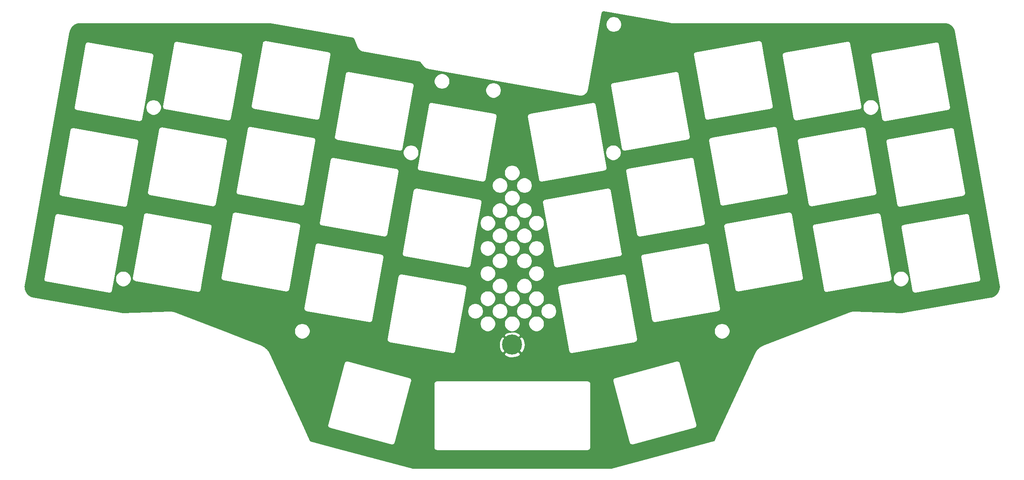
<source format=gtl>
%TF.GenerationSoftware,KiCad,Pcbnew,(5.1.9-0-10_14)*%
%TF.CreationDate,2021-04-02T11:56:41+09:00*%
%TF.ProjectId,pcb-top-plate-rev1,7063622d-746f-4702-9d70-6c6174652d72,rev?*%
%TF.SameCoordinates,Original*%
%TF.FileFunction,Copper,L1,Top*%
%TF.FilePolarity,Positive*%
%FSLAX46Y46*%
G04 Gerber Fmt 4.6, Leading zero omitted, Abs format (unit mm)*
G04 Created by KiCad (PCBNEW (5.1.9-0-10_14)) date 2021-04-02 11:56:41*
%MOMM*%
%LPD*%
G01*
G04 APERTURE LIST*
%TA.AperFunction,ComponentPad*%
%ADD10C,4.400000*%
%TD*%
%TA.AperFunction,Conductor*%
%ADD11C,0.254000*%
%TD*%
%TA.AperFunction,Conductor*%
%ADD12C,0.100000*%
%TD*%
G04 APERTURE END LIST*
D10*
%TO.P,H1,1*%
%TO.N,GND*%
X127340000Y-100910000D03*
%TD*%
D11*
%TO.N,GND*%
X147302030Y-28087410D02*
X147352007Y-28093588D01*
X161849408Y-30632360D01*
X161903791Y-30636480D01*
X161958002Y-30642561D01*
X161967566Y-30642628D01*
X221741621Y-30642628D01*
X221854453Y-30645155D01*
X221958350Y-30652144D01*
X222060956Y-30663666D01*
X222162193Y-30679623D01*
X222261983Y-30699919D01*
X222360272Y-30724474D01*
X222456919Y-30753182D01*
X222551856Y-30785964D01*
X222645022Y-30822748D01*
X222736239Y-30863417D01*
X222825469Y-30907914D01*
X222912538Y-30956120D01*
X222997391Y-31007975D01*
X223079867Y-31063360D01*
X223159851Y-31122180D01*
X223237222Y-31184337D01*
X223311895Y-31249759D01*
X223383698Y-31318298D01*
X223452568Y-31389904D01*
X223518357Y-31464447D01*
X223580968Y-31541842D01*
X223640277Y-31621977D01*
X223696179Y-31704759D01*
X223748569Y-31790098D01*
X223797354Y-31877923D01*
X223842411Y-31968120D01*
X223883650Y-32060625D01*
X223920969Y-32155375D01*
X223954266Y-32252307D01*
X223983428Y-32351339D01*
X224008355Y-32452445D01*
X224030444Y-32563152D01*
X233765188Y-87779807D01*
X233784287Y-87906819D01*
X233795925Y-88024411D01*
X233801547Y-88141124D01*
X233801293Y-88256774D01*
X233795293Y-88371346D01*
X233783670Y-88484707D01*
X233766546Y-88596670D01*
X233744020Y-88707189D01*
X233716213Y-88816047D01*
X233683225Y-88923125D01*
X233645175Y-89028228D01*
X233602170Y-89131206D01*
X233554330Y-89231864D01*
X233501760Y-89330049D01*
X233444585Y-89425569D01*
X233382944Y-89518213D01*
X233316952Y-89607819D01*
X233246742Y-89694198D01*
X233172451Y-89777163D01*
X233094205Y-89856543D01*
X233012132Y-89932167D01*
X232926365Y-90003861D01*
X232837027Y-90071462D01*
X232744224Y-90134818D01*
X232648092Y-90193757D01*
X232548689Y-90248149D01*
X232446162Y-90297814D01*
X232340537Y-90342624D01*
X232231918Y-90382411D01*
X232120356Y-90417016D01*
X232005858Y-90446287D01*
X231880735Y-90471607D01*
X212881638Y-93774441D01*
X212854765Y-93778938D01*
X212763429Y-93791854D01*
X212676077Y-93800840D01*
X212588386Y-93806509D01*
X212500555Y-93808849D01*
X212406183Y-93807781D01*
X202286690Y-93500547D01*
X202286614Y-93500552D01*
X202278172Y-93500342D01*
X202203483Y-93499004D01*
X202197607Y-93499474D01*
X202191737Y-93498894D01*
X202182173Y-93498954D01*
X202070282Y-93500431D01*
X202062314Y-93501319D01*
X202054309Y-93500828D01*
X202044754Y-93501244D01*
X201933139Y-93506884D01*
X201925225Y-93508066D01*
X201917224Y-93507874D01*
X201907691Y-93508645D01*
X201796464Y-93518428D01*
X201788607Y-93519902D01*
X201780620Y-93520008D01*
X201771122Y-93521133D01*
X201660399Y-93535039D01*
X201652607Y-93536803D01*
X201644630Y-93537206D01*
X201635181Y-93538684D01*
X201525077Y-93556694D01*
X201517358Y-93558747D01*
X201509407Y-93559445D01*
X201500019Y-93561273D01*
X201390647Y-93583367D01*
X201383008Y-93585706D01*
X201375083Y-93586700D01*
X201365770Y-93588876D01*
X201257247Y-93615034D01*
X201249691Y-93617658D01*
X201241801Y-93618948D01*
X201232575Y-93621469D01*
X201125014Y-93651672D01*
X201117551Y-93654579D01*
X201109701Y-93656165D01*
X201100575Y-93659028D01*
X200994092Y-93693256D01*
X200986728Y-93696446D01*
X200978930Y-93698326D01*
X200969917Y-93701527D01*
X200864626Y-93739760D01*
X200863160Y-93740461D01*
X200861589Y-93740871D01*
X200852638Y-93744240D01*
X182314213Y-100870614D01*
X182311028Y-100872211D01*
X182307614Y-100873191D01*
X182298747Y-100876777D01*
X182163766Y-100932467D01*
X182153270Y-100938052D01*
X182142011Y-100941886D01*
X182133329Y-100945898D01*
X182001764Y-101007816D01*
X181991601Y-101013875D01*
X181980601Y-101018225D01*
X181972123Y-101022652D01*
X181844157Y-101090623D01*
X181834337Y-101097142D01*
X181823597Y-101102000D01*
X181815343Y-101106832D01*
X181691162Y-101180686D01*
X181681705Y-101187643D01*
X181671258Y-101192989D01*
X181663245Y-101198211D01*
X181543030Y-101277775D01*
X181533945Y-101285158D01*
X181523796Y-101290982D01*
X181516044Y-101296583D01*
X181399980Y-101381685D01*
X181391282Y-101389475D01*
X181381448Y-101395764D01*
X181373973Y-101401730D01*
X181262243Y-101492197D01*
X181253936Y-101500388D01*
X181244423Y-101507134D01*
X181237242Y-101513452D01*
X181130031Y-101609114D01*
X181122133Y-101617685D01*
X181112959Y-101624875D01*
X181106089Y-101631529D01*
X181003580Y-101732213D01*
X180996101Y-101741154D01*
X180987278Y-101748777D01*
X180980734Y-101755753D01*
X180883110Y-101861286D01*
X180876056Y-101870589D01*
X180867596Y-101878639D01*
X180861394Y-101885920D01*
X180768839Y-101996131D01*
X180762222Y-102005787D01*
X180754143Y-102014249D01*
X180748298Y-102021819D01*
X180660996Y-102136535D01*
X180654830Y-102146529D01*
X180647143Y-102155399D01*
X180641668Y-102163241D01*
X180559803Y-102282291D01*
X180554104Y-102292608D01*
X180546830Y-102301869D01*
X180541740Y-102309966D01*
X180465495Y-102433177D01*
X180460277Y-102443805D01*
X180453428Y-102453451D01*
X180448736Y-102461785D01*
X180378295Y-102588987D01*
X180373579Y-102599897D01*
X180367177Y-102609910D01*
X180362895Y-102618463D01*
X180298443Y-102749480D01*
X180297188Y-102752819D01*
X180295340Y-102755871D01*
X180291267Y-102764525D01*
X171557175Y-121666623D01*
X171557131Y-121666751D01*
X171556048Y-121669075D01*
X171523508Y-121740231D01*
X171504379Y-121771630D01*
X171481826Y-121800420D01*
X171456114Y-121826352D01*
X171427572Y-121849116D01*
X171396536Y-121868427D01*
X171363270Y-121884059D01*
X171308252Y-121902351D01*
X149024293Y-127873435D01*
X105641002Y-127873435D01*
X88719276Y-123352335D01*
X110178429Y-123352335D01*
X110184717Y-123416467D01*
X110190562Y-123480692D01*
X110191241Y-123482999D01*
X110191475Y-123485386D01*
X110210083Y-123547020D01*
X110228308Y-123608942D01*
X110229422Y-123611073D01*
X110230115Y-123613368D01*
X110260342Y-123670217D01*
X110290245Y-123727417D01*
X110291751Y-123729290D01*
X110292877Y-123731408D01*
X110333599Y-123781338D01*
X110374015Y-123831605D01*
X110375855Y-123833149D01*
X110377372Y-123835009D01*
X110427030Y-123876090D01*
X110476427Y-123917539D01*
X110478532Y-123918696D01*
X110480381Y-123920226D01*
X110537070Y-123950878D01*
X110593579Y-123981944D01*
X110595868Y-123982670D01*
X110597980Y-123983812D01*
X110659554Y-124002872D01*
X110721009Y-124022367D01*
X110723395Y-124022635D01*
X110725690Y-124023345D01*
X110789810Y-124030084D01*
X110853865Y-124037269D01*
X110858478Y-124037301D01*
X110858646Y-124037319D01*
X110858814Y-124037304D01*
X110863429Y-124037336D01*
X143813420Y-124037357D01*
X143877591Y-124031065D01*
X143941774Y-124025224D01*
X143944079Y-124024546D01*
X143946471Y-124024311D01*
X144008153Y-124005688D01*
X144070024Y-123987479D01*
X144072156Y-123986365D01*
X144074453Y-123985671D01*
X144131312Y-123955439D01*
X144188499Y-123925542D01*
X144190373Y-123924035D01*
X144192493Y-123922908D01*
X144242459Y-123882157D01*
X144292687Y-123841772D01*
X144294230Y-123839933D01*
X144296094Y-123838413D01*
X144337201Y-123788724D01*
X144378622Y-123739361D01*
X144379780Y-123737255D01*
X144381311Y-123735404D01*
X144411955Y-123678729D01*
X144443027Y-123622209D01*
X144443754Y-123619917D01*
X144444896Y-123617805D01*
X144463937Y-123556292D01*
X144483451Y-123494779D01*
X144483719Y-123492388D01*
X144484429Y-123490095D01*
X144491163Y-123426023D01*
X144498353Y-123361923D01*
X144498385Y-123357307D01*
X144498403Y-123357139D01*
X144498388Y-123356971D01*
X144498420Y-123352359D01*
X144498463Y-109452347D01*
X144492176Y-109388228D01*
X144486330Y-109323989D01*
X144485651Y-109321682D01*
X144485417Y-109319296D01*
X144466802Y-109257638D01*
X144448584Y-109195739D01*
X144447471Y-109193611D01*
X144446778Y-109191314D01*
X144416551Y-109134466D01*
X144386647Y-109077264D01*
X144385140Y-109075389D01*
X144384015Y-109073274D01*
X144343350Y-109023413D01*
X144302877Y-108973076D01*
X144301034Y-108971530D01*
X144299520Y-108969673D01*
X144249872Y-108928600D01*
X144200465Y-108887142D01*
X144198363Y-108885987D01*
X144196512Y-108884455D01*
X144139815Y-108853799D01*
X144083313Y-108822737D01*
X144081022Y-108822010D01*
X144078913Y-108820870D01*
X144017365Y-108801817D01*
X143955883Y-108782314D01*
X143953498Y-108782047D01*
X143951203Y-108781336D01*
X143887068Y-108774595D01*
X143823027Y-108767412D01*
X143818415Y-108767380D01*
X143818247Y-108767362D01*
X143818079Y-108767377D01*
X143813463Y-108767345D01*
X110863450Y-108767345D01*
X110799292Y-108773636D01*
X110735095Y-108779478D01*
X110732789Y-108780157D01*
X110730399Y-108780391D01*
X110668688Y-108799023D01*
X110606845Y-108817224D01*
X110604716Y-108818337D01*
X110602417Y-108819031D01*
X110545563Y-108849261D01*
X110488370Y-108879160D01*
X110486494Y-108880668D01*
X110484377Y-108881794D01*
X110434481Y-108922488D01*
X110384182Y-108962930D01*
X110382637Y-108964771D01*
X110380776Y-108966289D01*
X110339673Y-109015974D01*
X110298248Y-109065342D01*
X110297092Y-109067445D01*
X110295559Y-109069298D01*
X110264913Y-109125976D01*
X110233842Y-109182494D01*
X110233114Y-109184788D01*
X110231974Y-109186897D01*
X110212939Y-109248388D01*
X110193419Y-109309924D01*
X110193151Y-109312313D01*
X110192441Y-109314607D01*
X110185705Y-109378695D01*
X110178517Y-109442780D01*
X110178485Y-109447395D01*
X110178467Y-109447563D01*
X110178482Y-109447731D01*
X110178450Y-109452344D01*
X110178429Y-123352335D01*
X88719276Y-123352335D01*
X83374595Y-121924358D01*
X83319696Y-121906135D01*
X83286432Y-121890526D01*
X83255387Y-121871233D01*
X83226839Y-121848493D01*
X83201124Y-121822592D01*
X83178559Y-121793825D01*
X83159408Y-121762442D01*
X83126832Y-121691346D01*
X83126780Y-121691256D01*
X83126052Y-121689650D01*
X81645466Y-118481480D01*
X86971618Y-118481480D01*
X86973642Y-118545899D01*
X86975218Y-118610358D01*
X86975742Y-118612700D01*
X86975817Y-118615102D01*
X86990316Y-118677903D01*
X87004381Y-118740826D01*
X87005351Y-118743026D01*
X87005891Y-118745364D01*
X87032281Y-118804085D01*
X87058330Y-118863146D01*
X87059710Y-118865117D01*
X87060693Y-118867304D01*
X87097993Y-118919791D01*
X87135011Y-118972658D01*
X87136745Y-118974321D01*
X87138136Y-118976278D01*
X87184936Y-119020534D01*
X87231502Y-119065189D01*
X87233528Y-119066485D01*
X87235271Y-119068133D01*
X87289785Y-119102462D01*
X87344128Y-119137216D01*
X87346365Y-119138093D01*
X87348398Y-119139373D01*
X87408595Y-119162480D01*
X87468600Y-119185996D01*
X87473047Y-119187221D01*
X87473206Y-119187282D01*
X87473374Y-119187311D01*
X87477821Y-119188536D01*
X100904177Y-122786120D01*
X100967737Y-122796642D01*
X101031300Y-122807622D01*
X101033704Y-122807563D01*
X101036071Y-122807955D01*
X101100487Y-122805931D01*
X101164949Y-122804355D01*
X101167291Y-122803831D01*
X101169692Y-122803756D01*
X101232462Y-122789264D01*
X101295418Y-122775192D01*
X101297619Y-122774221D01*
X101299955Y-122773682D01*
X101358625Y-122747315D01*
X101417737Y-122721243D01*
X101419710Y-122719862D01*
X101421894Y-122718880D01*
X101474364Y-122681592D01*
X101527249Y-122644561D01*
X101528911Y-122642827D01*
X101530868Y-122641437D01*
X101575121Y-122594641D01*
X101619780Y-122548071D01*
X101621076Y-122546045D01*
X101622724Y-122544302D01*
X101657042Y-122489807D01*
X101691807Y-122435445D01*
X101692684Y-122433207D01*
X101693963Y-122431176D01*
X101717056Y-122371018D01*
X101740587Y-122310973D01*
X101741812Y-122306526D01*
X101741873Y-122306367D01*
X101741902Y-122306199D01*
X101743127Y-122301752D01*
X105340711Y-108875374D01*
X105351243Y-108811755D01*
X105362212Y-108748252D01*
X105362153Y-108745853D01*
X105362546Y-108743481D01*
X105362246Y-108733932D01*
X149302755Y-108733932D01*
X149303114Y-108736308D01*
X149303022Y-108738709D01*
X149313104Y-108802362D01*
X149322746Y-108866118D01*
X149323910Y-108870586D01*
X149323936Y-108870751D01*
X149323994Y-108870907D01*
X149325157Y-108875374D01*
X152922719Y-122301751D01*
X152945366Y-122362002D01*
X152967659Y-122422594D01*
X152968912Y-122424647D01*
X152969756Y-122426892D01*
X153003701Y-122481640D01*
X153037313Y-122536705D01*
X153038939Y-122538473D01*
X153040203Y-122540512D01*
X153084115Y-122587601D01*
X153127803Y-122635112D01*
X153129744Y-122636532D01*
X153131379Y-122638286D01*
X153183598Y-122675948D01*
X153235684Y-122714069D01*
X153237863Y-122715085D01*
X153239808Y-122716488D01*
X153298374Y-122743302D01*
X153356848Y-122770569D01*
X153359181Y-122771142D01*
X153361363Y-122772141D01*
X153424018Y-122787068D01*
X153486677Y-122802458D01*
X153489078Y-122802567D01*
X153491412Y-122803123D01*
X153555788Y-122805596D01*
X153620227Y-122808522D01*
X153622602Y-122808163D01*
X153625002Y-122808255D01*
X153688680Y-122798170D01*
X153752413Y-122788531D01*
X153756875Y-122787369D01*
X153757044Y-122787342D01*
X153757205Y-122787283D01*
X153761669Y-122786120D01*
X167188046Y-119188536D01*
X167248397Y-119165852D01*
X167308887Y-119143596D01*
X167310937Y-119142345D01*
X167313187Y-119141499D01*
X167367989Y-119107520D01*
X167422998Y-119073943D01*
X167424767Y-119072317D01*
X167426808Y-119071051D01*
X167473922Y-119027117D01*
X167521406Y-118983453D01*
X167522827Y-118981512D01*
X167524581Y-118979876D01*
X167562272Y-118927616D01*
X167600362Y-118875572D01*
X167601377Y-118873396D01*
X167602783Y-118871446D01*
X167629655Y-118812754D01*
X167656862Y-118754408D01*
X167657434Y-118752080D01*
X167658436Y-118749891D01*
X167673379Y-118687167D01*
X167688752Y-118624579D01*
X167688861Y-118622175D01*
X167689417Y-118619842D01*
X167691893Y-118555410D01*
X167694816Y-118491029D01*
X167694458Y-118488659D01*
X167694550Y-118486252D01*
X167684444Y-118422449D01*
X167674825Y-118358843D01*
X167673663Y-118354381D01*
X167673636Y-118354209D01*
X167673576Y-118354046D01*
X167672415Y-118349587D01*
X164074852Y-104923210D01*
X164052211Y-104862974D01*
X164029912Y-104802367D01*
X164028659Y-104800314D01*
X164027815Y-104798069D01*
X163993903Y-104743375D01*
X163960259Y-104688256D01*
X163958630Y-104686485D01*
X163957368Y-104684449D01*
X163913494Y-104637400D01*
X163869769Y-104589849D01*
X163867828Y-104588429D01*
X163866193Y-104586675D01*
X163813971Y-104549011D01*
X163761887Y-104510892D01*
X163759709Y-104509876D01*
X163757763Y-104508473D01*
X163699197Y-104481659D01*
X163640723Y-104454392D01*
X163638390Y-104453819D01*
X163636208Y-104452820D01*
X163573553Y-104437893D01*
X163510894Y-104422503D01*
X163508493Y-104422394D01*
X163506159Y-104421838D01*
X163441783Y-104419365D01*
X163377344Y-104416439D01*
X163374969Y-104416798D01*
X163372569Y-104416706D01*
X163308891Y-104426791D01*
X163245158Y-104436430D01*
X163240697Y-104437592D01*
X163240527Y-104437619D01*
X163240365Y-104437679D01*
X163235903Y-104438841D01*
X149809525Y-108036425D01*
X149749174Y-108059109D01*
X149688684Y-108081365D01*
X149686634Y-108082616D01*
X149684384Y-108083462D01*
X149629613Y-108117422D01*
X149574573Y-108151018D01*
X149572802Y-108152646D01*
X149570764Y-108153910D01*
X149523687Y-108197810D01*
X149476165Y-108241508D01*
X149474744Y-108243449D01*
X149472990Y-108245085D01*
X149435299Y-108297345D01*
X149397209Y-108349389D01*
X149396194Y-108351565D01*
X149394788Y-108353515D01*
X149367943Y-108412150D01*
X149340709Y-108470553D01*
X149340136Y-108472886D01*
X149339136Y-108475070D01*
X149324210Y-108537724D01*
X149308819Y-108600382D01*
X149308710Y-108602786D01*
X149308154Y-108605119D01*
X149305681Y-108669482D01*
X149302755Y-108733932D01*
X105362246Y-108733932D01*
X105360520Y-108678994D01*
X105358946Y-108614603D01*
X105358422Y-108612261D01*
X105358347Y-108609859D01*
X105343848Y-108547058D01*
X105329783Y-108484135D01*
X105328813Y-108481936D01*
X105328273Y-108479597D01*
X105301855Y-108420814D01*
X105275833Y-108361815D01*
X105274456Y-108359848D01*
X105273471Y-108357657D01*
X105236103Y-108305074D01*
X105199152Y-108252303D01*
X105197421Y-108250643D01*
X105196028Y-108248683D01*
X105149156Y-108204359D01*
X105102661Y-108159772D01*
X105100638Y-108158478D01*
X105098893Y-108156828D01*
X105044317Y-108122459D01*
X104990036Y-108087745D01*
X104987802Y-108086869D01*
X104985767Y-108085588D01*
X104925484Y-108062447D01*
X104865564Y-108038965D01*
X104861126Y-108037743D01*
X104860958Y-108037678D01*
X104860780Y-108037647D01*
X104856343Y-108036425D01*
X91429987Y-104438841D01*
X91366494Y-104428330D01*
X91302864Y-104417339D01*
X91300459Y-104417398D01*
X91298093Y-104417006D01*
X91233749Y-104419028D01*
X91169215Y-104420605D01*
X91166868Y-104421130D01*
X91164471Y-104421205D01*
X91101821Y-104435669D01*
X91038746Y-104449768D01*
X91036541Y-104450741D01*
X91034209Y-104451279D01*
X90975571Y-104477632D01*
X90916427Y-104503718D01*
X90914456Y-104505098D01*
X90912269Y-104506081D01*
X90859782Y-104543381D01*
X90806915Y-104580399D01*
X90805252Y-104582133D01*
X90803295Y-104583524D01*
X90759039Y-104630324D01*
X90714384Y-104676890D01*
X90713088Y-104678916D01*
X90711440Y-104680659D01*
X90677091Y-104735204D01*
X90642357Y-104789516D01*
X90641481Y-104791750D01*
X90640200Y-104793785D01*
X90617083Y-104854008D01*
X90593577Y-104913988D01*
X90592352Y-104918435D01*
X90592291Y-104918594D01*
X90592262Y-104918762D01*
X90591037Y-104923209D01*
X86993453Y-118349586D01*
X86982933Y-118413134D01*
X86971951Y-118476708D01*
X86972010Y-118479113D01*
X86971618Y-118481480D01*
X81645466Y-118481480D01*
X74454431Y-102899775D01*
X125529830Y-102899775D01*
X125769976Y-103287018D01*
X126263877Y-103547641D01*
X126799133Y-103706901D01*
X127355174Y-103758678D01*
X127910632Y-103700981D01*
X128444161Y-103536028D01*
X128910024Y-103287018D01*
X129150170Y-102899775D01*
X127340000Y-101089605D01*
X125529830Y-102899775D01*
X74454431Y-102899775D01*
X74392692Y-102765999D01*
X74390887Y-102762918D01*
X74389681Y-102759564D01*
X74385524Y-102750950D01*
X74321079Y-102619797D01*
X74314814Y-102609680D01*
X74310251Y-102598692D01*
X74305680Y-102590291D01*
X74235238Y-102462959D01*
X74228520Y-102453203D01*
X74223450Y-102442491D01*
X74218477Y-102434321D01*
X74142220Y-102310985D01*
X74135067Y-102301605D01*
X74129510Y-102291195D01*
X74124148Y-102283275D01*
X74042260Y-102164104D01*
X74034688Y-102155110D01*
X74028664Y-102145027D01*
X74022928Y-102137373D01*
X73935593Y-102022541D01*
X73927621Y-102013949D01*
X73921138Y-102004194D01*
X73915041Y-101996825D01*
X73822444Y-101886506D01*
X73814089Y-101878327D01*
X73807158Y-101868911D01*
X73800714Y-101861844D01*
X73703039Y-101756208D01*
X73694314Y-101748450D01*
X73686953Y-101739394D01*
X73680178Y-101732643D01*
X73577608Y-101631863D01*
X73568527Y-101624537D01*
X73560742Y-101615845D01*
X73553651Y-101609427D01*
X73446371Y-101513676D01*
X73436944Y-101506789D01*
X73428749Y-101498478D01*
X73421359Y-101492407D01*
X73309553Y-101401856D01*
X73299793Y-101395420D01*
X73291198Y-101387501D01*
X73283525Y-101381791D01*
X73167378Y-101296615D01*
X73157298Y-101290641D01*
X73148313Y-101283128D01*
X73140375Y-101277793D01*
X73020070Y-101198163D01*
X73009684Y-101192663D01*
X73000313Y-101185566D01*
X72992127Y-101180620D01*
X72867850Y-101106709D01*
X72857169Y-101101696D01*
X72847435Y-101095038D01*
X72839020Y-101090493D01*
X72710953Y-101022473D01*
X72700001Y-101017965D01*
X72689913Y-101011759D01*
X72681287Y-101007627D01*
X72549616Y-100945670D01*
X72538404Y-100941678D01*
X72527973Y-100935940D01*
X72519157Y-100932232D01*
X72384065Y-100876513D01*
X72380650Y-100875481D01*
X72377483Y-100873838D01*
X72368580Y-100870345D01*
X69440791Y-99745317D01*
X99951493Y-99745317D01*
X99951761Y-99747702D01*
X99951576Y-99750100D01*
X99959219Y-99814195D01*
X99966395Y-99878173D01*
X99967120Y-99880459D01*
X99967405Y-99882847D01*
X99987336Y-99944187D01*
X100006818Y-100005604D01*
X100007975Y-100007709D01*
X100008717Y-100009992D01*
X100040139Y-100066215D01*
X100071223Y-100122756D01*
X100072769Y-100124598D01*
X100073939Y-100126692D01*
X100115705Y-100175768D01*
X100157157Y-100225168D01*
X100159028Y-100226672D01*
X100160585Y-100228502D01*
X100211084Y-100268527D01*
X100261345Y-100308938D01*
X100263476Y-100310052D01*
X100265356Y-100311542D01*
X100322630Y-100340977D01*
X100379820Y-100370875D01*
X100382126Y-100371554D01*
X100384261Y-100372651D01*
X100446230Y-100390420D01*
X100508069Y-100408620D01*
X100512605Y-100409453D01*
X100512770Y-100409500D01*
X100512941Y-100409514D01*
X100517477Y-100410347D01*
X114206306Y-102824067D01*
X114270611Y-102829015D01*
X114334818Y-102834407D01*
X114337203Y-102834139D01*
X114339601Y-102834324D01*
X114403696Y-102826681D01*
X114467674Y-102819505D01*
X114469960Y-102818780D01*
X114472348Y-102818495D01*
X114533708Y-102798558D01*
X114595105Y-102779082D01*
X114597210Y-102777925D01*
X114599493Y-102777183D01*
X114655716Y-102745761D01*
X114712257Y-102714677D01*
X114714099Y-102713131D01*
X114716193Y-102711961D01*
X114765269Y-102670195D01*
X114814669Y-102628743D01*
X114816173Y-102626872D01*
X114818003Y-102625315D01*
X114858028Y-102574816D01*
X114898439Y-102524555D01*
X114899553Y-102522424D01*
X114901043Y-102520544D01*
X114930478Y-102463270D01*
X114960376Y-102406080D01*
X114961055Y-102403774D01*
X114962152Y-102401639D01*
X114979921Y-102339670D01*
X114998121Y-102277831D01*
X114998954Y-102273295D01*
X114999001Y-102273130D01*
X114999015Y-102272959D01*
X114999848Y-102268423D01*
X115236699Y-100925174D01*
X124491322Y-100925174D01*
X124549019Y-101480632D01*
X124713972Y-102014161D01*
X124962982Y-102480024D01*
X125350225Y-102720170D01*
X127160395Y-100910000D01*
X127519605Y-100910000D01*
X129329775Y-102720170D01*
X129717018Y-102480024D01*
X129977641Y-101986123D01*
X130136901Y-101450867D01*
X130188678Y-100894826D01*
X130130981Y-100339368D01*
X129966028Y-99805839D01*
X129717018Y-99339976D01*
X129329775Y-99099830D01*
X127519605Y-100910000D01*
X127160395Y-100910000D01*
X125350225Y-99099830D01*
X124962982Y-99339976D01*
X124702359Y-99833877D01*
X124543099Y-100369133D01*
X124491322Y-100925174D01*
X115236699Y-100925174D01*
X115590227Y-98920225D01*
X125529830Y-98920225D01*
X127340000Y-100730395D01*
X129150170Y-98920225D01*
X128910024Y-98532982D01*
X128416123Y-98272359D01*
X127880867Y-98113099D01*
X127324826Y-98061322D01*
X126769368Y-98119019D01*
X126235839Y-98283972D01*
X125769976Y-98532982D01*
X125529830Y-98920225D01*
X115590227Y-98920225D01*
X116080614Y-96139117D01*
X120275000Y-96139117D01*
X120275000Y-96480883D01*
X120341675Y-96816081D01*
X120472463Y-97131831D01*
X120662337Y-97415998D01*
X120904002Y-97657663D01*
X121188169Y-97847537D01*
X121503919Y-97978325D01*
X121839117Y-98045000D01*
X122180883Y-98045000D01*
X122516081Y-97978325D01*
X122831831Y-97847537D01*
X123115998Y-97657663D01*
X123357663Y-97415998D01*
X123547537Y-97131831D01*
X123678325Y-96816081D01*
X123745000Y-96480883D01*
X123745000Y-96139117D01*
X125595000Y-96139117D01*
X125595000Y-96480883D01*
X125661675Y-96816081D01*
X125792463Y-97131831D01*
X125982337Y-97415998D01*
X126224002Y-97657663D01*
X126508169Y-97847537D01*
X126823919Y-97978325D01*
X127159117Y-98045000D01*
X127500883Y-98045000D01*
X127836081Y-97978325D01*
X128151831Y-97847537D01*
X128435998Y-97657663D01*
X128677663Y-97415998D01*
X128867537Y-97131831D01*
X128998325Y-96816081D01*
X129065000Y-96480883D01*
X129065000Y-96139117D01*
X130915000Y-96139117D01*
X130915000Y-96480883D01*
X130981675Y-96816081D01*
X131112463Y-97131831D01*
X131302337Y-97415998D01*
X131544002Y-97657663D01*
X131828169Y-97847537D01*
X132143919Y-97978325D01*
X132479117Y-98045000D01*
X132820883Y-98045000D01*
X133156081Y-97978325D01*
X133471831Y-97847537D01*
X133755998Y-97657663D01*
X133997663Y-97415998D01*
X134187537Y-97131831D01*
X134318325Y-96816081D01*
X134385000Y-96480883D01*
X134385000Y-96139117D01*
X134318325Y-95803919D01*
X134187537Y-95488169D01*
X133997663Y-95204002D01*
X133755998Y-94962337D01*
X133471831Y-94772463D01*
X133156081Y-94641675D01*
X132820883Y-94575000D01*
X132479117Y-94575000D01*
X132143919Y-94641675D01*
X131828169Y-94772463D01*
X131544002Y-94962337D01*
X131302337Y-95204002D01*
X131112463Y-95488169D01*
X130981675Y-95803919D01*
X130915000Y-96139117D01*
X129065000Y-96139117D01*
X128998325Y-95803919D01*
X128867537Y-95488169D01*
X128677663Y-95204002D01*
X128435998Y-94962337D01*
X128151831Y-94772463D01*
X127836081Y-94641675D01*
X127500883Y-94575000D01*
X127159117Y-94575000D01*
X126823919Y-94641675D01*
X126508169Y-94772463D01*
X126224002Y-94962337D01*
X125982337Y-95204002D01*
X125792463Y-95488169D01*
X125661675Y-95803919D01*
X125595000Y-96139117D01*
X123745000Y-96139117D01*
X123678325Y-95803919D01*
X123547537Y-95488169D01*
X123357663Y-95204002D01*
X123115998Y-94962337D01*
X122831831Y-94772463D01*
X122516081Y-94641675D01*
X122180883Y-94575000D01*
X121839117Y-94575000D01*
X121503919Y-94641675D01*
X121188169Y-94772463D01*
X120904002Y-94962337D01*
X120662337Y-95204002D01*
X120472463Y-95488169D01*
X120341675Y-95803919D01*
X120275000Y-96139117D01*
X116080614Y-96139117D01*
X116567279Y-93379117D01*
X117575000Y-93379117D01*
X117575000Y-93720883D01*
X117641675Y-94056081D01*
X117772463Y-94371831D01*
X117962337Y-94655998D01*
X118204002Y-94897663D01*
X118488169Y-95087537D01*
X118803919Y-95218325D01*
X119139117Y-95285000D01*
X119480883Y-95285000D01*
X119816081Y-95218325D01*
X120131831Y-95087537D01*
X120415998Y-94897663D01*
X120657663Y-94655998D01*
X120847537Y-94371831D01*
X120978325Y-94056081D01*
X121045000Y-93720883D01*
X121045000Y-93379117D01*
X122925000Y-93379117D01*
X122925000Y-93720883D01*
X122991675Y-94056081D01*
X123122463Y-94371831D01*
X123312337Y-94655998D01*
X123554002Y-94897663D01*
X123838169Y-95087537D01*
X124153919Y-95218325D01*
X124489117Y-95285000D01*
X124830883Y-95285000D01*
X125166081Y-95218325D01*
X125481831Y-95087537D01*
X125765998Y-94897663D01*
X126007663Y-94655998D01*
X126197537Y-94371831D01*
X126328325Y-94056081D01*
X126395000Y-93720883D01*
X126395000Y-93379117D01*
X128265000Y-93379117D01*
X128265000Y-93720883D01*
X128331675Y-94056081D01*
X128462463Y-94371831D01*
X128652337Y-94655998D01*
X128894002Y-94897663D01*
X129178169Y-95087537D01*
X129493919Y-95218325D01*
X129829117Y-95285000D01*
X130170883Y-95285000D01*
X130506081Y-95218325D01*
X130821831Y-95087537D01*
X131105998Y-94897663D01*
X131347663Y-94655998D01*
X131537537Y-94371831D01*
X131668325Y-94056081D01*
X131735000Y-93720883D01*
X131735000Y-93379117D01*
X133595000Y-93379117D01*
X133595000Y-93720883D01*
X133661675Y-94056081D01*
X133792463Y-94371831D01*
X133982337Y-94655998D01*
X134224002Y-94897663D01*
X134508169Y-95087537D01*
X134823919Y-95218325D01*
X135159117Y-95285000D01*
X135500883Y-95285000D01*
X135836081Y-95218325D01*
X136151831Y-95087537D01*
X136435998Y-94897663D01*
X136677663Y-94655998D01*
X136867537Y-94371831D01*
X136998325Y-94056081D01*
X137065000Y-93720883D01*
X137065000Y-93379117D01*
X136998325Y-93043919D01*
X136867537Y-92728169D01*
X136677663Y-92444002D01*
X136435998Y-92202337D01*
X136151831Y-92012463D01*
X135836081Y-91881675D01*
X135500883Y-91815000D01*
X135159117Y-91815000D01*
X134823919Y-91881675D01*
X134508169Y-92012463D01*
X134224002Y-92202337D01*
X133982337Y-92444002D01*
X133792463Y-92728169D01*
X133661675Y-93043919D01*
X133595000Y-93379117D01*
X131735000Y-93379117D01*
X131668325Y-93043919D01*
X131537537Y-92728169D01*
X131347663Y-92444002D01*
X131105998Y-92202337D01*
X130821831Y-92012463D01*
X130506081Y-91881675D01*
X130170883Y-91815000D01*
X129829117Y-91815000D01*
X129493919Y-91881675D01*
X129178169Y-92012463D01*
X128894002Y-92202337D01*
X128652337Y-92444002D01*
X128462463Y-92728169D01*
X128331675Y-93043919D01*
X128265000Y-93379117D01*
X126395000Y-93379117D01*
X126328325Y-93043919D01*
X126197537Y-92728169D01*
X126007663Y-92444002D01*
X125765998Y-92202337D01*
X125481831Y-92012463D01*
X125166081Y-91881675D01*
X124830883Y-91815000D01*
X124489117Y-91815000D01*
X124153919Y-91881675D01*
X123838169Y-92012463D01*
X123554002Y-92202337D01*
X123312337Y-92444002D01*
X123122463Y-92728169D01*
X122991675Y-93043919D01*
X122925000Y-93379117D01*
X121045000Y-93379117D01*
X120978325Y-93043919D01*
X120847537Y-92728169D01*
X120657663Y-92444002D01*
X120415998Y-92202337D01*
X120131831Y-92012463D01*
X119816081Y-91881675D01*
X119480883Y-91815000D01*
X119139117Y-91815000D01*
X118803919Y-91881675D01*
X118488169Y-92012463D01*
X118204002Y-92202337D01*
X117962337Y-92444002D01*
X117772463Y-92728169D01*
X117641675Y-93043919D01*
X117575000Y-93379117D01*
X116567279Y-93379117D01*
X117050417Y-90639117D01*
X120275000Y-90639117D01*
X120275000Y-90980883D01*
X120341675Y-91316081D01*
X120472463Y-91631831D01*
X120662337Y-91915998D01*
X120904002Y-92157663D01*
X121188169Y-92347537D01*
X121503919Y-92478325D01*
X121839117Y-92545000D01*
X122180883Y-92545000D01*
X122516081Y-92478325D01*
X122831831Y-92347537D01*
X123115998Y-92157663D01*
X123357663Y-91915998D01*
X123547537Y-91631831D01*
X123678325Y-91316081D01*
X123745000Y-90980883D01*
X123745000Y-90639117D01*
X125595000Y-90639117D01*
X125595000Y-90980883D01*
X125661675Y-91316081D01*
X125792463Y-91631831D01*
X125982337Y-91915998D01*
X126224002Y-92157663D01*
X126508169Y-92347537D01*
X126823919Y-92478325D01*
X127159117Y-92545000D01*
X127500883Y-92545000D01*
X127836081Y-92478325D01*
X128151831Y-92347537D01*
X128435998Y-92157663D01*
X128677663Y-91915998D01*
X128867537Y-91631831D01*
X128998325Y-91316081D01*
X129065000Y-90980883D01*
X129065000Y-90639117D01*
X130915000Y-90639117D01*
X130915000Y-90980883D01*
X130981675Y-91316081D01*
X131112463Y-91631831D01*
X131302337Y-91915998D01*
X131544002Y-92157663D01*
X131828169Y-92347537D01*
X132143919Y-92478325D01*
X132479117Y-92545000D01*
X132820883Y-92545000D01*
X133156081Y-92478325D01*
X133471831Y-92347537D01*
X133755998Y-92157663D01*
X133997663Y-91915998D01*
X134187537Y-91631831D01*
X134318325Y-91316081D01*
X134385000Y-90980883D01*
X134385000Y-90639117D01*
X134318325Y-90303919D01*
X134187537Y-89988169D01*
X133997663Y-89704002D01*
X133755998Y-89462337D01*
X133471831Y-89272463D01*
X133156081Y-89141675D01*
X132820883Y-89075000D01*
X132479117Y-89075000D01*
X132143919Y-89141675D01*
X131828169Y-89272463D01*
X131544002Y-89462337D01*
X131302337Y-89704002D01*
X131112463Y-89988169D01*
X130981675Y-90303919D01*
X130915000Y-90639117D01*
X129065000Y-90639117D01*
X128998325Y-90303919D01*
X128867537Y-89988169D01*
X128677663Y-89704002D01*
X128435998Y-89462337D01*
X128151831Y-89272463D01*
X127836081Y-89141675D01*
X127500883Y-89075000D01*
X127159117Y-89075000D01*
X126823919Y-89141675D01*
X126508169Y-89272463D01*
X126224002Y-89462337D01*
X125982337Y-89704002D01*
X125792463Y-89988169D01*
X125661675Y-90303919D01*
X125595000Y-90639117D01*
X123745000Y-90639117D01*
X123678325Y-90303919D01*
X123547537Y-89988169D01*
X123357663Y-89704002D01*
X123115998Y-89462337D01*
X122831831Y-89272463D01*
X122516081Y-89141675D01*
X122180883Y-89075000D01*
X121839117Y-89075000D01*
X121503919Y-89141675D01*
X121188169Y-89272463D01*
X120904002Y-89462337D01*
X120662337Y-89704002D01*
X120472463Y-89988169D01*
X120341675Y-90303919D01*
X120275000Y-90639117D01*
X117050417Y-90639117D01*
X117413568Y-88579596D01*
X117418518Y-88515273D01*
X117423908Y-88451083D01*
X117423640Y-88448698D01*
X117423825Y-88446300D01*
X117416178Y-88382171D01*
X117409006Y-88318227D01*
X117408281Y-88315941D01*
X117407996Y-88313553D01*
X117388065Y-88252213D01*
X117368583Y-88190796D01*
X117367426Y-88188691D01*
X117366684Y-88186408D01*
X117335262Y-88130185D01*
X117304178Y-88073644D01*
X117302632Y-88071802D01*
X117301462Y-88069708D01*
X117259696Y-88020632D01*
X117218244Y-87971232D01*
X117216373Y-87969728D01*
X117214816Y-87967898D01*
X117164317Y-87927873D01*
X117114056Y-87887462D01*
X117111925Y-87886348D01*
X117110045Y-87884858D01*
X117098875Y-87879117D01*
X122925000Y-87879117D01*
X122925000Y-88220883D01*
X122991675Y-88556081D01*
X123122463Y-88871831D01*
X123312337Y-89155998D01*
X123554002Y-89397663D01*
X123838169Y-89587537D01*
X124153919Y-89718325D01*
X124489117Y-89785000D01*
X124830883Y-89785000D01*
X125166081Y-89718325D01*
X125481831Y-89587537D01*
X125765998Y-89397663D01*
X126007663Y-89155998D01*
X126197537Y-88871831D01*
X126328325Y-88556081D01*
X126395000Y-88220883D01*
X126395000Y-87879117D01*
X128265000Y-87879117D01*
X128265000Y-88220883D01*
X128331675Y-88556081D01*
X128462463Y-88871831D01*
X128652337Y-89155998D01*
X128894002Y-89397663D01*
X129178169Y-89587537D01*
X129493919Y-89718325D01*
X129829117Y-89785000D01*
X130170883Y-89785000D01*
X130506081Y-89718325D01*
X130821831Y-89587537D01*
X131105998Y-89397663D01*
X131347663Y-89155998D01*
X131537537Y-88871831D01*
X131668325Y-88556081D01*
X131691125Y-88441454D01*
X137252194Y-88441454D01*
X137256690Y-88505754D01*
X137260739Y-88570099D01*
X137261508Y-88574646D01*
X137261520Y-88574817D01*
X137261565Y-88574983D01*
X137262334Y-88579529D01*
X139676032Y-102268358D01*
X139693362Y-102330429D01*
X139710269Y-102392658D01*
X139711337Y-102394810D01*
X139711983Y-102397123D01*
X139741035Y-102454635D01*
X139769712Y-102512405D01*
X139771179Y-102514310D01*
X139772260Y-102516450D01*
X139811889Y-102567174D01*
X139851281Y-102618325D01*
X139853090Y-102619909D01*
X139854567Y-102621799D01*
X139903329Y-102663889D01*
X139951870Y-102706383D01*
X139953951Y-102707584D01*
X139955768Y-102709153D01*
X140011789Y-102740977D01*
X140067648Y-102773228D01*
X140069923Y-102774003D01*
X140072010Y-102775188D01*
X140133097Y-102795509D01*
X140194204Y-102816312D01*
X140196589Y-102816630D01*
X140198864Y-102817387D01*
X140262746Y-102825457D01*
X140326718Y-102833993D01*
X140329116Y-102833842D01*
X140331498Y-102834143D01*
X140395798Y-102829647D01*
X140460143Y-102825598D01*
X140464690Y-102824829D01*
X140464861Y-102824817D01*
X140465027Y-102824772D01*
X140469573Y-102824003D01*
X154158402Y-100410304D01*
X154220455Y-100392979D01*
X154282702Y-100376067D01*
X154284855Y-100374998D01*
X154287166Y-100374353D01*
X154344649Y-100345316D01*
X154402449Y-100316624D01*
X154404354Y-100315157D01*
X154406494Y-100314076D01*
X154457184Y-100274473D01*
X154508369Y-100235055D01*
X154509955Y-100233243D01*
X154511842Y-100231769D01*
X154553896Y-100183049D01*
X154596427Y-100134466D01*
X154597628Y-100132385D01*
X154599197Y-100130568D01*
X154631040Y-100074515D01*
X154663272Y-100018687D01*
X154664046Y-100016414D01*
X154665232Y-100014326D01*
X154685568Y-99953196D01*
X154706356Y-99892131D01*
X154706674Y-99889748D01*
X154707431Y-99887472D01*
X154715493Y-99823649D01*
X154724037Y-99759618D01*
X154723886Y-99757215D01*
X154724186Y-99754838D01*
X154719695Y-99690612D01*
X154715642Y-99626193D01*
X154714873Y-99621646D01*
X154714861Y-99621475D01*
X154714816Y-99621310D01*
X154714047Y-99616762D01*
X154386496Y-97759117D01*
X171485000Y-97759117D01*
X171485000Y-98100883D01*
X171551675Y-98436081D01*
X171682463Y-98751831D01*
X171872337Y-99035998D01*
X172114002Y-99277663D01*
X172398169Y-99467537D01*
X172713919Y-99598325D01*
X173049117Y-99665000D01*
X173390883Y-99665000D01*
X173726081Y-99598325D01*
X174041831Y-99467537D01*
X174325998Y-99277663D01*
X174567663Y-99035998D01*
X174757537Y-98751831D01*
X174888325Y-98436081D01*
X174955000Y-98100883D01*
X174955000Y-97759117D01*
X174888325Y-97423919D01*
X174757537Y-97108169D01*
X174567663Y-96824002D01*
X174325998Y-96582337D01*
X174041831Y-96392463D01*
X173726081Y-96261675D01*
X173390883Y-96195000D01*
X173049117Y-96195000D01*
X172713919Y-96261675D01*
X172398169Y-96392463D01*
X172114002Y-96582337D01*
X171872337Y-96824002D01*
X171682463Y-97108169D01*
X171551675Y-97423919D01*
X171485000Y-97759117D01*
X154386496Y-97759117D01*
X152300349Y-85927935D01*
X152283019Y-85865864D01*
X152266112Y-85803635D01*
X152265044Y-85801483D01*
X152264398Y-85799170D01*
X152235333Y-85741630D01*
X152206669Y-85683888D01*
X152205204Y-85681985D01*
X152204121Y-85679842D01*
X152164464Y-85629083D01*
X152125100Y-85577968D01*
X152123291Y-85576384D01*
X152121814Y-85574494D01*
X152073013Y-85532369D01*
X152024511Y-85489910D01*
X152022434Y-85488711D01*
X152020613Y-85487139D01*
X151964452Y-85455235D01*
X151908732Y-85423065D01*
X151906464Y-85422293D01*
X151904371Y-85421104D01*
X151843174Y-85400747D01*
X151782176Y-85379981D01*
X151779793Y-85379663D01*
X151777517Y-85378906D01*
X151713626Y-85370835D01*
X151649663Y-85362300D01*
X151647265Y-85362451D01*
X151644883Y-85362150D01*
X151580583Y-85366646D01*
X151516238Y-85370695D01*
X151511691Y-85371464D01*
X151511520Y-85371476D01*
X151511355Y-85371521D01*
X151506807Y-85372290D01*
X137817979Y-87785988D01*
X137755908Y-87803318D01*
X137693679Y-87820225D01*
X137691527Y-87821293D01*
X137689214Y-87821939D01*
X137631674Y-87851004D01*
X137573932Y-87879668D01*
X137572029Y-87881133D01*
X137569886Y-87882216D01*
X137519127Y-87921873D01*
X137468012Y-87961237D01*
X137466428Y-87963046D01*
X137464538Y-87964523D01*
X137422413Y-88013324D01*
X137379954Y-88061826D01*
X137378755Y-88063903D01*
X137377183Y-88065724D01*
X137345297Y-88121853D01*
X137313109Y-88177604D01*
X137312336Y-88179875D01*
X137311148Y-88181966D01*
X137290805Y-88243119D01*
X137270025Y-88304160D01*
X137269707Y-88306545D01*
X137268950Y-88308820D01*
X137260880Y-88372702D01*
X137252344Y-88436674D01*
X137252495Y-88439072D01*
X137252194Y-88441454D01*
X131691125Y-88441454D01*
X131735000Y-88220883D01*
X131735000Y-87879117D01*
X131668325Y-87543919D01*
X131537537Y-87228169D01*
X131347663Y-86944002D01*
X131105998Y-86702337D01*
X130821831Y-86512463D01*
X130506081Y-86381675D01*
X130170883Y-86315000D01*
X129829117Y-86315000D01*
X129493919Y-86381675D01*
X129178169Y-86512463D01*
X128894002Y-86702337D01*
X128652337Y-86944002D01*
X128462463Y-87228169D01*
X128331675Y-87543919D01*
X128265000Y-87879117D01*
X126395000Y-87879117D01*
X126328325Y-87543919D01*
X126197537Y-87228169D01*
X126007663Y-86944002D01*
X125765998Y-86702337D01*
X125481831Y-86512463D01*
X125166081Y-86381675D01*
X124830883Y-86315000D01*
X124489117Y-86315000D01*
X124153919Y-86381675D01*
X123838169Y-86512463D01*
X123554002Y-86702337D01*
X123312337Y-86944002D01*
X123122463Y-87228169D01*
X122991675Y-87543919D01*
X122925000Y-87879117D01*
X117098875Y-87879117D01*
X117052771Y-87855423D01*
X116995581Y-87825525D01*
X116993275Y-87824846D01*
X116991140Y-87823749D01*
X116929171Y-87805980D01*
X116867332Y-87787780D01*
X116862796Y-87786947D01*
X116862631Y-87786900D01*
X116862460Y-87786886D01*
X116857924Y-87786053D01*
X103169095Y-85372333D01*
X103104790Y-85367385D01*
X103040583Y-85361993D01*
X103038198Y-85362261D01*
X103035800Y-85362076D01*
X102971705Y-85369719D01*
X102907727Y-85376895D01*
X102905441Y-85377620D01*
X102903053Y-85377905D01*
X102841713Y-85397836D01*
X102780296Y-85417318D01*
X102778191Y-85418475D01*
X102775908Y-85419217D01*
X102719685Y-85450639D01*
X102663144Y-85481723D01*
X102661302Y-85483269D01*
X102659208Y-85484439D01*
X102610132Y-85526205D01*
X102560732Y-85567657D01*
X102559228Y-85569528D01*
X102557398Y-85571085D01*
X102517373Y-85621584D01*
X102476962Y-85671845D01*
X102475848Y-85673976D01*
X102474358Y-85675856D01*
X102444923Y-85733130D01*
X102415025Y-85790320D01*
X102414346Y-85792626D01*
X102413249Y-85794761D01*
X102395480Y-85856730D01*
X102377280Y-85918569D01*
X102376447Y-85923105D01*
X102376400Y-85923270D01*
X102376386Y-85923441D01*
X102375553Y-85927977D01*
X99961833Y-99616805D01*
X99956885Y-99681110D01*
X99951493Y-99745317D01*
X69440791Y-99745317D01*
X64271875Y-97759117D01*
X79705000Y-97759117D01*
X79705000Y-98100883D01*
X79771675Y-98436081D01*
X79902463Y-98751831D01*
X80092337Y-99035998D01*
X80334002Y-99277663D01*
X80618169Y-99467537D01*
X80933919Y-99598325D01*
X81269117Y-99665000D01*
X81610883Y-99665000D01*
X81946081Y-99598325D01*
X82261831Y-99467537D01*
X82545998Y-99277663D01*
X82787663Y-99035998D01*
X82977537Y-98751831D01*
X83108325Y-98436081D01*
X83175000Y-98100883D01*
X83175000Y-97759117D01*
X83108325Y-97423919D01*
X82977537Y-97108169D01*
X82787663Y-96824002D01*
X82545998Y-96582337D01*
X82261831Y-96392463D01*
X81946081Y-96261675D01*
X81610883Y-96195000D01*
X81269117Y-96195000D01*
X80933919Y-96261675D01*
X80618169Y-96392463D01*
X80334002Y-96582337D01*
X80092337Y-96824002D01*
X79902463Y-97108169D01*
X79771675Y-97423919D01*
X79705000Y-97759117D01*
X64271875Y-97759117D01*
X53822856Y-93743993D01*
X53822785Y-93743973D01*
X53814888Y-93740988D01*
X53744872Y-93715078D01*
X53739174Y-93713582D01*
X53733828Y-93711098D01*
X53724781Y-93707996D01*
X53618744Y-93672464D01*
X53610942Y-93670673D01*
X53603563Y-93667573D01*
X53594406Y-93664810D01*
X53487254Y-93633291D01*
X53479396Y-93631793D01*
X53471916Y-93628973D01*
X53462663Y-93626552D01*
X53354512Y-93599068D01*
X53346619Y-93597866D01*
X53339049Y-93595329D01*
X53329712Y-93593254D01*
X53220676Y-93569823D01*
X53212740Y-93568915D01*
X53205087Y-93566663D01*
X53195679Y-93564936D01*
X53085872Y-93545579D01*
X53077913Y-93544967D01*
X53070186Y-93543002D01*
X53060721Y-93541626D01*
X52950256Y-93526361D01*
X52942281Y-93526045D01*
X52934483Y-93524368D01*
X52924973Y-93523345D01*
X52813968Y-93512191D01*
X52805970Y-93512172D01*
X52798098Y-93510783D01*
X52788557Y-93510115D01*
X52677124Y-93503094D01*
X52669127Y-93503373D01*
X52661203Y-93502277D01*
X52651644Y-93501964D01*
X52539900Y-93499093D01*
X52531898Y-93499671D01*
X52523916Y-93498869D01*
X52514352Y-93498913D01*
X52402410Y-93500213D01*
X52400809Y-93500389D01*
X52399208Y-93500258D01*
X52389646Y-93500480D01*
X42265283Y-93806835D01*
X42238127Y-93807485D01*
X42146005Y-93807361D01*
X42058245Y-93803908D01*
X41970742Y-93797135D01*
X41883477Y-93787041D01*
X41790229Y-93772655D01*
X37290558Y-92990497D01*
X81798682Y-92990497D01*
X81798950Y-92992882D01*
X81798765Y-92995281D01*
X81806402Y-93059324D01*
X81813584Y-93123353D01*
X81814311Y-93125644D01*
X81814595Y-93128028D01*
X81834497Y-93189280D01*
X81854007Y-93250784D01*
X81855166Y-93252892D01*
X81855907Y-93255173D01*
X81887331Y-93311400D01*
X81918412Y-93367936D01*
X81919956Y-93369776D01*
X81921128Y-93371873D01*
X81962891Y-93420944D01*
X82004346Y-93470348D01*
X82006220Y-93471854D01*
X82007775Y-93473682D01*
X82058204Y-93513651D01*
X82108534Y-93554118D01*
X82110668Y-93555234D01*
X82112546Y-93556722D01*
X82169761Y-93586126D01*
X82227009Y-93616055D01*
X82229317Y-93616734D01*
X82231451Y-93617831D01*
X82293382Y-93635589D01*
X82355258Y-93653800D01*
X82359797Y-93654633D01*
X82359960Y-93654680D01*
X82360129Y-93654694D01*
X82364666Y-93655527D01*
X96053495Y-96069247D01*
X96117811Y-96074196D01*
X96182008Y-96079587D01*
X96184393Y-96079320D01*
X96186790Y-96079504D01*
X96250861Y-96071864D01*
X96314865Y-96064685D01*
X96317153Y-96063959D01*
X96319537Y-96063675D01*
X96380816Y-96043764D01*
X96442295Y-96024262D01*
X96444401Y-96023104D01*
X96446682Y-96022363D01*
X96502876Y-95990957D01*
X96559446Y-95959857D01*
X96561288Y-95958311D01*
X96563382Y-95957141D01*
X96612421Y-95915406D01*
X96661859Y-95873923D01*
X96663365Y-95872050D01*
X96665192Y-95870495D01*
X96705213Y-95820001D01*
X96745628Y-95769734D01*
X96746741Y-95767606D01*
X96748232Y-95765724D01*
X96777697Y-95708391D01*
X96807565Y-95651259D01*
X96808243Y-95648956D01*
X96809341Y-95646819D01*
X96827102Y-95584879D01*
X96845311Y-95523010D01*
X96846144Y-95518472D01*
X96846190Y-95518310D01*
X96846204Y-95518142D01*
X96847037Y-95513602D01*
X98676329Y-85139117D01*
X120285000Y-85139117D01*
X120285000Y-85480883D01*
X120351675Y-85816081D01*
X120482463Y-86131831D01*
X120672337Y-86415998D01*
X120914002Y-86657663D01*
X121198169Y-86847537D01*
X121513919Y-86978325D01*
X121849117Y-87045000D01*
X122190883Y-87045000D01*
X122526081Y-86978325D01*
X122841831Y-86847537D01*
X123125998Y-86657663D01*
X123367663Y-86415998D01*
X123557537Y-86131831D01*
X123688325Y-85816081D01*
X123755000Y-85480883D01*
X123755000Y-85139117D01*
X130915000Y-85139117D01*
X130915000Y-85480883D01*
X130981675Y-85816081D01*
X131112463Y-86131831D01*
X131302337Y-86415998D01*
X131544002Y-86657663D01*
X131828169Y-86847537D01*
X132143919Y-86978325D01*
X132479117Y-87045000D01*
X132820883Y-87045000D01*
X133156081Y-86978325D01*
X133471831Y-86847537D01*
X133755998Y-86657663D01*
X133997663Y-86415998D01*
X134187537Y-86131831D01*
X134318325Y-85816081D01*
X134385000Y-85480883D01*
X134385000Y-85139117D01*
X134318325Y-84803919D01*
X134187537Y-84488169D01*
X133997663Y-84204002D01*
X133755998Y-83962337D01*
X133471831Y-83772463D01*
X133156081Y-83641675D01*
X132820883Y-83575000D01*
X132479117Y-83575000D01*
X132143919Y-83641675D01*
X131828169Y-83772463D01*
X131544002Y-83962337D01*
X131302337Y-84204002D01*
X131112463Y-84488169D01*
X130981675Y-84803919D01*
X130915000Y-85139117D01*
X123755000Y-85139117D01*
X123688325Y-84803919D01*
X123557537Y-84488169D01*
X123367663Y-84204002D01*
X123125998Y-83962337D01*
X122841831Y-83772463D01*
X122526081Y-83641675D01*
X122190883Y-83575000D01*
X121849117Y-83575000D01*
X121513919Y-83641675D01*
X121198169Y-83772463D01*
X120914002Y-83962337D01*
X120672337Y-84204002D01*
X120482463Y-84488169D01*
X120351675Y-84803919D01*
X120285000Y-85139117D01*
X98676329Y-85139117D01*
X99260735Y-81824774D01*
X99265683Y-81760469D01*
X99271075Y-81696262D01*
X99270807Y-81693877D01*
X99270992Y-81691479D01*
X99263356Y-81627444D01*
X99256173Y-81563406D01*
X99255446Y-81561115D01*
X99255162Y-81558731D01*
X99235260Y-81497479D01*
X99215750Y-81435975D01*
X99214591Y-81433867D01*
X99213850Y-81431586D01*
X99182426Y-81375359D01*
X99151345Y-81318823D01*
X99149801Y-81316983D01*
X99148629Y-81314886D01*
X99106866Y-81265815D01*
X99065411Y-81216411D01*
X99063537Y-81214905D01*
X99061982Y-81213077D01*
X99011553Y-81173108D01*
X98961223Y-81132641D01*
X98959089Y-81131525D01*
X98957211Y-81130037D01*
X98899996Y-81100633D01*
X98842748Y-81070704D01*
X98840440Y-81070025D01*
X98838306Y-81068928D01*
X98776375Y-81051170D01*
X98714499Y-81032959D01*
X98709960Y-81032126D01*
X98709797Y-81032079D01*
X98709628Y-81032065D01*
X98705091Y-81031232D01*
X98441474Y-80984749D01*
X103259495Y-80984749D01*
X103259763Y-80987134D01*
X103259578Y-80989532D01*
X103267213Y-81053559D01*
X103274397Y-81117605D01*
X103275124Y-81119896D01*
X103275408Y-81122279D01*
X103295297Y-81183490D01*
X103314820Y-81245036D01*
X103315980Y-81247145D01*
X103316720Y-81249424D01*
X103348128Y-81305622D01*
X103379225Y-81362187D01*
X103380769Y-81364027D01*
X103381941Y-81366124D01*
X103423738Y-81415236D01*
X103465159Y-81464599D01*
X103467029Y-81466103D01*
X103468587Y-81467933D01*
X103519089Y-81507960D01*
X103569348Y-81548369D01*
X103571479Y-81549483D01*
X103573359Y-81550973D01*
X103630633Y-81580408D01*
X103687823Y-81610306D01*
X103690129Y-81610985D01*
X103692264Y-81612082D01*
X103754165Y-81629832D01*
X103816072Y-81648052D01*
X103820613Y-81648885D01*
X103820773Y-81648931D01*
X103820939Y-81648945D01*
X103825480Y-81649778D01*
X117514308Y-84063477D01*
X117578556Y-84068420D01*
X117642821Y-84073817D01*
X117645211Y-84073549D01*
X117647603Y-84073733D01*
X117711541Y-84066109D01*
X117775678Y-84058915D01*
X117777970Y-84058188D01*
X117780351Y-84057904D01*
X117841542Y-84038022D01*
X117903108Y-84018492D01*
X117905217Y-84017332D01*
X117907496Y-84016592D01*
X117963664Y-83985201D01*
X118020259Y-83954087D01*
X118022101Y-83952541D01*
X118024195Y-83951371D01*
X118073194Y-83909669D01*
X118122672Y-83868153D01*
X118124181Y-83866277D01*
X118126005Y-83864724D01*
X118165970Y-83814301D01*
X118206441Y-83763964D01*
X118207555Y-83761833D01*
X118209045Y-83759953D01*
X118238480Y-83702679D01*
X118268378Y-83645489D01*
X118269057Y-83643183D01*
X118270154Y-83641048D01*
X118287904Y-83579147D01*
X118306124Y-83517240D01*
X118306957Y-83512699D01*
X118307003Y-83512539D01*
X118307017Y-83512373D01*
X118307850Y-83507832D01*
X118506871Y-82379117D01*
X122925000Y-82379117D01*
X122925000Y-82720883D01*
X122991675Y-83056081D01*
X123122463Y-83371831D01*
X123312337Y-83655998D01*
X123554002Y-83897663D01*
X123838169Y-84087537D01*
X124153919Y-84218325D01*
X124489117Y-84285000D01*
X124830883Y-84285000D01*
X125166081Y-84218325D01*
X125481831Y-84087537D01*
X125765998Y-83897663D01*
X126007663Y-83655998D01*
X126197537Y-83371831D01*
X126328325Y-83056081D01*
X126395000Y-82720883D01*
X126395000Y-82379117D01*
X128265000Y-82379117D01*
X128265000Y-82720883D01*
X128331675Y-83056081D01*
X128462463Y-83371831D01*
X128652337Y-83655998D01*
X128894002Y-83897663D01*
X129178169Y-84087537D01*
X129493919Y-84218325D01*
X129829117Y-84285000D01*
X130170883Y-84285000D01*
X130506081Y-84218325D01*
X130821831Y-84087537D01*
X131105998Y-83897663D01*
X131347663Y-83655998D01*
X131537537Y-83371831D01*
X131668325Y-83056081D01*
X131735000Y-82720883D01*
X131735000Y-82379117D01*
X131668325Y-82043919D01*
X131537537Y-81728169D01*
X131347663Y-81444002D01*
X131105998Y-81202337D01*
X130821831Y-81012463D01*
X130506081Y-80881675D01*
X130170883Y-80815000D01*
X129829117Y-80815000D01*
X129493919Y-80881675D01*
X129178169Y-81012463D01*
X128894002Y-81202337D01*
X128652337Y-81444002D01*
X128462463Y-81728169D01*
X128331675Y-82043919D01*
X128265000Y-82379117D01*
X126395000Y-82379117D01*
X126328325Y-82043919D01*
X126197537Y-81728169D01*
X126007663Y-81444002D01*
X125765998Y-81202337D01*
X125481831Y-81012463D01*
X125166081Y-80881675D01*
X124830883Y-80815000D01*
X124489117Y-80815000D01*
X124153919Y-80881675D01*
X123838169Y-81012463D01*
X123554002Y-81202337D01*
X123312337Y-81444002D01*
X123122463Y-81728169D01*
X122991675Y-82043919D01*
X122925000Y-82379117D01*
X118506871Y-82379117D01*
X118990005Y-79639117D01*
X120275000Y-79639117D01*
X120275000Y-79980883D01*
X120341675Y-80316081D01*
X120472463Y-80631831D01*
X120662337Y-80915998D01*
X120904002Y-81157663D01*
X121188169Y-81347537D01*
X121503919Y-81478325D01*
X121839117Y-81545000D01*
X122180883Y-81545000D01*
X122516081Y-81478325D01*
X122831831Y-81347537D01*
X123115998Y-81157663D01*
X123357663Y-80915998D01*
X123547537Y-80631831D01*
X123678325Y-80316081D01*
X123745000Y-79980883D01*
X123745000Y-79639117D01*
X125595000Y-79639117D01*
X125595000Y-79980883D01*
X125661675Y-80316081D01*
X125792463Y-80631831D01*
X125982337Y-80915998D01*
X126224002Y-81157663D01*
X126508169Y-81347537D01*
X126823919Y-81478325D01*
X127159117Y-81545000D01*
X127500883Y-81545000D01*
X127836081Y-81478325D01*
X128151831Y-81347537D01*
X128435998Y-81157663D01*
X128677663Y-80915998D01*
X128867537Y-80631831D01*
X128998325Y-80316081D01*
X129065000Y-79980883D01*
X129065000Y-79639117D01*
X130915000Y-79639117D01*
X130915000Y-79980883D01*
X130981675Y-80316081D01*
X131112463Y-80631831D01*
X131302337Y-80915998D01*
X131544002Y-81157663D01*
X131828169Y-81347537D01*
X132143919Y-81478325D01*
X132479117Y-81545000D01*
X132820883Y-81545000D01*
X133156081Y-81478325D01*
X133471831Y-81347537D01*
X133755998Y-81157663D01*
X133997663Y-80915998D01*
X134187537Y-80631831D01*
X134318325Y-80316081D01*
X134385000Y-79980883D01*
X134385000Y-79639117D01*
X134318325Y-79303919D01*
X134187537Y-78988169D01*
X133997663Y-78704002D01*
X133755998Y-78462337D01*
X133471831Y-78272463D01*
X133156081Y-78141675D01*
X132820883Y-78075000D01*
X132479117Y-78075000D01*
X132143919Y-78141675D01*
X131828169Y-78272463D01*
X131544002Y-78462337D01*
X131302337Y-78704002D01*
X131112463Y-78988169D01*
X130981675Y-79303919D01*
X130915000Y-79639117D01*
X129065000Y-79639117D01*
X128998325Y-79303919D01*
X128867537Y-78988169D01*
X128677663Y-78704002D01*
X128435998Y-78462337D01*
X128151831Y-78272463D01*
X127836081Y-78141675D01*
X127500883Y-78075000D01*
X127159117Y-78075000D01*
X126823919Y-78141675D01*
X126508169Y-78272463D01*
X126224002Y-78462337D01*
X125982337Y-78704002D01*
X125792463Y-78988169D01*
X125661675Y-79303919D01*
X125595000Y-79639117D01*
X123745000Y-79639117D01*
X123678325Y-79303919D01*
X123547537Y-78988169D01*
X123357663Y-78704002D01*
X123115998Y-78462337D01*
X122831831Y-78272463D01*
X122516081Y-78141675D01*
X122180883Y-78075000D01*
X121839117Y-78075000D01*
X121503919Y-78141675D01*
X121188169Y-78272463D01*
X120904002Y-78462337D01*
X120662337Y-78704002D01*
X120472463Y-78988169D01*
X120341675Y-79303919D01*
X120275000Y-79639117D01*
X118990005Y-79639117D01*
X119476664Y-76879117D01*
X122925000Y-76879117D01*
X122925000Y-77220883D01*
X122991675Y-77556081D01*
X123122463Y-77871831D01*
X123312337Y-78155998D01*
X123554002Y-78397663D01*
X123838169Y-78587537D01*
X124153919Y-78718325D01*
X124489117Y-78785000D01*
X124830883Y-78785000D01*
X125166081Y-78718325D01*
X125481831Y-78587537D01*
X125765998Y-78397663D01*
X126007663Y-78155998D01*
X126197537Y-77871831D01*
X126328325Y-77556081D01*
X126395000Y-77220883D01*
X126395000Y-76879117D01*
X128265000Y-76879117D01*
X128265000Y-77220883D01*
X128331675Y-77556081D01*
X128462463Y-77871831D01*
X128652337Y-78155998D01*
X128894002Y-78397663D01*
X129178169Y-78587537D01*
X129493919Y-78718325D01*
X129829117Y-78785000D01*
X130170883Y-78785000D01*
X130506081Y-78718325D01*
X130821831Y-78587537D01*
X131105998Y-78397663D01*
X131347663Y-78155998D01*
X131537537Y-77871831D01*
X131668325Y-77556081D01*
X131735000Y-77220883D01*
X131735000Y-76879117D01*
X131668325Y-76543919D01*
X131537537Y-76228169D01*
X131347663Y-75944002D01*
X131105998Y-75702337D01*
X130821831Y-75512463D01*
X130506081Y-75381675D01*
X130170883Y-75315000D01*
X129829117Y-75315000D01*
X129493919Y-75381675D01*
X129178169Y-75512463D01*
X128894002Y-75702337D01*
X128652337Y-75944002D01*
X128462463Y-76228169D01*
X128331675Y-76543919D01*
X128265000Y-76879117D01*
X126395000Y-76879117D01*
X126328325Y-76543919D01*
X126197537Y-76228169D01*
X126007663Y-75944002D01*
X125765998Y-75702337D01*
X125481831Y-75512463D01*
X125166081Y-75381675D01*
X124830883Y-75315000D01*
X124489117Y-75315000D01*
X124153919Y-75381675D01*
X123838169Y-75512463D01*
X123554002Y-75702337D01*
X123312337Y-75944002D01*
X123122463Y-76228169D01*
X122991675Y-76543919D01*
X122925000Y-76879117D01*
X119476664Y-76879117D01*
X119959798Y-74139117D01*
X120275000Y-74139117D01*
X120275000Y-74480883D01*
X120341675Y-74816081D01*
X120472463Y-75131831D01*
X120662337Y-75415998D01*
X120904002Y-75657663D01*
X121188169Y-75847537D01*
X121503919Y-75978325D01*
X121839117Y-76045000D01*
X122180883Y-76045000D01*
X122516081Y-75978325D01*
X122831831Y-75847537D01*
X123115998Y-75657663D01*
X123357663Y-75415998D01*
X123547537Y-75131831D01*
X123678325Y-74816081D01*
X123745000Y-74480883D01*
X123745000Y-74139117D01*
X125605000Y-74139117D01*
X125605000Y-74480883D01*
X125671675Y-74816081D01*
X125802463Y-75131831D01*
X125992337Y-75415998D01*
X126234002Y-75657663D01*
X126518169Y-75847537D01*
X126833919Y-75978325D01*
X127169117Y-76045000D01*
X127510883Y-76045000D01*
X127846081Y-75978325D01*
X128161831Y-75847537D01*
X128445998Y-75657663D01*
X128687663Y-75415998D01*
X128877537Y-75131831D01*
X129008325Y-74816081D01*
X129075000Y-74480883D01*
X129075000Y-74139117D01*
X129073011Y-74129117D01*
X130915000Y-74129117D01*
X130915000Y-74470883D01*
X130981675Y-74806081D01*
X131112463Y-75121831D01*
X131302337Y-75405998D01*
X131544002Y-75647663D01*
X131828169Y-75837537D01*
X132143919Y-75968325D01*
X132479117Y-76035000D01*
X132820883Y-76035000D01*
X133156081Y-75968325D01*
X133471831Y-75837537D01*
X133755998Y-75647663D01*
X133997663Y-75405998D01*
X134187537Y-75121831D01*
X134318325Y-74806081D01*
X134385000Y-74470883D01*
X134385000Y-74129117D01*
X134318325Y-73793919D01*
X134187537Y-73478169D01*
X133997663Y-73194002D01*
X133755998Y-72952337D01*
X133471831Y-72762463D01*
X133156081Y-72631675D01*
X132820883Y-72565000D01*
X132479117Y-72565000D01*
X132143919Y-72631675D01*
X131828169Y-72762463D01*
X131544002Y-72952337D01*
X131302337Y-73194002D01*
X131112463Y-73478169D01*
X130981675Y-73793919D01*
X130915000Y-74129117D01*
X129073011Y-74129117D01*
X129008325Y-73803919D01*
X128877537Y-73488169D01*
X128687663Y-73204002D01*
X128445998Y-72962337D01*
X128161831Y-72772463D01*
X127846081Y-72641675D01*
X127510883Y-72575000D01*
X127169117Y-72575000D01*
X126833919Y-72641675D01*
X126518169Y-72772463D01*
X126234002Y-72962337D01*
X125992337Y-73204002D01*
X125802463Y-73488169D01*
X125671675Y-73803919D01*
X125605000Y-74139117D01*
X123745000Y-74139117D01*
X123678325Y-73803919D01*
X123547537Y-73488169D01*
X123357663Y-73204002D01*
X123115998Y-72962337D01*
X122831831Y-72772463D01*
X122516081Y-72641675D01*
X122180883Y-72575000D01*
X121839117Y-72575000D01*
X121503919Y-72641675D01*
X121188169Y-72772463D01*
X120904002Y-72962337D01*
X120662337Y-73204002D01*
X120472463Y-73488169D01*
X120341675Y-73803919D01*
X120275000Y-74139117D01*
X119959798Y-74139117D01*
X120446458Y-71379117D01*
X122925000Y-71379117D01*
X122925000Y-71720883D01*
X122991675Y-72056081D01*
X123122463Y-72371831D01*
X123312337Y-72655998D01*
X123554002Y-72897663D01*
X123838169Y-73087537D01*
X124153919Y-73218325D01*
X124489117Y-73285000D01*
X124830883Y-73285000D01*
X125166081Y-73218325D01*
X125481831Y-73087537D01*
X125765998Y-72897663D01*
X126007663Y-72655998D01*
X126197537Y-72371831D01*
X126328325Y-72056081D01*
X126395000Y-71720883D01*
X126395000Y-71379117D01*
X128265000Y-71379117D01*
X128265000Y-71720883D01*
X128331675Y-72056081D01*
X128462463Y-72371831D01*
X128652337Y-72655998D01*
X128894002Y-72897663D01*
X129178169Y-73087537D01*
X129493919Y-73218325D01*
X129829117Y-73285000D01*
X130170883Y-73285000D01*
X130506081Y-73218325D01*
X130821831Y-73087537D01*
X131105998Y-72897663D01*
X131347663Y-72655998D01*
X131537537Y-72371831D01*
X131668325Y-72056081D01*
X131735000Y-71720883D01*
X131735000Y-71379117D01*
X131668325Y-71043919D01*
X131537537Y-70728169D01*
X131347663Y-70444002D01*
X131105998Y-70202337D01*
X130821831Y-70012463D01*
X130506081Y-69881675D01*
X130170883Y-69815000D01*
X129829117Y-69815000D01*
X129493919Y-69881675D01*
X129178169Y-70012463D01*
X128894002Y-70202337D01*
X128652337Y-70444002D01*
X128462463Y-70728169D01*
X128331675Y-71043919D01*
X128265000Y-71379117D01*
X126395000Y-71379117D01*
X126328325Y-71043919D01*
X126197537Y-70728169D01*
X126007663Y-70444002D01*
X125765998Y-70202337D01*
X125481831Y-70012463D01*
X125166081Y-69881675D01*
X124830883Y-69815000D01*
X124489117Y-69815000D01*
X124153919Y-69881675D01*
X123838169Y-70012463D01*
X123554002Y-70202337D01*
X123312337Y-70444002D01*
X123122463Y-70728169D01*
X122991675Y-71043919D01*
X122925000Y-71379117D01*
X120446458Y-71379117D01*
X120721548Y-69819004D01*
X120726497Y-69754688D01*
X120731888Y-69690491D01*
X120731621Y-69688106D01*
X120731805Y-69685709D01*
X120724172Y-69621698D01*
X120716986Y-69557634D01*
X120716259Y-69555342D01*
X120715975Y-69552961D01*
X120696093Y-69491770D01*
X120676563Y-69430204D01*
X120675403Y-69428095D01*
X120674663Y-69425816D01*
X120643224Y-69369561D01*
X120612157Y-69313053D01*
X120610616Y-69311216D01*
X120609442Y-69309116D01*
X120567638Y-69259997D01*
X120526223Y-69210640D01*
X120524350Y-69209134D01*
X120522795Y-69207307D01*
X120472338Y-69167315D01*
X120422035Y-69126871D01*
X120419904Y-69125757D01*
X120418024Y-69124267D01*
X120360750Y-69094832D01*
X120303560Y-69064934D01*
X120301254Y-69064255D01*
X120299119Y-69063158D01*
X120237198Y-69045403D01*
X120175310Y-69027188D01*
X120170771Y-69026355D01*
X120170610Y-69026309D01*
X120170443Y-69026295D01*
X120165903Y-69025462D01*
X117918108Y-68629117D01*
X125595000Y-68629117D01*
X125595000Y-68970883D01*
X125661675Y-69306081D01*
X125792463Y-69621831D01*
X125982337Y-69905998D01*
X126224002Y-70147663D01*
X126508169Y-70337537D01*
X126823919Y-70468325D01*
X127159117Y-70535000D01*
X127500883Y-70535000D01*
X127836081Y-70468325D01*
X128151831Y-70337537D01*
X128435998Y-70147663D01*
X128677663Y-69905998D01*
X128828091Y-69680865D01*
X133944213Y-69680865D01*
X133948710Y-69745169D01*
X133952758Y-69809509D01*
X133953527Y-69814056D01*
X133953539Y-69814227D01*
X133953584Y-69814393D01*
X133954353Y-69818939D01*
X136368052Y-83507767D01*
X136385377Y-83569820D01*
X136402289Y-83632067D01*
X136403358Y-83634220D01*
X136404003Y-83636531D01*
X136433040Y-83694014D01*
X136461732Y-83751814D01*
X136463199Y-83753719D01*
X136464280Y-83755859D01*
X136503883Y-83806549D01*
X136543301Y-83857734D01*
X136545113Y-83859320D01*
X136546587Y-83861207D01*
X136595307Y-83903261D01*
X136643890Y-83945792D01*
X136645971Y-83946993D01*
X136647788Y-83948562D01*
X136703809Y-83980386D01*
X136759668Y-84012637D01*
X136761943Y-84013412D01*
X136764030Y-84014597D01*
X136825117Y-84034918D01*
X136886224Y-84055721D01*
X136888609Y-84056039D01*
X136890884Y-84056796D01*
X136954698Y-84064857D01*
X137018738Y-84073402D01*
X137021141Y-84073251D01*
X137023518Y-84073551D01*
X137087744Y-84069060D01*
X137152163Y-84065007D01*
X137156710Y-84064238D01*
X137156881Y-84064226D01*
X137157047Y-84064181D01*
X137161593Y-84063412D01*
X150641030Y-81686635D01*
X155405027Y-81686635D01*
X155409524Y-81750939D01*
X155413572Y-81815279D01*
X155414341Y-81819826D01*
X155414353Y-81819997D01*
X155414398Y-81820163D01*
X155415167Y-81824709D01*
X157828865Y-95513537D01*
X157846195Y-95575608D01*
X157863102Y-95637837D01*
X157864170Y-95639989D01*
X157864816Y-95642302D01*
X157893868Y-95699814D01*
X157922545Y-95757584D01*
X157924012Y-95759489D01*
X157925093Y-95761629D01*
X157964722Y-95812353D01*
X158004114Y-95863504D01*
X158005923Y-95865088D01*
X158007400Y-95866978D01*
X158056162Y-95909068D01*
X158104703Y-95951562D01*
X158106784Y-95952763D01*
X158108601Y-95954332D01*
X158164622Y-95986156D01*
X158220481Y-96018407D01*
X158222756Y-96019182D01*
X158224843Y-96020367D01*
X158285930Y-96040688D01*
X158347037Y-96061491D01*
X158349422Y-96061809D01*
X158351697Y-96062566D01*
X158415579Y-96070636D01*
X158479551Y-96079172D01*
X158481949Y-96079021D01*
X158484331Y-96079322D01*
X158548631Y-96074826D01*
X158612976Y-96070777D01*
X158617523Y-96070008D01*
X158617694Y-96069996D01*
X158617860Y-96069951D01*
X158622406Y-96069182D01*
X172311235Y-93655484D01*
X172373306Y-93638154D01*
X172435535Y-93621247D01*
X172437687Y-93620179D01*
X172440000Y-93619533D01*
X172497512Y-93590481D01*
X172555282Y-93561804D01*
X172557187Y-93560337D01*
X172559327Y-93559256D01*
X172610051Y-93519627D01*
X172661202Y-93480235D01*
X172662786Y-93478426D01*
X172664676Y-93476949D01*
X172706766Y-93428187D01*
X172749260Y-93379646D01*
X172750461Y-93377566D01*
X172752030Y-93375748D01*
X172783873Y-93319695D01*
X172816105Y-93263867D01*
X172816879Y-93261594D01*
X172818065Y-93259506D01*
X172838401Y-93198376D01*
X172859189Y-93137311D01*
X172859507Y-93134928D01*
X172860264Y-93132652D01*
X172868335Y-93068761D01*
X172876870Y-93004798D01*
X172876719Y-93002400D01*
X172877020Y-93000018D01*
X172872524Y-92935723D01*
X172868475Y-92871372D01*
X172867706Y-92866825D01*
X172867694Y-92866655D01*
X172867649Y-92866491D01*
X172866880Y-92861942D01*
X170453181Y-79173114D01*
X170435851Y-79111043D01*
X170418944Y-79048814D01*
X170417876Y-79046662D01*
X170417230Y-79044349D01*
X170388165Y-78986809D01*
X170359501Y-78929067D01*
X170358036Y-78927164D01*
X170356953Y-78925021D01*
X170317296Y-78874262D01*
X170277932Y-78823147D01*
X170276123Y-78821563D01*
X170274646Y-78819673D01*
X170225845Y-78777548D01*
X170177343Y-78735089D01*
X170175266Y-78733890D01*
X170173445Y-78732318D01*
X170117284Y-78700414D01*
X170061564Y-78668244D01*
X170059296Y-78667472D01*
X170057203Y-78666283D01*
X169996006Y-78645926D01*
X169935008Y-78625160D01*
X169932625Y-78624842D01*
X169930349Y-78624085D01*
X169866467Y-78616015D01*
X169802495Y-78607479D01*
X169800096Y-78607630D01*
X169797714Y-78607329D01*
X169733415Y-78611825D01*
X169669069Y-78615874D01*
X169664522Y-78616643D01*
X169664352Y-78616655D01*
X169664188Y-78616700D01*
X169659639Y-78617469D01*
X155970812Y-81031168D01*
X155908741Y-81048498D01*
X155846512Y-81065405D01*
X155844360Y-81066473D01*
X155842047Y-81067119D01*
X155784507Y-81096184D01*
X155726765Y-81124848D01*
X155724862Y-81126313D01*
X155722719Y-81127396D01*
X155671960Y-81167053D01*
X155620845Y-81206417D01*
X155619261Y-81208226D01*
X155617371Y-81209703D01*
X155575246Y-81258504D01*
X155532787Y-81307006D01*
X155531588Y-81309083D01*
X155530016Y-81310904D01*
X155498130Y-81367033D01*
X155465942Y-81422784D01*
X155465169Y-81425055D01*
X155463981Y-81427146D01*
X155443638Y-81488299D01*
X155422858Y-81549340D01*
X155422540Y-81551725D01*
X155421783Y-81554000D01*
X155413714Y-81617873D01*
X155405177Y-81681854D01*
X155405328Y-81684253D01*
X155405027Y-81686635D01*
X150641030Y-81686635D01*
X150850421Y-81649714D01*
X150912492Y-81632384D01*
X150974721Y-81615477D01*
X150976873Y-81614409D01*
X150979186Y-81613763D01*
X151036698Y-81584711D01*
X151094468Y-81556034D01*
X151096373Y-81554567D01*
X151098513Y-81553486D01*
X151149237Y-81513857D01*
X151200388Y-81474465D01*
X151201972Y-81472656D01*
X151203862Y-81471179D01*
X151245952Y-81422417D01*
X151288446Y-81373876D01*
X151289647Y-81371796D01*
X151291216Y-81369978D01*
X151323059Y-81313925D01*
X151355291Y-81258097D01*
X151356065Y-81255824D01*
X151357251Y-81253736D01*
X151377587Y-81192606D01*
X151398375Y-81131541D01*
X151398693Y-81129158D01*
X151399450Y-81126882D01*
X151407521Y-81062991D01*
X151416056Y-80999028D01*
X151415905Y-80996630D01*
X151416206Y-80994248D01*
X151411710Y-80929948D01*
X151407661Y-80865603D01*
X151406892Y-80861056D01*
X151406880Y-80860885D01*
X151406835Y-80860720D01*
X151406066Y-80856172D01*
X148992368Y-67167344D01*
X148975038Y-67105273D01*
X148958131Y-67043044D01*
X148957063Y-67040892D01*
X148956417Y-67038579D01*
X148927352Y-66981039D01*
X148898688Y-66923297D01*
X148897223Y-66921394D01*
X148896140Y-66919251D01*
X148856483Y-66868492D01*
X148817119Y-66817377D01*
X148815310Y-66815793D01*
X148813833Y-66813903D01*
X148765032Y-66771778D01*
X148716530Y-66729319D01*
X148714453Y-66728120D01*
X148712632Y-66726548D01*
X148656471Y-66694644D01*
X148600751Y-66662474D01*
X148598483Y-66661702D01*
X148596390Y-66660513D01*
X148535193Y-66640156D01*
X148474195Y-66619390D01*
X148471812Y-66619072D01*
X148469536Y-66618315D01*
X148405645Y-66610244D01*
X148341682Y-66601709D01*
X148339284Y-66601860D01*
X148336902Y-66601559D01*
X148272607Y-66606055D01*
X148208256Y-66610104D01*
X148203709Y-66610873D01*
X148203539Y-66610885D01*
X148203375Y-66610930D01*
X148198826Y-66611699D01*
X134509998Y-69025398D01*
X134447927Y-69042728D01*
X134385698Y-69059635D01*
X134383546Y-69060703D01*
X134381233Y-69061349D01*
X134323693Y-69090414D01*
X134265951Y-69119078D01*
X134264048Y-69120543D01*
X134261905Y-69121626D01*
X134211146Y-69161283D01*
X134160031Y-69200647D01*
X134158447Y-69202456D01*
X134156557Y-69203933D01*
X134114432Y-69252734D01*
X134071973Y-69301236D01*
X134070774Y-69303313D01*
X134069202Y-69305134D01*
X134037316Y-69361263D01*
X134005128Y-69417014D01*
X134004355Y-69419285D01*
X134003167Y-69421376D01*
X133982824Y-69482529D01*
X133962044Y-69543570D01*
X133961726Y-69545955D01*
X133960969Y-69548230D01*
X133952900Y-69612103D01*
X133944363Y-69676084D01*
X133944514Y-69678483D01*
X133944213Y-69680865D01*
X128828091Y-69680865D01*
X128867537Y-69621831D01*
X128998325Y-69306081D01*
X129065000Y-68970883D01*
X129065000Y-68629117D01*
X128998325Y-68293919D01*
X128867537Y-67978169D01*
X128677663Y-67694002D01*
X128435998Y-67452337D01*
X128151831Y-67262463D01*
X127836081Y-67131675D01*
X127500883Y-67065000D01*
X127159117Y-67065000D01*
X126823919Y-67131675D01*
X126508169Y-67262463D01*
X126224002Y-67452337D01*
X125982337Y-67694002D01*
X125792463Y-67978169D01*
X125661675Y-68293919D01*
X125595000Y-68629117D01*
X117918108Y-68629117D01*
X106477075Y-66611764D01*
X106412770Y-66606816D01*
X106348563Y-66601424D01*
X106346178Y-66601692D01*
X106343780Y-66601507D01*
X106279761Y-66609141D01*
X106215706Y-66616326D01*
X106213414Y-66617053D01*
X106211033Y-66617337D01*
X106149842Y-66637219D01*
X106088276Y-66656749D01*
X106086167Y-66657909D01*
X106083888Y-66658649D01*
X106027633Y-66690088D01*
X105971125Y-66721155D01*
X105969288Y-66722696D01*
X105967188Y-66723870D01*
X105918069Y-66765674D01*
X105868712Y-66807089D01*
X105867206Y-66808962D01*
X105865379Y-66810517D01*
X105825387Y-66860974D01*
X105784943Y-66911277D01*
X105783829Y-66913408D01*
X105782339Y-66915288D01*
X105752904Y-66972562D01*
X105723006Y-67029752D01*
X105722327Y-67032058D01*
X105721230Y-67034193D01*
X105703475Y-67096114D01*
X105685260Y-67158002D01*
X105684427Y-67162541D01*
X105684381Y-67162702D01*
X105684367Y-67162869D01*
X105683534Y-67167409D01*
X103269835Y-80856237D01*
X103264887Y-80920542D01*
X103259495Y-80984749D01*
X98441474Y-80984749D01*
X85016262Y-78617512D01*
X84951946Y-78612563D01*
X84887749Y-78607172D01*
X84885364Y-78607439D01*
X84882967Y-78607255D01*
X84818896Y-78614895D01*
X84754892Y-78622074D01*
X84752604Y-78622800D01*
X84750220Y-78623084D01*
X84688941Y-78642995D01*
X84627462Y-78662497D01*
X84625356Y-78663655D01*
X84623075Y-78664396D01*
X84566824Y-78695834D01*
X84510311Y-78726903D01*
X84508472Y-78728446D01*
X84506375Y-78729618D01*
X84457252Y-78771424D01*
X84407898Y-78812837D01*
X84406394Y-78814707D01*
X84404565Y-78816264D01*
X84364518Y-78866792D01*
X84324129Y-78917025D01*
X84323016Y-78919153D01*
X84321525Y-78921035D01*
X84292060Y-78978368D01*
X84262192Y-79035500D01*
X84261514Y-79037803D01*
X84260416Y-79039940D01*
X84242649Y-79101900D01*
X84224446Y-79163750D01*
X84223614Y-79168286D01*
X84223567Y-79168449D01*
X84223553Y-79168618D01*
X84222720Y-79173157D01*
X81809022Y-92861986D01*
X81804075Y-92926279D01*
X81798682Y-92990497D01*
X37290558Y-92990497D01*
X22769137Y-90466303D01*
X22643878Y-90440973D01*
X22529362Y-90411711D01*
X22417718Y-90377092D01*
X22309068Y-90337302D01*
X22203395Y-90292477D01*
X22100819Y-90242793D01*
X22001400Y-90188394D01*
X21905208Y-90129417D01*
X21812381Y-90066042D01*
X21723009Y-89998409D01*
X21637209Y-89926677D01*
X21555105Y-89851011D01*
X21476850Y-89771606D01*
X21402531Y-89688588D01*
X21332316Y-89602177D01*
X21266313Y-89512527D01*
X21204657Y-89419822D01*
X21147493Y-89324279D01*
X21094921Y-89226040D01*
X21047088Y-89125335D01*
X21004082Y-89022282D01*
X20966044Y-88917119D01*
X20933084Y-88810019D01*
X20905293Y-88701084D01*
X20882799Y-88590539D01*
X20865704Y-88478498D01*
X20854120Y-88365109D01*
X20848164Y-88250489D01*
X20847958Y-88134755D01*
X20853631Y-88018036D01*
X20865329Y-87900373D01*
X20884486Y-87773390D01*
X21107471Y-86513330D01*
X24909153Y-86513330D01*
X24909421Y-86515715D01*
X24909236Y-86518114D01*
X24916873Y-86582157D01*
X24924055Y-86646186D01*
X24924782Y-86648477D01*
X24925066Y-86650861D01*
X24944968Y-86712113D01*
X24964478Y-86773617D01*
X24965637Y-86775725D01*
X24966378Y-86778006D01*
X24997802Y-86834233D01*
X25028883Y-86890769D01*
X25030427Y-86892609D01*
X25031599Y-86894706D01*
X25073362Y-86943777D01*
X25114817Y-86993181D01*
X25116691Y-86994687D01*
X25118246Y-86996515D01*
X25168675Y-87036484D01*
X25219005Y-87076951D01*
X25221139Y-87078067D01*
X25223017Y-87079555D01*
X25280232Y-87108959D01*
X25337480Y-87138888D01*
X25339788Y-87139567D01*
X25341922Y-87140664D01*
X25403853Y-87158422D01*
X25465729Y-87176633D01*
X25470268Y-87177466D01*
X25470431Y-87177513D01*
X25470600Y-87177527D01*
X25475137Y-87178360D01*
X39163964Y-89592080D01*
X39228287Y-89597030D01*
X39292478Y-89602420D01*
X39294863Y-89602153D01*
X39297260Y-89602337D01*
X39361339Y-89594696D01*
X39425334Y-89587518D01*
X39427621Y-89586792D01*
X39430007Y-89586508D01*
X39491306Y-89566591D01*
X39552765Y-89547095D01*
X39554871Y-89545937D01*
X39557152Y-89545196D01*
X39613346Y-89513790D01*
X39669916Y-89482690D01*
X39671758Y-89481144D01*
X39673852Y-89479974D01*
X39722928Y-89438208D01*
X39772328Y-89396756D01*
X39773832Y-89394886D01*
X39775662Y-89393328D01*
X39815716Y-89342792D01*
X39856098Y-89292567D01*
X39857211Y-89290439D01*
X39858702Y-89288557D01*
X39888167Y-89231224D01*
X39918035Y-89174092D01*
X39918713Y-89171789D01*
X39919811Y-89169652D01*
X39937572Y-89107712D01*
X39955781Y-89045843D01*
X39956614Y-89041305D01*
X39956660Y-89041143D01*
X39956674Y-89040975D01*
X39957507Y-89036435D01*
X40436641Y-86319117D01*
X40585000Y-86319117D01*
X40585000Y-86660883D01*
X40651675Y-86996081D01*
X40782463Y-87311831D01*
X40972337Y-87595998D01*
X41214002Y-87837663D01*
X41498169Y-88027537D01*
X41813919Y-88158325D01*
X42149117Y-88225000D01*
X42490883Y-88225000D01*
X42826081Y-88158325D01*
X43141831Y-88027537D01*
X43425998Y-87837663D01*
X43667663Y-87595998D01*
X43857537Y-87311831D01*
X43988325Y-86996081D01*
X44055000Y-86660883D01*
X44055000Y-86374515D01*
X44277501Y-86374515D01*
X44277768Y-86376900D01*
X44277584Y-86379297D01*
X44285225Y-86443376D01*
X44292403Y-86507371D01*
X44293129Y-86509658D01*
X44293413Y-86512044D01*
X44313330Y-86573343D01*
X44332826Y-86634802D01*
X44333984Y-86636908D01*
X44334725Y-86639189D01*
X44366131Y-86695383D01*
X44397231Y-86751953D01*
X44398777Y-86753795D01*
X44399947Y-86755889D01*
X44441713Y-86804965D01*
X44483165Y-86854365D01*
X44485035Y-86855869D01*
X44486593Y-86857699D01*
X44537129Y-86897753D01*
X44587354Y-86938135D01*
X44589482Y-86939248D01*
X44591364Y-86940739D01*
X44648697Y-86970204D01*
X44705829Y-87000072D01*
X44708132Y-87000750D01*
X44710269Y-87001848D01*
X44772209Y-87019609D01*
X44834078Y-87037818D01*
X44838616Y-87038651D01*
X44838778Y-87038697D01*
X44838946Y-87038711D01*
X44843486Y-87039544D01*
X58532314Y-89453243D01*
X58596550Y-89458185D01*
X58660826Y-89463583D01*
X58663216Y-89463315D01*
X58665609Y-89463499D01*
X58729571Y-89455872D01*
X58793682Y-89448681D01*
X58795973Y-89447954D01*
X58798357Y-89447670D01*
X58859609Y-89427768D01*
X58921113Y-89408258D01*
X58923221Y-89407099D01*
X58925502Y-89406358D01*
X58981699Y-89374950D01*
X59038265Y-89343853D01*
X59040107Y-89342307D01*
X59042201Y-89341137D01*
X59091236Y-89299405D01*
X59140677Y-89257919D01*
X59142183Y-89256045D01*
X59144011Y-89254490D01*
X59183980Y-89204061D01*
X59224447Y-89153731D01*
X59225563Y-89151597D01*
X59227051Y-89149719D01*
X59256455Y-89092504D01*
X59286384Y-89035256D01*
X59287063Y-89032948D01*
X59288160Y-89030814D01*
X59305918Y-88968883D01*
X59324129Y-88907007D01*
X59324962Y-88902468D01*
X59325009Y-88902305D01*
X59325023Y-88902136D01*
X59325856Y-88897599D01*
X59795416Y-86234601D01*
X63643459Y-86234601D01*
X63643726Y-86236986D01*
X63643542Y-86239383D01*
X63651183Y-86303462D01*
X63658361Y-86367457D01*
X63659087Y-86369744D01*
X63659371Y-86372130D01*
X63679288Y-86433429D01*
X63698784Y-86494888D01*
X63699942Y-86496994D01*
X63700683Y-86499275D01*
X63732089Y-86555469D01*
X63763189Y-86612039D01*
X63764735Y-86613881D01*
X63765905Y-86615975D01*
X63807671Y-86665051D01*
X63849123Y-86714451D01*
X63850993Y-86715955D01*
X63852551Y-86717785D01*
X63903087Y-86757839D01*
X63953312Y-86798221D01*
X63955440Y-86799334D01*
X63957322Y-86800825D01*
X64014655Y-86830290D01*
X64071787Y-86860158D01*
X64074090Y-86860836D01*
X64076227Y-86861934D01*
X64138167Y-86879695D01*
X64200036Y-86897904D01*
X64204574Y-86898737D01*
X64204736Y-86898783D01*
X64204904Y-86898797D01*
X64209444Y-86899630D01*
X77898272Y-89313329D01*
X77962508Y-89318271D01*
X78026784Y-89323669D01*
X78029174Y-89323401D01*
X78031567Y-89323585D01*
X78095529Y-89315958D01*
X78159640Y-89308767D01*
X78161931Y-89308040D01*
X78164315Y-89307756D01*
X78225567Y-89287854D01*
X78287071Y-89268344D01*
X78289179Y-89267185D01*
X78291460Y-89266444D01*
X78347657Y-89235036D01*
X78404223Y-89203939D01*
X78406065Y-89202393D01*
X78408159Y-89201223D01*
X78457194Y-89159491D01*
X78506635Y-89118005D01*
X78508141Y-89116131D01*
X78509969Y-89114576D01*
X78549949Y-89064134D01*
X78590405Y-89013817D01*
X78591521Y-89011683D01*
X78593009Y-89009805D01*
X78622413Y-88952590D01*
X78652342Y-88895342D01*
X78653021Y-88893034D01*
X78654118Y-88890900D01*
X78671876Y-88828969D01*
X78690087Y-88767093D01*
X78690920Y-88762554D01*
X78690967Y-88762391D01*
X78690981Y-88762222D01*
X78691814Y-88757685D01*
X81105534Y-75068856D01*
X81110483Y-75004540D01*
X81115874Y-74940343D01*
X81115607Y-74937958D01*
X81115791Y-74935561D01*
X81108151Y-74871490D01*
X81100972Y-74807486D01*
X81100246Y-74805198D01*
X81099962Y-74802814D01*
X81080051Y-74741535D01*
X81060549Y-74680056D01*
X81059391Y-74677950D01*
X81058650Y-74675669D01*
X81027212Y-74619418D01*
X80996143Y-74562905D01*
X80994600Y-74561066D01*
X80993428Y-74558969D01*
X80951622Y-74509846D01*
X80910209Y-74460492D01*
X80908339Y-74458988D01*
X80906782Y-74457159D01*
X80856254Y-74417112D01*
X80806021Y-74376723D01*
X80803893Y-74375610D01*
X80802011Y-74374119D01*
X80744678Y-74344654D01*
X80687546Y-74314786D01*
X80685243Y-74314108D01*
X80683106Y-74313010D01*
X80621146Y-74295243D01*
X80559296Y-74277040D01*
X80554760Y-74276208D01*
X80554597Y-74276161D01*
X80554428Y-74276147D01*
X80549889Y-74275314D01*
X80292372Y-74229907D01*
X85106684Y-74229907D01*
X85106952Y-74232292D01*
X85106767Y-74234691D01*
X85114404Y-74298734D01*
X85121586Y-74362763D01*
X85122313Y-74365054D01*
X85122597Y-74367438D01*
X85142499Y-74428690D01*
X85162009Y-74490194D01*
X85163168Y-74492302D01*
X85163909Y-74494583D01*
X85195333Y-74550810D01*
X85226414Y-74607346D01*
X85227958Y-74609186D01*
X85229130Y-74611283D01*
X85270927Y-74660395D01*
X85312348Y-74709758D01*
X85314218Y-74711262D01*
X85315776Y-74713092D01*
X85366242Y-74753090D01*
X85416536Y-74793528D01*
X85418670Y-74794644D01*
X85420548Y-74796132D01*
X85477763Y-74825536D01*
X85535011Y-74855465D01*
X85537319Y-74856144D01*
X85539453Y-74857241D01*
X85601384Y-74874999D01*
X85663260Y-74893210D01*
X85667799Y-74894043D01*
X85667962Y-74894090D01*
X85668131Y-74894104D01*
X85672668Y-74894937D01*
X99361497Y-77308657D01*
X99425813Y-77313606D01*
X99490010Y-77318997D01*
X99492395Y-77318730D01*
X99494792Y-77318914D01*
X99558863Y-77311274D01*
X99622867Y-77304095D01*
X99625155Y-77303369D01*
X99627539Y-77303085D01*
X99688818Y-77283174D01*
X99750297Y-77263672D01*
X99752403Y-77262514D01*
X99754684Y-77261773D01*
X99810878Y-77230367D01*
X99867448Y-77199267D01*
X99869290Y-77197721D01*
X99871384Y-77196551D01*
X99920423Y-77154816D01*
X99969861Y-77113333D01*
X99971367Y-77111460D01*
X99973194Y-77109905D01*
X100013215Y-77059411D01*
X100053630Y-77009144D01*
X100054743Y-77007016D01*
X100056234Y-77005134D01*
X100085699Y-76947801D01*
X100115567Y-76890669D01*
X100116245Y-76888366D01*
X100117343Y-76886229D01*
X100135104Y-76824289D01*
X100153313Y-76762420D01*
X100154146Y-76757882D01*
X100154192Y-76757720D01*
X100154206Y-76757552D01*
X100155039Y-76753012D01*
X102072390Y-65879117D01*
X122925000Y-65879117D01*
X122925000Y-66220883D01*
X122991675Y-66556081D01*
X123122463Y-66871831D01*
X123312337Y-67155998D01*
X123554002Y-67397663D01*
X123838169Y-67587537D01*
X124153919Y-67718325D01*
X124489117Y-67785000D01*
X124830883Y-67785000D01*
X125166081Y-67718325D01*
X125481831Y-67587537D01*
X125765998Y-67397663D01*
X126007663Y-67155998D01*
X126197537Y-66871831D01*
X126328325Y-66556081D01*
X126395000Y-66220883D01*
X126395000Y-65879117D01*
X128265000Y-65879117D01*
X128265000Y-66220883D01*
X128331675Y-66556081D01*
X128462463Y-66871831D01*
X128652337Y-67155998D01*
X128894002Y-67397663D01*
X129178169Y-67587537D01*
X129493919Y-67718325D01*
X129829117Y-67785000D01*
X130170883Y-67785000D01*
X130506081Y-67718325D01*
X130821831Y-67587537D01*
X131105998Y-67397663D01*
X131347663Y-67155998D01*
X131537537Y-66871831D01*
X131668325Y-66556081D01*
X131735000Y-66220883D01*
X131735000Y-65879117D01*
X131668325Y-65543919D01*
X131537537Y-65228169D01*
X131347663Y-64944002D01*
X131105998Y-64702337D01*
X130821831Y-64512463D01*
X130506081Y-64381675D01*
X130170883Y-64315000D01*
X129829117Y-64315000D01*
X129493919Y-64381675D01*
X129178169Y-64512463D01*
X128894002Y-64702337D01*
X128652337Y-64944002D01*
X128462463Y-65228169D01*
X128331675Y-65543919D01*
X128265000Y-65879117D01*
X126395000Y-65879117D01*
X126328325Y-65543919D01*
X126197537Y-65228169D01*
X126007663Y-64944002D01*
X125765998Y-64702337D01*
X125481831Y-64512463D01*
X125166081Y-64381675D01*
X124830883Y-64315000D01*
X124489117Y-64315000D01*
X124153919Y-64381675D01*
X123838169Y-64512463D01*
X123554002Y-64702337D01*
X123312337Y-64944002D01*
X123122463Y-65228169D01*
X122991675Y-65543919D01*
X122925000Y-65879117D01*
X102072390Y-65879117D01*
X102568737Y-63064184D01*
X102573685Y-62999879D01*
X102579077Y-62935672D01*
X102578809Y-62933287D01*
X102578994Y-62930889D01*
X102571358Y-62866854D01*
X102564175Y-62802816D01*
X102563448Y-62800525D01*
X102563164Y-62798141D01*
X102543262Y-62736889D01*
X102523752Y-62675385D01*
X102522593Y-62673277D01*
X102521852Y-62670996D01*
X102490428Y-62614769D01*
X102459347Y-62558233D01*
X102457803Y-62556393D01*
X102456631Y-62554296D01*
X102414868Y-62505225D01*
X102373413Y-62455821D01*
X102371539Y-62454315D01*
X102369984Y-62452487D01*
X102319555Y-62412518D01*
X102269225Y-62372051D01*
X102267091Y-62370935D01*
X102265213Y-62369447D01*
X102207998Y-62340043D01*
X102150750Y-62310114D01*
X102148442Y-62309435D01*
X102146308Y-62308338D01*
X102084377Y-62290580D01*
X102022501Y-62272369D01*
X102017962Y-62271536D01*
X102017799Y-62271489D01*
X102017630Y-62271475D01*
X102013093Y-62270642D01*
X101749476Y-62224159D01*
X106567497Y-62224159D01*
X106567765Y-62226544D01*
X106567580Y-62228942D01*
X106575214Y-62292961D01*
X106582399Y-62357016D01*
X106583126Y-62359308D01*
X106583410Y-62361689D01*
X106603292Y-62422880D01*
X106622822Y-62484446D01*
X106623982Y-62486555D01*
X106624722Y-62488834D01*
X106656130Y-62545032D01*
X106687227Y-62601597D01*
X106688771Y-62603437D01*
X106689943Y-62605534D01*
X106731709Y-62654609D01*
X106773161Y-62704010D01*
X106775034Y-62705516D01*
X106776589Y-62707343D01*
X106827049Y-62747337D01*
X106877350Y-62787779D01*
X106879481Y-62788893D01*
X106881361Y-62790383D01*
X106938635Y-62819818D01*
X106995825Y-62849716D01*
X106998131Y-62850395D01*
X107000266Y-62851492D01*
X107062167Y-62869242D01*
X107124074Y-62887462D01*
X107128615Y-62888295D01*
X107128775Y-62888341D01*
X107128941Y-62888355D01*
X107133482Y-62889188D01*
X120822310Y-65302886D01*
X120886626Y-65307835D01*
X120950823Y-65313226D01*
X120953208Y-65312959D01*
X120955605Y-65313143D01*
X121019616Y-65305510D01*
X121083680Y-65298324D01*
X121085972Y-65297597D01*
X121088353Y-65297313D01*
X121149544Y-65277431D01*
X121211110Y-65257901D01*
X121213219Y-65256741D01*
X121215498Y-65256001D01*
X121271696Y-65224593D01*
X121328261Y-65193496D01*
X121330101Y-65191952D01*
X121332198Y-65190780D01*
X121381233Y-65149048D01*
X121430674Y-65107562D01*
X121432182Y-65105686D01*
X121434007Y-65104133D01*
X121473972Y-65053710D01*
X121514443Y-65003373D01*
X121515557Y-65001242D01*
X121517047Y-64999362D01*
X121546482Y-64942088D01*
X121576380Y-64884898D01*
X121577059Y-64882592D01*
X121578156Y-64880457D01*
X121595906Y-64818556D01*
X121614126Y-64756649D01*
X121614959Y-64752108D01*
X121615005Y-64751948D01*
X121615019Y-64751782D01*
X121615852Y-64747241D01*
X121899406Y-63139117D01*
X125595000Y-63139117D01*
X125595000Y-63480883D01*
X125661675Y-63816081D01*
X125792463Y-64131831D01*
X125982337Y-64415998D01*
X126224002Y-64657663D01*
X126508169Y-64847537D01*
X126823919Y-64978325D01*
X127159117Y-65045000D01*
X127500883Y-65045000D01*
X127836081Y-64978325D01*
X128151831Y-64847537D01*
X128435998Y-64657663D01*
X128677663Y-64415998D01*
X128867537Y-64131831D01*
X128998325Y-63816081D01*
X129065000Y-63480883D01*
X129065000Y-63139117D01*
X128998325Y-62803919D01*
X128867537Y-62488169D01*
X128677663Y-62204002D01*
X128435998Y-61962337D01*
X128151831Y-61772463D01*
X127836081Y-61641675D01*
X127500883Y-61575000D01*
X127159117Y-61575000D01*
X126823919Y-61641675D01*
X126508169Y-61772463D01*
X126224002Y-61962337D01*
X125982337Y-62204002D01*
X125792463Y-62488169D01*
X125661675Y-62803919D01*
X125595000Y-63139117D01*
X121899406Y-63139117D01*
X124029550Y-51058414D01*
X124034499Y-50994098D01*
X124039890Y-50929901D01*
X124039623Y-50927516D01*
X124039807Y-50925119D01*
X124039230Y-50920273D01*
X130636211Y-50920273D01*
X130640707Y-50984564D01*
X130644756Y-51048919D01*
X130645525Y-51053466D01*
X130645537Y-51053636D01*
X130645582Y-51053800D01*
X130646351Y-51058349D01*
X133060071Y-64747178D01*
X133077394Y-64809221D01*
X133094308Y-64871477D01*
X133095378Y-64873632D01*
X133096023Y-64875943D01*
X133125059Y-64933425D01*
X133153751Y-64991224D01*
X133155218Y-64993129D01*
X133156300Y-64995271D01*
X133195941Y-65046009D01*
X133235320Y-65097144D01*
X133237130Y-65098728D01*
X133238607Y-65100619D01*
X133287379Y-65142718D01*
X133335909Y-65185202D01*
X133337989Y-65186403D01*
X133339808Y-65187973D01*
X133395874Y-65219823D01*
X133451687Y-65252047D01*
X133453960Y-65252821D01*
X133456050Y-65254008D01*
X133517160Y-65274336D01*
X133578243Y-65295131D01*
X133580630Y-65295449D01*
X133582904Y-65296206D01*
X133646758Y-65304273D01*
X133710757Y-65312812D01*
X133713157Y-65312661D01*
X133715539Y-65312962D01*
X133779852Y-65308465D01*
X133844182Y-65304417D01*
X133848728Y-65303648D01*
X133848901Y-65303636D01*
X133849068Y-65303590D01*
X133853612Y-65302822D01*
X147333056Y-62926043D01*
X152097024Y-62926043D01*
X152101520Y-62990343D01*
X152105569Y-63054688D01*
X152106338Y-63059235D01*
X152106350Y-63059406D01*
X152106395Y-63059572D01*
X152107164Y-63064118D01*
X154520863Y-76752947D01*
X154538188Y-76815000D01*
X154555100Y-76877247D01*
X154556169Y-76879400D01*
X154556814Y-76881711D01*
X154585851Y-76939194D01*
X154614543Y-76996994D01*
X154616010Y-76998899D01*
X154617091Y-77001039D01*
X154656694Y-77051729D01*
X154696112Y-77102914D01*
X154697924Y-77104500D01*
X154699398Y-77106387D01*
X154748118Y-77148441D01*
X154796701Y-77190972D01*
X154798782Y-77192173D01*
X154800599Y-77193742D01*
X154856620Y-77225566D01*
X154912479Y-77257817D01*
X154914754Y-77258592D01*
X154916841Y-77259777D01*
X154977928Y-77280098D01*
X155039035Y-77300901D01*
X155041420Y-77301219D01*
X155043695Y-77301976D01*
X155107509Y-77310037D01*
X155171549Y-77318582D01*
X155173952Y-77318431D01*
X155176329Y-77318731D01*
X155240555Y-77314240D01*
X155304974Y-77310187D01*
X155309521Y-77309418D01*
X155309692Y-77309406D01*
X155309858Y-77309361D01*
X155314404Y-77308592D01*
X168787847Y-74932871D01*
X173558225Y-74932871D01*
X173562722Y-74997184D01*
X173566770Y-75061514D01*
X173567539Y-75066060D01*
X173567551Y-75066233D01*
X173567597Y-75066400D01*
X173568365Y-75070944D01*
X175982064Y-88759772D01*
X175999379Y-88821789D01*
X176016301Y-88884073D01*
X176017370Y-88886227D01*
X176018015Y-88888536D01*
X176047023Y-88945962D01*
X176075744Y-89003820D01*
X176077212Y-89005727D01*
X176078292Y-89007864D01*
X176117869Y-89058521D01*
X176157313Y-89109739D01*
X176159125Y-89111325D01*
X176160599Y-89113212D01*
X176209313Y-89155261D01*
X176257903Y-89197798D01*
X176259984Y-89199000D01*
X176261800Y-89200567D01*
X176317775Y-89232365D01*
X176373681Y-89264643D01*
X176375958Y-89265418D01*
X176378042Y-89266602D01*
X176439110Y-89286917D01*
X176500237Y-89307726D01*
X176502620Y-89308044D01*
X176504896Y-89308801D01*
X176568729Y-89316865D01*
X176632751Y-89325407D01*
X176635154Y-89325256D01*
X176637530Y-89325556D01*
X176701747Y-89321066D01*
X176766176Y-89317012D01*
X176770723Y-89316243D01*
X176770893Y-89316231D01*
X176771057Y-89316186D01*
X176775606Y-89315417D01*
X190464434Y-86901697D01*
X190526477Y-86884374D01*
X190588733Y-86867460D01*
X190590888Y-86866390D01*
X190593199Y-86865745D01*
X190650681Y-86836709D01*
X190708480Y-86808017D01*
X190710385Y-86806550D01*
X190712527Y-86805468D01*
X190763265Y-86765827D01*
X190814400Y-86726448D01*
X190815984Y-86724638D01*
X190817875Y-86723161D01*
X190859974Y-86674389D01*
X190902458Y-86625859D01*
X190903659Y-86623779D01*
X190905229Y-86621960D01*
X190937098Y-86565861D01*
X190969303Y-86510080D01*
X190970076Y-86507809D01*
X190971264Y-86505718D01*
X190991607Y-86444565D01*
X191012387Y-86383524D01*
X191012705Y-86381139D01*
X191013462Y-86378864D01*
X191021530Y-86315000D01*
X191030068Y-86251011D01*
X191029917Y-86248611D01*
X191030218Y-86246229D01*
X191025721Y-86181916D01*
X191021673Y-86117586D01*
X191020904Y-86113039D01*
X191020892Y-86112867D01*
X191020847Y-86112700D01*
X191020078Y-86108155D01*
X189073878Y-75070652D01*
X192926207Y-75070652D01*
X192930704Y-75134956D01*
X192934752Y-75199296D01*
X192935521Y-75203843D01*
X192935533Y-75204014D01*
X192935578Y-75204180D01*
X192936347Y-75208726D01*
X195350046Y-88897554D01*
X195367371Y-88959607D01*
X195384283Y-89021854D01*
X195385352Y-89024007D01*
X195385997Y-89026318D01*
X195415034Y-89083801D01*
X195443726Y-89141601D01*
X195445193Y-89143506D01*
X195446274Y-89145646D01*
X195485877Y-89196336D01*
X195525295Y-89247521D01*
X195527107Y-89249107D01*
X195528581Y-89250994D01*
X195577301Y-89293048D01*
X195625884Y-89335579D01*
X195627965Y-89336780D01*
X195629782Y-89338349D01*
X195685803Y-89370173D01*
X195741662Y-89402424D01*
X195743937Y-89403199D01*
X195746024Y-89404384D01*
X195807111Y-89424705D01*
X195868218Y-89445508D01*
X195870603Y-89445826D01*
X195872878Y-89446583D01*
X195936692Y-89454644D01*
X196000732Y-89463189D01*
X196003135Y-89463038D01*
X196005512Y-89463338D01*
X196069738Y-89458847D01*
X196134157Y-89454794D01*
X196138704Y-89454025D01*
X196138875Y-89454013D01*
X196139041Y-89453968D01*
X196143587Y-89453199D01*
X209832415Y-87039501D01*
X209894486Y-87022171D01*
X209956715Y-87005264D01*
X209958867Y-87004196D01*
X209961180Y-87003550D01*
X210018692Y-86974498D01*
X210076462Y-86945821D01*
X210078367Y-86944354D01*
X210080507Y-86943273D01*
X210131231Y-86903644D01*
X210182382Y-86864252D01*
X210183966Y-86862443D01*
X210185856Y-86860966D01*
X210227946Y-86812204D01*
X210270440Y-86763663D01*
X210271641Y-86761583D01*
X210273210Y-86759765D01*
X210305053Y-86703712D01*
X210337285Y-86647884D01*
X210338059Y-86645611D01*
X210339245Y-86643523D01*
X210359581Y-86582393D01*
X210380369Y-86521328D01*
X210380687Y-86518945D01*
X210381444Y-86516669D01*
X210389515Y-86452778D01*
X210398050Y-86388815D01*
X210397899Y-86386417D01*
X210398200Y-86384035D01*
X210393704Y-86319735D01*
X210393666Y-86319117D01*
X210595000Y-86319117D01*
X210595000Y-86660883D01*
X210661675Y-86996081D01*
X210792463Y-87311831D01*
X210982337Y-87595998D01*
X211224002Y-87837663D01*
X211508169Y-88027537D01*
X211823919Y-88158325D01*
X212159117Y-88225000D01*
X212500883Y-88225000D01*
X212836081Y-88158325D01*
X213151831Y-88027537D01*
X213435998Y-87837663D01*
X213677663Y-87595998D01*
X213867537Y-87311831D01*
X213998325Y-86996081D01*
X214065000Y-86660883D01*
X214065000Y-86319117D01*
X213998325Y-85983919D01*
X213867537Y-85668169D01*
X213677663Y-85384002D01*
X213435998Y-85142337D01*
X213151831Y-84952463D01*
X212836081Y-84821675D01*
X212500883Y-84755000D01*
X212159117Y-84755000D01*
X211823919Y-84821675D01*
X211508169Y-84952463D01*
X211224002Y-85142337D01*
X210982337Y-85384002D01*
X210792463Y-85668169D01*
X210661675Y-85983919D01*
X210595000Y-86319117D01*
X210393666Y-86319117D01*
X210389655Y-86255390D01*
X210388886Y-86250843D01*
X210388874Y-86250672D01*
X210388829Y-86250507D01*
X210388060Y-86245959D01*
X208442042Y-75209488D01*
X212294556Y-75209488D01*
X212299052Y-75273788D01*
X212303101Y-75338133D01*
X212303870Y-75342680D01*
X212303882Y-75342851D01*
X212303927Y-75343017D01*
X212304696Y-75347563D01*
X214718394Y-89036392D01*
X214735724Y-89098463D01*
X214752631Y-89160692D01*
X214753699Y-89162844D01*
X214754345Y-89165157D01*
X214783397Y-89222669D01*
X214812074Y-89280439D01*
X214813541Y-89282344D01*
X214814622Y-89284484D01*
X214854251Y-89335208D01*
X214893643Y-89386359D01*
X214895452Y-89387943D01*
X214896929Y-89389833D01*
X214945691Y-89431923D01*
X214994232Y-89474417D01*
X214996313Y-89475618D01*
X214998130Y-89477187D01*
X215054151Y-89509011D01*
X215110010Y-89541262D01*
X215112285Y-89542037D01*
X215114372Y-89543222D01*
X215175459Y-89563543D01*
X215236566Y-89584346D01*
X215238951Y-89584664D01*
X215241226Y-89585421D01*
X215305108Y-89593491D01*
X215369080Y-89602027D01*
X215371478Y-89601876D01*
X215373860Y-89602177D01*
X215438160Y-89597681D01*
X215502505Y-89593632D01*
X215507052Y-89592863D01*
X215507223Y-89592851D01*
X215507389Y-89592806D01*
X215511935Y-89592037D01*
X229200764Y-87178338D01*
X229262817Y-87161013D01*
X229325064Y-87144101D01*
X229327217Y-87143032D01*
X229329528Y-87142387D01*
X229387011Y-87113350D01*
X229444811Y-87084658D01*
X229446716Y-87083191D01*
X229448856Y-87082110D01*
X229499546Y-87042507D01*
X229550731Y-87003089D01*
X229552317Y-87001277D01*
X229554204Y-86999803D01*
X229596258Y-86951083D01*
X229638789Y-86902500D01*
X229639990Y-86900419D01*
X229641559Y-86898602D01*
X229673402Y-86842549D01*
X229705634Y-86786721D01*
X229706408Y-86784448D01*
X229707594Y-86782360D01*
X229727930Y-86721230D01*
X229748718Y-86660165D01*
X229749036Y-86657782D01*
X229749793Y-86655506D01*
X229757855Y-86591683D01*
X229766399Y-86527652D01*
X229766248Y-86525249D01*
X229766548Y-86522872D01*
X229762058Y-86458651D01*
X229758004Y-86394226D01*
X229757235Y-86389679D01*
X229757223Y-86389509D01*
X229757178Y-86389345D01*
X229756409Y-86384796D01*
X227342710Y-72695969D01*
X227325380Y-72633898D01*
X227308473Y-72571669D01*
X227307405Y-72569517D01*
X227306759Y-72567204D01*
X227277694Y-72509664D01*
X227249030Y-72451922D01*
X227247565Y-72450019D01*
X227246482Y-72447876D01*
X227206825Y-72397117D01*
X227167461Y-72346002D01*
X227165652Y-72344418D01*
X227164175Y-72342528D01*
X227115374Y-72300403D01*
X227066872Y-72257944D01*
X227064795Y-72256745D01*
X227062974Y-72255173D01*
X227006813Y-72223269D01*
X226951093Y-72191099D01*
X226948825Y-72190327D01*
X226946732Y-72189138D01*
X226885535Y-72168781D01*
X226824537Y-72148015D01*
X226822154Y-72147697D01*
X226819878Y-72146940D01*
X226755996Y-72138870D01*
X226692024Y-72130334D01*
X226689625Y-72130485D01*
X226687243Y-72130184D01*
X226622939Y-72134681D01*
X226558599Y-72138729D01*
X226554052Y-72139498D01*
X226553881Y-72139510D01*
X226553716Y-72139555D01*
X226549168Y-72140324D01*
X212860341Y-74554022D01*
X212798270Y-74571352D01*
X212736041Y-74588259D01*
X212733889Y-74589327D01*
X212731576Y-74589973D01*
X212674036Y-74619038D01*
X212616294Y-74647702D01*
X212614391Y-74649167D01*
X212612248Y-74650250D01*
X212561489Y-74689907D01*
X212510374Y-74729271D01*
X212508790Y-74731080D01*
X212506900Y-74732557D01*
X212464775Y-74781358D01*
X212422316Y-74829860D01*
X212421117Y-74831937D01*
X212419545Y-74833758D01*
X212387659Y-74889887D01*
X212355471Y-74945638D01*
X212354698Y-74947909D01*
X212353510Y-74950000D01*
X212333167Y-75011153D01*
X212312387Y-75072194D01*
X212312069Y-75074579D01*
X212311312Y-75076854D01*
X212303242Y-75140736D01*
X212294706Y-75204708D01*
X212294857Y-75207106D01*
X212294556Y-75209488D01*
X208442042Y-75209488D01*
X207974362Y-72557131D01*
X207957032Y-72495060D01*
X207940125Y-72432831D01*
X207939057Y-72430679D01*
X207938411Y-72428366D01*
X207909346Y-72370826D01*
X207880682Y-72313084D01*
X207879217Y-72311181D01*
X207878134Y-72309038D01*
X207838477Y-72258279D01*
X207799113Y-72207164D01*
X207797304Y-72205580D01*
X207795827Y-72203690D01*
X207747026Y-72161565D01*
X207698524Y-72119106D01*
X207696447Y-72117907D01*
X207694626Y-72116335D01*
X207638465Y-72084431D01*
X207582745Y-72052261D01*
X207580477Y-72051489D01*
X207578384Y-72050300D01*
X207517187Y-72029943D01*
X207456189Y-72009177D01*
X207453806Y-72008859D01*
X207451530Y-72008102D01*
X207387639Y-72000031D01*
X207323676Y-71991496D01*
X207321278Y-71991647D01*
X207318896Y-71991346D01*
X207254601Y-71995842D01*
X207190250Y-71999891D01*
X207185703Y-72000660D01*
X207185533Y-72000672D01*
X207185369Y-72000717D01*
X207180820Y-72001486D01*
X193491992Y-74415185D01*
X193429921Y-74432515D01*
X193367692Y-74449422D01*
X193365540Y-74450490D01*
X193363227Y-74451136D01*
X193305687Y-74480201D01*
X193247945Y-74508865D01*
X193246042Y-74510330D01*
X193243899Y-74511413D01*
X193193140Y-74551070D01*
X193142025Y-74590434D01*
X193140441Y-74592243D01*
X193138551Y-74593720D01*
X193096426Y-74642521D01*
X193053967Y-74691023D01*
X193052768Y-74693100D01*
X193051196Y-74694921D01*
X193019310Y-74751050D01*
X192987122Y-74806801D01*
X192986349Y-74809072D01*
X192985161Y-74811163D01*
X192964818Y-74872316D01*
X192944038Y-74933357D01*
X192943720Y-74935742D01*
X192942963Y-74938017D01*
X192934894Y-75001890D01*
X192926357Y-75065871D01*
X192926508Y-75068270D01*
X192926207Y-75070652D01*
X189073878Y-75070652D01*
X188606380Y-72419328D01*
X188589060Y-72357293D01*
X188572143Y-72295027D01*
X188571074Y-72292874D01*
X188570429Y-72290563D01*
X188541392Y-72233080D01*
X188512700Y-72175280D01*
X188511233Y-72173375D01*
X188510152Y-72171235D01*
X188470521Y-72120509D01*
X188431131Y-72069361D01*
X188429322Y-72067777D01*
X188427845Y-72065887D01*
X188379049Y-72023767D01*
X188330541Y-71981302D01*
X188328463Y-71980103D01*
X188326644Y-71978532D01*
X188270561Y-71946672D01*
X188214763Y-71914457D01*
X188212490Y-71913683D01*
X188210402Y-71912497D01*
X188149267Y-71892160D01*
X188088207Y-71871374D01*
X188085824Y-71871056D01*
X188083548Y-71870299D01*
X188019647Y-71862226D01*
X187955693Y-71853693D01*
X187953295Y-71853844D01*
X187950914Y-71853543D01*
X187886623Y-71858039D01*
X187822268Y-71862088D01*
X187817721Y-71862857D01*
X187817551Y-71862869D01*
X187817387Y-71862914D01*
X187812838Y-71863683D01*
X174124009Y-74277403D01*
X174061966Y-74294726D01*
X173999710Y-74311640D01*
X173997555Y-74312710D01*
X173995244Y-74313355D01*
X173937762Y-74342391D01*
X173879963Y-74371083D01*
X173878058Y-74372550D01*
X173875916Y-74373632D01*
X173825178Y-74413273D01*
X173774043Y-74452652D01*
X173772459Y-74454462D01*
X173770568Y-74455939D01*
X173728469Y-74504711D01*
X173685985Y-74553241D01*
X173684784Y-74555321D01*
X173683214Y-74557140D01*
X173651364Y-74613206D01*
X173619140Y-74669019D01*
X173618366Y-74671292D01*
X173617179Y-74673382D01*
X173596851Y-74734492D01*
X173576056Y-74795575D01*
X173575738Y-74797962D01*
X173574981Y-74800236D01*
X173566914Y-74864090D01*
X173558375Y-74928089D01*
X173558526Y-74930489D01*
X173558225Y-74932871D01*
X168787847Y-74932871D01*
X169003232Y-74894893D01*
X169065285Y-74877568D01*
X169127532Y-74860656D01*
X169129685Y-74859587D01*
X169131996Y-74858942D01*
X169189479Y-74829905D01*
X169247279Y-74801213D01*
X169249184Y-74799746D01*
X169251324Y-74798665D01*
X169302014Y-74759062D01*
X169353199Y-74719644D01*
X169354785Y-74717832D01*
X169356672Y-74716358D01*
X169398726Y-74667638D01*
X169441257Y-74619055D01*
X169442458Y-74616974D01*
X169444027Y-74615157D01*
X169475870Y-74559104D01*
X169508102Y-74503276D01*
X169508876Y-74501003D01*
X169510062Y-74498915D01*
X169530398Y-74437785D01*
X169551186Y-74376720D01*
X169551504Y-74374337D01*
X169552261Y-74372061D01*
X169560323Y-74308238D01*
X169568867Y-74244207D01*
X169568716Y-74241804D01*
X169569016Y-74239427D01*
X169564525Y-74175201D01*
X169560472Y-74110782D01*
X169559703Y-74106235D01*
X169559691Y-74106064D01*
X169559646Y-74105899D01*
X169558877Y-74101351D01*
X167145179Y-60412524D01*
X167127849Y-60350453D01*
X167110942Y-60288224D01*
X167109874Y-60286072D01*
X167109228Y-60283759D01*
X167080163Y-60226219D01*
X167051499Y-60168477D01*
X167050034Y-60166574D01*
X167048951Y-60164431D01*
X167009294Y-60113672D01*
X166969930Y-60062557D01*
X166968121Y-60060973D01*
X166966644Y-60059083D01*
X166917843Y-60016958D01*
X166869341Y-59974499D01*
X166867264Y-59973300D01*
X166865443Y-59971728D01*
X166809282Y-59939824D01*
X166753562Y-59907654D01*
X166751294Y-59906882D01*
X166749201Y-59905693D01*
X166688004Y-59885336D01*
X166627006Y-59864570D01*
X166624623Y-59864252D01*
X166622347Y-59863495D01*
X166558456Y-59855424D01*
X166494493Y-59846889D01*
X166492095Y-59847040D01*
X166489713Y-59846739D01*
X166425413Y-59851235D01*
X166361068Y-59855284D01*
X166356521Y-59856053D01*
X166356350Y-59856065D01*
X166356185Y-59856110D01*
X166351637Y-59856879D01*
X152662809Y-62270577D01*
X152600738Y-62287907D01*
X152538509Y-62304814D01*
X152536357Y-62305882D01*
X152534044Y-62306528D01*
X152476504Y-62335593D01*
X152418762Y-62364257D01*
X152416859Y-62365722D01*
X152414716Y-62366805D01*
X152363957Y-62406462D01*
X152312842Y-62445826D01*
X152311258Y-62447635D01*
X152309368Y-62449112D01*
X152267243Y-62497913D01*
X152224784Y-62546415D01*
X152223585Y-62548492D01*
X152222013Y-62550313D01*
X152190127Y-62606442D01*
X152157939Y-62662193D01*
X152157166Y-62664464D01*
X152155978Y-62666555D01*
X152135635Y-62727708D01*
X152114855Y-62788749D01*
X152114537Y-62791134D01*
X152113780Y-62793409D01*
X152105710Y-62857291D01*
X152097174Y-62921263D01*
X152097325Y-62923661D01*
X152097024Y-62926043D01*
X147333056Y-62926043D01*
X147542441Y-62889123D01*
X147604458Y-62871808D01*
X147666742Y-62854886D01*
X147668896Y-62853817D01*
X147671205Y-62853172D01*
X147728631Y-62824164D01*
X147786489Y-62795443D01*
X147788396Y-62793975D01*
X147790533Y-62792895D01*
X147841190Y-62753318D01*
X147892408Y-62713874D01*
X147893994Y-62712062D01*
X147895881Y-62710588D01*
X147937930Y-62661874D01*
X147980467Y-62613284D01*
X147981669Y-62611203D01*
X147983236Y-62609387D01*
X148015034Y-62553412D01*
X148047312Y-62497506D01*
X148048087Y-62495229D01*
X148049271Y-62493145D01*
X148069586Y-62432077D01*
X148090395Y-62370950D01*
X148090713Y-62368567D01*
X148091470Y-62366291D01*
X148099534Y-62302458D01*
X148108076Y-62238436D01*
X148107925Y-62236033D01*
X148108225Y-62233657D01*
X148103735Y-62169440D01*
X148099681Y-62105011D01*
X148098912Y-62100463D01*
X148098900Y-62100294D01*
X148098856Y-62100131D01*
X148098086Y-62095580D01*
X147502722Y-58719117D01*
X147715000Y-58719117D01*
X147715000Y-59060883D01*
X147781675Y-59396081D01*
X147912463Y-59711831D01*
X148102337Y-59995998D01*
X148344002Y-60237663D01*
X148628169Y-60427537D01*
X148943919Y-60558325D01*
X149279117Y-60625000D01*
X149620883Y-60625000D01*
X149956081Y-60558325D01*
X150271831Y-60427537D01*
X150555998Y-60237663D01*
X150797663Y-59995998D01*
X150987537Y-59711831D01*
X151118325Y-59396081D01*
X151185000Y-59060883D01*
X151185000Y-58719117D01*
X151118325Y-58383919D01*
X150987537Y-58068169D01*
X150797663Y-57784002D01*
X150555998Y-57542337D01*
X150271831Y-57352463D01*
X149956081Y-57221675D01*
X149620883Y-57155000D01*
X149279117Y-57155000D01*
X148943919Y-57221675D01*
X148628169Y-57352463D01*
X148344002Y-57542337D01*
X148102337Y-57784002D01*
X147912463Y-58068169D01*
X147781675Y-58383919D01*
X147715000Y-58719117D01*
X147502722Y-58719117D01*
X145684366Y-48406753D01*
X145667043Y-48344710D01*
X145650129Y-48282454D01*
X145649059Y-48280299D01*
X145648414Y-48277988D01*
X145619378Y-48220506D01*
X145590686Y-48162707D01*
X145589219Y-48160802D01*
X145588137Y-48158660D01*
X145548496Y-48107922D01*
X145509117Y-48056787D01*
X145507307Y-48055203D01*
X145505830Y-48053312D01*
X145457058Y-48011213D01*
X145408528Y-47968729D01*
X145406448Y-47967528D01*
X145404629Y-47965958D01*
X145348530Y-47934089D01*
X145292749Y-47901884D01*
X145290478Y-47901111D01*
X145288387Y-47899923D01*
X145227234Y-47879580D01*
X145166193Y-47858800D01*
X145163808Y-47858482D01*
X145161533Y-47857725D01*
X145097670Y-47849657D01*
X145033680Y-47841119D01*
X145031280Y-47841270D01*
X145028898Y-47840969D01*
X144964585Y-47845466D01*
X144900255Y-47849514D01*
X144895708Y-47850283D01*
X144895536Y-47850295D01*
X144895369Y-47850340D01*
X144890824Y-47851109D01*
X131201996Y-50264807D01*
X131139961Y-50282127D01*
X131077695Y-50299044D01*
X131075542Y-50300113D01*
X131073231Y-50300758D01*
X131015748Y-50329795D01*
X130957948Y-50358487D01*
X130956043Y-50359954D01*
X130953903Y-50361035D01*
X130903177Y-50400666D01*
X130852029Y-50440056D01*
X130850445Y-50441865D01*
X130848555Y-50443342D01*
X130806435Y-50492138D01*
X130763970Y-50540646D01*
X130762771Y-50542724D01*
X130761200Y-50544543D01*
X130729340Y-50600626D01*
X130697125Y-50656424D01*
X130696351Y-50658697D01*
X130695165Y-50660785D01*
X130674828Y-50721920D01*
X130654042Y-50782980D01*
X130653724Y-50785363D01*
X130652967Y-50787639D01*
X130644894Y-50851540D01*
X130636361Y-50915494D01*
X130636512Y-50917892D01*
X130636211Y-50920273D01*
X124039230Y-50920273D01*
X124032174Y-50861108D01*
X124024988Y-50797044D01*
X124024261Y-50794752D01*
X124023977Y-50792371D01*
X124004095Y-50731180D01*
X123984565Y-50669614D01*
X123983405Y-50667505D01*
X123982665Y-50665226D01*
X123951226Y-50608971D01*
X123920159Y-50552463D01*
X123918618Y-50550626D01*
X123917444Y-50548526D01*
X123875640Y-50499407D01*
X123834225Y-50450050D01*
X123832352Y-50448544D01*
X123830797Y-50446717D01*
X123780340Y-50406725D01*
X123730037Y-50366281D01*
X123727906Y-50365167D01*
X123726026Y-50363677D01*
X123668752Y-50334242D01*
X123611562Y-50304344D01*
X123609256Y-50303665D01*
X123607121Y-50302568D01*
X123545200Y-50284813D01*
X123483312Y-50266598D01*
X123478773Y-50265765D01*
X123478612Y-50265719D01*
X123478445Y-50265705D01*
X123473905Y-50264872D01*
X109785077Y-47851173D01*
X109720772Y-47846225D01*
X109656565Y-47840833D01*
X109654180Y-47841101D01*
X109651782Y-47840916D01*
X109587763Y-47848550D01*
X109523708Y-47855735D01*
X109521416Y-47856462D01*
X109519035Y-47856746D01*
X109457844Y-47876628D01*
X109396278Y-47896158D01*
X109394169Y-47897318D01*
X109391890Y-47898058D01*
X109335635Y-47929497D01*
X109279127Y-47960564D01*
X109277290Y-47962105D01*
X109275190Y-47963279D01*
X109226031Y-48005116D01*
X109176714Y-48046498D01*
X109175211Y-48048368D01*
X109173381Y-48049925D01*
X109133360Y-48100419D01*
X109092945Y-48150686D01*
X109091831Y-48152817D01*
X109090341Y-48154697D01*
X109060906Y-48211971D01*
X109031008Y-48269161D01*
X109030329Y-48271467D01*
X109029232Y-48273602D01*
X109011477Y-48335523D01*
X108993262Y-48397411D01*
X108992429Y-48401950D01*
X108992383Y-48402111D01*
X108992369Y-48402278D01*
X108991536Y-48406818D01*
X106577837Y-62095647D01*
X106572889Y-62159952D01*
X106567497Y-62224159D01*
X101749476Y-62224159D01*
X88324265Y-59856922D01*
X88259949Y-59851973D01*
X88195752Y-59846582D01*
X88193367Y-59846849D01*
X88190970Y-59846665D01*
X88126899Y-59854305D01*
X88062895Y-59861484D01*
X88060607Y-59862210D01*
X88058223Y-59862494D01*
X87996944Y-59882405D01*
X87935465Y-59901907D01*
X87933359Y-59903065D01*
X87931078Y-59903806D01*
X87874827Y-59935244D01*
X87818314Y-59966313D01*
X87816475Y-59967856D01*
X87814378Y-59969028D01*
X87765255Y-60010834D01*
X87715901Y-60052247D01*
X87714397Y-60054117D01*
X87712568Y-60055674D01*
X87672521Y-60106202D01*
X87632132Y-60156435D01*
X87631019Y-60158563D01*
X87629528Y-60160445D01*
X87600063Y-60217778D01*
X87570195Y-60274910D01*
X87569517Y-60277213D01*
X87568419Y-60279350D01*
X87550652Y-60341310D01*
X87532449Y-60403160D01*
X87531617Y-60407696D01*
X87531570Y-60407859D01*
X87531556Y-60408028D01*
X87530723Y-60412567D01*
X85117024Y-74101396D01*
X85112077Y-74165689D01*
X85106684Y-74229907D01*
X80292372Y-74229907D01*
X66861060Y-71861616D01*
X66796767Y-71856669D01*
X66732549Y-71851276D01*
X66730164Y-71851544D01*
X66727765Y-71851359D01*
X66663722Y-71858996D01*
X66599693Y-71866178D01*
X66597402Y-71866905D01*
X66595018Y-71867189D01*
X66533766Y-71887091D01*
X66472262Y-71906601D01*
X66470154Y-71907760D01*
X66467873Y-71908501D01*
X66411646Y-71939925D01*
X66355110Y-71971006D01*
X66353270Y-71972550D01*
X66351173Y-71973722D01*
X66302102Y-72015485D01*
X66252698Y-72056940D01*
X66251192Y-72058814D01*
X66249364Y-72060369D01*
X66209395Y-72110798D01*
X66168928Y-72161128D01*
X66167812Y-72163262D01*
X66166324Y-72165140D01*
X66136920Y-72222355D01*
X66106991Y-72279603D01*
X66106312Y-72281911D01*
X66105215Y-72284045D01*
X66087457Y-72345976D01*
X66069246Y-72407852D01*
X66068413Y-72412391D01*
X66068366Y-72412554D01*
X66068352Y-72412723D01*
X66067519Y-72417260D01*
X63653799Y-86106088D01*
X63648850Y-86170404D01*
X63643459Y-86234601D01*
X59795416Y-86234601D01*
X61739576Y-75208770D01*
X61744525Y-75144454D01*
X61749916Y-75080257D01*
X61749649Y-75077872D01*
X61749833Y-75075475D01*
X61742193Y-75011404D01*
X61735014Y-74947400D01*
X61734288Y-74945112D01*
X61734004Y-74942728D01*
X61714093Y-74881449D01*
X61694591Y-74819970D01*
X61693433Y-74817864D01*
X61692692Y-74815583D01*
X61661254Y-74759332D01*
X61630185Y-74702819D01*
X61628642Y-74700980D01*
X61627470Y-74698883D01*
X61585664Y-74649760D01*
X61544251Y-74600406D01*
X61542381Y-74598902D01*
X61540824Y-74597073D01*
X61490296Y-74557026D01*
X61440063Y-74516637D01*
X61437935Y-74515524D01*
X61436053Y-74514033D01*
X61378720Y-74484568D01*
X61321588Y-74454700D01*
X61319285Y-74454022D01*
X61317148Y-74452924D01*
X61255188Y-74435157D01*
X61193338Y-74416954D01*
X61188802Y-74416122D01*
X61188639Y-74416075D01*
X61188470Y-74416061D01*
X61183931Y-74415228D01*
X47495102Y-72001530D01*
X47430809Y-71996583D01*
X47366591Y-71991190D01*
X47364206Y-71991458D01*
X47361807Y-71991273D01*
X47297764Y-71998910D01*
X47233735Y-72006092D01*
X47231444Y-72006819D01*
X47229060Y-72007103D01*
X47167808Y-72027005D01*
X47106304Y-72046515D01*
X47104196Y-72047674D01*
X47101915Y-72048415D01*
X47045688Y-72079839D01*
X46989152Y-72110920D01*
X46987312Y-72112464D01*
X46985215Y-72113636D01*
X46936144Y-72155399D01*
X46886740Y-72196854D01*
X46885234Y-72198728D01*
X46883406Y-72200283D01*
X46843437Y-72250712D01*
X46802970Y-72301042D01*
X46801854Y-72303176D01*
X46800366Y-72305054D01*
X46770962Y-72362269D01*
X46741033Y-72419517D01*
X46740354Y-72421825D01*
X46739257Y-72423959D01*
X46721499Y-72485890D01*
X46703288Y-72547766D01*
X46702455Y-72552305D01*
X46702408Y-72552468D01*
X46702394Y-72552637D01*
X46701561Y-72557174D01*
X44287841Y-86246002D01*
X44282892Y-86310318D01*
X44277501Y-86374515D01*
X44055000Y-86374515D01*
X44055000Y-86319117D01*
X43988325Y-85983919D01*
X43857537Y-85668169D01*
X43667663Y-85384002D01*
X43425998Y-85142337D01*
X43141831Y-84952463D01*
X42826081Y-84821675D01*
X42490883Y-84755000D01*
X42149117Y-84755000D01*
X41813919Y-84821675D01*
X41498169Y-84952463D01*
X41214002Y-85142337D01*
X40972337Y-85384002D01*
X40782463Y-85668169D01*
X40651675Y-85983919D01*
X40585000Y-86319117D01*
X40436641Y-86319117D01*
X42371206Y-75347607D01*
X42376148Y-75283371D01*
X42381546Y-75219095D01*
X42381278Y-75216705D01*
X42381462Y-75214312D01*
X42373835Y-75150350D01*
X42366644Y-75086239D01*
X42365917Y-75083948D01*
X42365633Y-75081564D01*
X42345731Y-75020312D01*
X42326221Y-74958808D01*
X42325062Y-74956700D01*
X42324321Y-74954419D01*
X42292913Y-74898222D01*
X42261816Y-74841656D01*
X42260270Y-74839814D01*
X42259100Y-74837720D01*
X42217368Y-74788685D01*
X42175882Y-74739244D01*
X42174008Y-74737738D01*
X42172453Y-74735910D01*
X42122024Y-74695941D01*
X42071694Y-74655474D01*
X42069560Y-74654358D01*
X42067682Y-74652870D01*
X42010467Y-74623466D01*
X41953219Y-74593537D01*
X41950911Y-74592858D01*
X41948777Y-74591761D01*
X41886846Y-74574003D01*
X41824970Y-74555792D01*
X41820431Y-74554959D01*
X41820268Y-74554912D01*
X41820099Y-74554898D01*
X41815562Y-74554065D01*
X28126733Y-72140345D01*
X28062417Y-72135396D01*
X27998220Y-72130005D01*
X27995835Y-72130272D01*
X27993438Y-72130088D01*
X27929367Y-72137728D01*
X27865363Y-72144907D01*
X27863075Y-72145633D01*
X27860691Y-72145917D01*
X27799412Y-72165828D01*
X27737933Y-72185330D01*
X27735827Y-72186488D01*
X27733546Y-72187229D01*
X27677295Y-72218667D01*
X27620782Y-72249736D01*
X27618943Y-72251279D01*
X27616846Y-72252451D01*
X27567723Y-72294257D01*
X27518369Y-72335670D01*
X27516865Y-72337540D01*
X27515036Y-72339097D01*
X27474989Y-72389625D01*
X27434600Y-72439858D01*
X27433487Y-72441986D01*
X27431996Y-72443868D01*
X27402531Y-72501201D01*
X27372663Y-72558333D01*
X27371985Y-72560636D01*
X27370887Y-72562773D01*
X27353120Y-72624733D01*
X27334917Y-72686583D01*
X27334085Y-72691119D01*
X27334038Y-72691282D01*
X27334024Y-72691451D01*
X27333191Y-72695990D01*
X24919493Y-86384819D01*
X24914546Y-86449112D01*
X24909153Y-86513330D01*
X21107471Y-86513330D01*
X24427422Y-67752739D01*
X28217133Y-67752739D01*
X28217401Y-67755124D01*
X28217216Y-67757522D01*
X28224859Y-67821617D01*
X28232035Y-67885595D01*
X28232760Y-67887881D01*
X28233045Y-67890269D01*
X28252976Y-67951609D01*
X28272458Y-68013026D01*
X28273615Y-68015131D01*
X28274357Y-68017414D01*
X28305779Y-68073637D01*
X28336863Y-68130178D01*
X28338409Y-68132020D01*
X28339579Y-68134114D01*
X28381345Y-68183190D01*
X28422797Y-68232590D01*
X28424668Y-68234094D01*
X28426225Y-68235924D01*
X28476724Y-68275949D01*
X28526985Y-68316360D01*
X28529116Y-68317474D01*
X28530996Y-68318964D01*
X28588270Y-68348399D01*
X28645460Y-68378297D01*
X28647766Y-68378976D01*
X28649901Y-68380073D01*
X28711870Y-68397842D01*
X28773709Y-68416042D01*
X28778245Y-68416875D01*
X28778410Y-68416922D01*
X28778581Y-68416936D01*
X28783117Y-68417769D01*
X42471946Y-70831489D01*
X42536251Y-70836437D01*
X42600458Y-70841829D01*
X42602843Y-70841561D01*
X42605241Y-70841746D01*
X42669336Y-70834103D01*
X42733314Y-70826927D01*
X42735600Y-70826202D01*
X42737988Y-70825917D01*
X42799328Y-70805986D01*
X42860745Y-70786504D01*
X42862850Y-70785347D01*
X42865133Y-70784605D01*
X42921356Y-70753183D01*
X42977897Y-70722099D01*
X42979739Y-70720553D01*
X42981833Y-70719383D01*
X43030909Y-70677617D01*
X43080309Y-70636165D01*
X43081813Y-70634294D01*
X43083643Y-70632737D01*
X43123668Y-70582238D01*
X43164079Y-70531977D01*
X43165193Y-70529846D01*
X43166683Y-70527966D01*
X43196118Y-70470692D01*
X43226016Y-70413502D01*
X43226695Y-70411196D01*
X43227792Y-70409061D01*
X43245561Y-70347092D01*
X43263761Y-70285253D01*
X43264594Y-70280717D01*
X43264641Y-70280552D01*
X43264655Y-70280381D01*
X43265488Y-70275845D01*
X43734858Y-67613925D01*
X47585503Y-67613925D01*
X47585771Y-67616310D01*
X47585586Y-67618708D01*
X47593220Y-67682727D01*
X47600405Y-67746782D01*
X47601132Y-67749074D01*
X47601416Y-67751455D01*
X47621298Y-67812646D01*
X47640828Y-67874212D01*
X47641988Y-67876321D01*
X47642728Y-67878600D01*
X47674136Y-67934798D01*
X47705233Y-67991363D01*
X47706777Y-67993203D01*
X47707949Y-67995300D01*
X47749715Y-68044375D01*
X47791167Y-68093776D01*
X47793040Y-68095282D01*
X47794595Y-68097109D01*
X47845055Y-68137103D01*
X47895356Y-68177545D01*
X47897487Y-68178659D01*
X47899367Y-68180149D01*
X47956641Y-68209584D01*
X48013831Y-68239482D01*
X48016137Y-68240161D01*
X48018272Y-68241258D01*
X48080173Y-68259008D01*
X48142080Y-68277228D01*
X48146621Y-68278061D01*
X48146781Y-68278107D01*
X48146947Y-68278121D01*
X48151488Y-68278954D01*
X61840316Y-70692652D01*
X61904632Y-70697601D01*
X61968829Y-70702992D01*
X61971214Y-70702725D01*
X61973611Y-70702909D01*
X62037622Y-70695276D01*
X62101686Y-70688090D01*
X62103978Y-70687363D01*
X62106359Y-70687079D01*
X62167550Y-70667197D01*
X62229116Y-70647667D01*
X62231225Y-70646507D01*
X62233504Y-70645767D01*
X62289702Y-70614359D01*
X62346267Y-70583262D01*
X62348107Y-70581718D01*
X62350204Y-70580546D01*
X62399239Y-70538814D01*
X62448680Y-70497328D01*
X62450188Y-70495452D01*
X62452013Y-70493899D01*
X62491978Y-70443476D01*
X62532449Y-70393139D01*
X62533563Y-70391008D01*
X62535053Y-70389128D01*
X62564488Y-70331854D01*
X62594386Y-70274664D01*
X62595065Y-70272358D01*
X62596162Y-70270223D01*
X62613912Y-70208322D01*
X62632132Y-70146415D01*
X62632965Y-70141874D01*
X62633011Y-70141714D01*
X62633025Y-70141548D01*
X62633858Y-70137007D01*
X63103413Y-67474011D01*
X66951462Y-67474011D01*
X66951729Y-67476396D01*
X66951545Y-67478793D01*
X66959185Y-67542864D01*
X66966364Y-67606868D01*
X66967090Y-67609156D01*
X66967374Y-67611540D01*
X66987285Y-67672819D01*
X67006787Y-67734298D01*
X67007945Y-67736404D01*
X67008686Y-67738685D01*
X67040092Y-67794879D01*
X67071192Y-67851449D01*
X67072738Y-67853291D01*
X67073908Y-67855385D01*
X67115643Y-67904424D01*
X67157126Y-67953862D01*
X67158999Y-67955368D01*
X67160554Y-67957195D01*
X67211048Y-67997216D01*
X67261315Y-68037631D01*
X67263443Y-68038744D01*
X67265325Y-68040235D01*
X67322658Y-68069700D01*
X67379790Y-68099568D01*
X67382093Y-68100246D01*
X67384230Y-68101344D01*
X67446170Y-68119105D01*
X67508039Y-68137314D01*
X67512577Y-68138147D01*
X67512739Y-68138193D01*
X67512907Y-68138207D01*
X67517447Y-68139040D01*
X81206274Y-70552738D01*
X81270579Y-70557686D01*
X81334786Y-70563078D01*
X81337171Y-70562810D01*
X81339569Y-70562995D01*
X81403604Y-70555359D01*
X81467642Y-70548176D01*
X81469933Y-70547449D01*
X81472317Y-70547165D01*
X81533569Y-70527263D01*
X81595073Y-70507753D01*
X81597181Y-70506594D01*
X81599462Y-70505853D01*
X81655689Y-70474429D01*
X81712225Y-70443348D01*
X81714065Y-70441804D01*
X81716162Y-70440632D01*
X81765233Y-70398869D01*
X81814637Y-70357414D01*
X81816143Y-70355540D01*
X81817971Y-70353985D01*
X81857940Y-70303556D01*
X81898407Y-70253226D01*
X81899523Y-70251092D01*
X81901011Y-70249214D01*
X81930415Y-70191999D01*
X81960344Y-70134751D01*
X81961023Y-70132443D01*
X81962120Y-70130309D01*
X81979878Y-70068378D01*
X81998089Y-70006502D01*
X81998922Y-70001963D01*
X81998969Y-70001800D01*
X81998983Y-70001631D01*
X81999816Y-69997094D01*
X83986672Y-58729117D01*
X103485000Y-58729117D01*
X103485000Y-59070883D01*
X103551675Y-59406081D01*
X103682463Y-59721831D01*
X103872337Y-60005998D01*
X104114002Y-60247663D01*
X104398169Y-60437537D01*
X104713919Y-60568325D01*
X105049117Y-60635000D01*
X105390883Y-60635000D01*
X105726081Y-60568325D01*
X106041831Y-60437537D01*
X106325998Y-60247663D01*
X106567663Y-60005998D01*
X106757537Y-59721831D01*
X106888325Y-59406081D01*
X106955000Y-59070883D01*
X106955000Y-58729117D01*
X106888325Y-58393919D01*
X106757537Y-58078169D01*
X106567663Y-57794002D01*
X106325998Y-57552337D01*
X106041831Y-57362463D01*
X105726081Y-57231675D01*
X105390883Y-57165000D01*
X105049117Y-57165000D01*
X104713919Y-57231675D01*
X104398169Y-57362463D01*
X104114002Y-57552337D01*
X103872337Y-57794002D01*
X103682463Y-58078169D01*
X103551675Y-58393919D01*
X103485000Y-58729117D01*
X83986672Y-58729117D01*
X84413536Y-56308267D01*
X84418486Y-56243944D01*
X84423876Y-56179753D01*
X84423609Y-56177368D01*
X84423793Y-56174971D01*
X84416153Y-56110900D01*
X84408974Y-56046896D01*
X84408248Y-56044608D01*
X84407964Y-56042224D01*
X84388053Y-55980945D01*
X84368551Y-55919466D01*
X84367393Y-55917360D01*
X84366652Y-55915079D01*
X84335214Y-55858828D01*
X84304145Y-55802315D01*
X84302602Y-55800476D01*
X84301430Y-55798379D01*
X84259624Y-55749256D01*
X84218211Y-55699902D01*
X84216341Y-55698398D01*
X84214784Y-55696569D01*
X84164256Y-55656522D01*
X84114023Y-55616133D01*
X84111895Y-55615020D01*
X84110013Y-55613529D01*
X84052680Y-55584064D01*
X83995548Y-55554196D01*
X83993245Y-55553518D01*
X83991108Y-55552420D01*
X83929148Y-55534653D01*
X83867298Y-55516450D01*
X83862762Y-55515618D01*
X83862599Y-55515571D01*
X83862430Y-55515557D01*
X83857891Y-55514724D01*
X83600369Y-55469316D01*
X88414665Y-55469316D01*
X88414932Y-55471701D01*
X88414748Y-55474098D01*
X88422390Y-55538185D01*
X88429567Y-55602172D01*
X88430292Y-55604459D01*
X88430577Y-55606846D01*
X88450508Y-55668186D01*
X88469990Y-55729603D01*
X88471147Y-55731708D01*
X88471889Y-55733991D01*
X88503341Y-55790267D01*
X88534395Y-55846755D01*
X88535938Y-55848594D01*
X88537110Y-55850691D01*
X88578914Y-55899810D01*
X88620329Y-55949167D01*
X88622199Y-55950671D01*
X88623757Y-55952501D01*
X88674256Y-55992526D01*
X88724517Y-56032937D01*
X88726648Y-56034051D01*
X88728528Y-56035541D01*
X88785830Y-56064990D01*
X88842992Y-56094874D01*
X88845295Y-56095552D01*
X88847432Y-56096650D01*
X88909422Y-56114425D01*
X88971241Y-56132619D01*
X88975777Y-56133452D01*
X88975942Y-56133499D01*
X88976113Y-56133513D01*
X88980649Y-56134346D01*
X102669476Y-58548066D01*
X102733787Y-58553015D01*
X102797989Y-58558406D01*
X102800374Y-58558138D01*
X102802772Y-58558323D01*
X102866867Y-58550680D01*
X102930845Y-58543504D01*
X102933131Y-58542779D01*
X102935519Y-58542494D01*
X102996859Y-58522563D01*
X103058276Y-58503081D01*
X103060381Y-58501924D01*
X103062664Y-58501182D01*
X103118887Y-58469760D01*
X103175428Y-58438676D01*
X103177270Y-58437130D01*
X103179364Y-58435960D01*
X103228440Y-58394194D01*
X103277840Y-58352742D01*
X103279344Y-58350871D01*
X103281174Y-58349314D01*
X103321199Y-58298815D01*
X103361610Y-58248554D01*
X103362724Y-58246423D01*
X103364214Y-58244543D01*
X103393649Y-58187269D01*
X103423547Y-58130079D01*
X103424226Y-58127773D01*
X103425323Y-58125638D01*
X103443092Y-58063669D01*
X103461292Y-58001830D01*
X103462125Y-57997294D01*
X103462172Y-57997129D01*
X103462186Y-57996958D01*
X103463019Y-57992422D01*
X105736466Y-45099117D01*
X121495000Y-45099117D01*
X121495000Y-45440883D01*
X121561675Y-45776081D01*
X121692463Y-46091831D01*
X121882337Y-46375998D01*
X122124002Y-46617663D01*
X122408169Y-46807537D01*
X122723919Y-46938325D01*
X123059117Y-47005000D01*
X123400883Y-47005000D01*
X123736081Y-46938325D01*
X124051831Y-46807537D01*
X124335998Y-46617663D01*
X124577663Y-46375998D01*
X124767537Y-46091831D01*
X124898325Y-45776081D01*
X124965000Y-45440883D01*
X124965000Y-45099117D01*
X124898325Y-44763919D01*
X124767537Y-44448169D01*
X124577663Y-44164002D01*
X124335998Y-43922337D01*
X124051831Y-43732463D01*
X123736081Y-43601675D01*
X123400883Y-43535000D01*
X123059117Y-43535000D01*
X122723919Y-43601675D01*
X122408169Y-43732463D01*
X122124002Y-43922337D01*
X121882337Y-44164002D01*
X121692463Y-44448169D01*
X121561675Y-44763919D01*
X121495000Y-45099117D01*
X105736466Y-45099117D01*
X105876739Y-44303595D01*
X105881689Y-44239272D01*
X105887079Y-44175081D01*
X105886812Y-44172696D01*
X105886996Y-44170299D01*
X105879356Y-44106228D01*
X105872177Y-44042224D01*
X105871451Y-44039936D01*
X105871167Y-44037552D01*
X105851256Y-43976273D01*
X105831754Y-43914794D01*
X105830596Y-43912688D01*
X105829855Y-43910407D01*
X105798417Y-43854156D01*
X105767348Y-43797643D01*
X105765805Y-43795804D01*
X105764633Y-43793707D01*
X105722827Y-43744584D01*
X105681414Y-43695230D01*
X105679544Y-43693726D01*
X105677987Y-43691897D01*
X105627459Y-43651850D01*
X105577226Y-43611461D01*
X105575098Y-43610348D01*
X105573216Y-43608857D01*
X105515883Y-43579392D01*
X105458751Y-43549524D01*
X105456448Y-43548846D01*
X105454311Y-43547748D01*
X105392351Y-43529981D01*
X105330501Y-43511778D01*
X105325965Y-43510946D01*
X105325802Y-43510899D01*
X105325633Y-43510885D01*
X105321094Y-43510052D01*
X102990556Y-43099117D01*
X110255000Y-43099117D01*
X110255000Y-43440883D01*
X110321675Y-43776081D01*
X110452463Y-44091831D01*
X110642337Y-44375998D01*
X110884002Y-44617663D01*
X111168169Y-44807537D01*
X111483919Y-44938325D01*
X111819117Y-45005000D01*
X112160883Y-45005000D01*
X112496081Y-44938325D01*
X112811831Y-44807537D01*
X113095998Y-44617663D01*
X113337663Y-44375998D01*
X113527537Y-44091831D01*
X113658325Y-43776081D01*
X113725000Y-43440883D01*
X113725000Y-43099117D01*
X113658325Y-42763919D01*
X113527537Y-42448169D01*
X113337663Y-42164002D01*
X113095998Y-41922337D01*
X112811831Y-41732463D01*
X112496081Y-41601675D01*
X112160883Y-41535000D01*
X111819117Y-41535000D01*
X111483919Y-41601675D01*
X111168169Y-41732463D01*
X110884002Y-41922337D01*
X110642337Y-42164002D01*
X110452463Y-42448169D01*
X110321675Y-42763919D01*
X110255000Y-43099117D01*
X102990556Y-43099117D01*
X91632266Y-41096353D01*
X91567973Y-41091406D01*
X91503755Y-41086013D01*
X91501370Y-41086281D01*
X91498971Y-41086096D01*
X91434928Y-41093733D01*
X91370899Y-41100915D01*
X91368608Y-41101642D01*
X91366224Y-41101926D01*
X91304972Y-41121828D01*
X91243468Y-41141338D01*
X91241360Y-41142497D01*
X91239079Y-41143238D01*
X91182821Y-41174679D01*
X91126317Y-41205743D01*
X91124479Y-41207286D01*
X91122379Y-41208459D01*
X91073234Y-41250285D01*
X91023904Y-41291677D01*
X91022400Y-41293547D01*
X91020570Y-41295105D01*
X90980572Y-41345571D01*
X90940134Y-41395865D01*
X90939018Y-41397999D01*
X90937530Y-41399877D01*
X90908126Y-41457092D01*
X90878197Y-41514340D01*
X90877518Y-41516648D01*
X90876421Y-41518782D01*
X90858657Y-41580733D01*
X90840452Y-41642590D01*
X90839619Y-41647127D01*
X90839572Y-41647291D01*
X90839558Y-41647461D01*
X90838725Y-41651997D01*
X88425005Y-55340803D01*
X88420056Y-55405119D01*
X88414665Y-55469316D01*
X83600369Y-55469316D01*
X70169063Y-53101025D01*
X70104770Y-53096078D01*
X70040552Y-53090685D01*
X70038167Y-53090953D01*
X70035768Y-53090768D01*
X69971725Y-53098405D01*
X69907696Y-53105587D01*
X69905405Y-53106314D01*
X69903021Y-53106598D01*
X69841769Y-53126500D01*
X69780265Y-53146010D01*
X69778157Y-53147169D01*
X69775876Y-53147910D01*
X69719649Y-53179334D01*
X69663113Y-53210415D01*
X69661273Y-53211959D01*
X69659176Y-53213131D01*
X69610064Y-53254928D01*
X69560701Y-53296349D01*
X69559197Y-53298219D01*
X69557367Y-53299777D01*
X69517369Y-53350243D01*
X69476931Y-53400537D01*
X69475815Y-53402671D01*
X69474327Y-53404549D01*
X69444923Y-53461764D01*
X69414994Y-53519012D01*
X69414315Y-53521320D01*
X69413218Y-53523454D01*
X69395460Y-53585385D01*
X69377249Y-53647261D01*
X69376416Y-53651800D01*
X69376369Y-53651963D01*
X69376355Y-53652132D01*
X69375522Y-53656669D01*
X66961802Y-67345498D01*
X66956853Y-67409814D01*
X66951462Y-67474011D01*
X63103413Y-67474011D01*
X65047556Y-56448180D01*
X65052505Y-56383864D01*
X65057896Y-56319667D01*
X65057629Y-56317282D01*
X65057813Y-56314885D01*
X65050180Y-56250874D01*
X65042994Y-56186810D01*
X65042267Y-56184518D01*
X65041983Y-56182137D01*
X65022101Y-56120946D01*
X65002571Y-56059380D01*
X65001411Y-56057271D01*
X65000671Y-56054992D01*
X64969232Y-55998737D01*
X64938165Y-55942229D01*
X64936624Y-55940392D01*
X64935450Y-55938292D01*
X64893646Y-55889173D01*
X64852231Y-55839816D01*
X64850358Y-55838310D01*
X64848803Y-55836483D01*
X64798346Y-55796491D01*
X64748043Y-55756047D01*
X64745912Y-55754933D01*
X64744032Y-55753443D01*
X64686758Y-55724008D01*
X64629568Y-55694110D01*
X64627262Y-55693431D01*
X64625127Y-55692334D01*
X64563206Y-55674579D01*
X64501318Y-55656364D01*
X64496779Y-55655531D01*
X64496618Y-55655485D01*
X64496451Y-55655471D01*
X64491911Y-55654638D01*
X50803083Y-53240939D01*
X50738778Y-53235991D01*
X50674571Y-53230599D01*
X50672186Y-53230867D01*
X50669788Y-53230682D01*
X50605769Y-53238316D01*
X50541714Y-53245501D01*
X50539422Y-53246228D01*
X50537041Y-53246512D01*
X50475850Y-53266394D01*
X50414284Y-53285924D01*
X50412175Y-53287084D01*
X50409896Y-53287824D01*
X50353641Y-53319263D01*
X50297133Y-53350330D01*
X50295296Y-53351871D01*
X50293196Y-53353045D01*
X50244037Y-53394882D01*
X50194720Y-53436264D01*
X50193217Y-53438134D01*
X50191387Y-53439691D01*
X50151366Y-53490185D01*
X50110951Y-53540452D01*
X50109837Y-53542583D01*
X50108347Y-53544463D01*
X50078912Y-53601737D01*
X50049014Y-53658927D01*
X50048335Y-53661233D01*
X50047238Y-53663368D01*
X50029483Y-53725289D01*
X50011268Y-53787177D01*
X50010435Y-53791716D01*
X50010389Y-53791877D01*
X50010375Y-53792044D01*
X50009542Y-53796584D01*
X47595843Y-67485413D01*
X47590895Y-67549718D01*
X47585503Y-67613925D01*
X43734858Y-67613925D01*
X45679208Y-56587018D01*
X45684157Y-56522707D01*
X45689548Y-56458505D01*
X45689280Y-56456120D01*
X45689465Y-56453722D01*
X45681822Y-56389627D01*
X45674646Y-56325649D01*
X45673921Y-56323363D01*
X45673636Y-56320975D01*
X45653705Y-56259635D01*
X45634223Y-56198218D01*
X45633066Y-56196113D01*
X45632324Y-56193830D01*
X45600902Y-56137607D01*
X45569818Y-56081066D01*
X45568272Y-56079224D01*
X45567102Y-56077130D01*
X45525336Y-56028054D01*
X45483884Y-55978654D01*
X45482013Y-55977150D01*
X45480456Y-55975320D01*
X45429957Y-55935295D01*
X45379696Y-55894884D01*
X45377565Y-55893770D01*
X45375685Y-55892280D01*
X45318411Y-55862845D01*
X45261221Y-55832947D01*
X45258915Y-55832268D01*
X45256780Y-55831171D01*
X45194811Y-55813402D01*
X45132972Y-55795202D01*
X45128436Y-55794369D01*
X45128271Y-55794322D01*
X45128100Y-55794308D01*
X45123564Y-55793475D01*
X31434735Y-53379755D01*
X31370430Y-53374807D01*
X31306223Y-53369415D01*
X31303838Y-53369683D01*
X31301440Y-53369498D01*
X31237345Y-53377141D01*
X31173367Y-53384317D01*
X31171081Y-53385042D01*
X31168693Y-53385327D01*
X31107353Y-53405258D01*
X31045936Y-53424740D01*
X31043831Y-53425897D01*
X31041548Y-53426639D01*
X30985325Y-53458061D01*
X30928784Y-53489145D01*
X30926942Y-53490691D01*
X30924848Y-53491861D01*
X30875772Y-53533627D01*
X30826372Y-53575079D01*
X30824868Y-53576950D01*
X30823038Y-53578507D01*
X30783013Y-53629006D01*
X30742602Y-53679267D01*
X30741488Y-53681398D01*
X30739998Y-53683278D01*
X30710563Y-53740552D01*
X30680665Y-53797742D01*
X30679986Y-53800048D01*
X30678889Y-53802183D01*
X30661120Y-53864152D01*
X30642920Y-53925991D01*
X30642087Y-53930527D01*
X30642040Y-53930692D01*
X30642026Y-53930863D01*
X30641193Y-53935399D01*
X28227473Y-67624227D01*
X28222525Y-67688532D01*
X28217133Y-67752739D01*
X24427422Y-67752739D01*
X27747369Y-48992172D01*
X31525136Y-48992172D01*
X31525403Y-48994557D01*
X31525219Y-48996954D01*
X31532859Y-49061025D01*
X31540038Y-49125029D01*
X31540764Y-49127317D01*
X31541048Y-49129701D01*
X31560959Y-49190980D01*
X31580461Y-49252459D01*
X31581619Y-49254565D01*
X31582360Y-49256846D01*
X31613766Y-49313040D01*
X31644866Y-49369610D01*
X31646412Y-49371452D01*
X31647582Y-49373546D01*
X31689317Y-49422585D01*
X31730800Y-49472023D01*
X31732673Y-49473529D01*
X31734228Y-49475356D01*
X31784722Y-49515377D01*
X31834989Y-49555792D01*
X31837117Y-49556905D01*
X31838999Y-49558396D01*
X31896332Y-49587861D01*
X31953464Y-49617729D01*
X31955767Y-49618407D01*
X31957904Y-49619505D01*
X32019844Y-49637266D01*
X32081713Y-49655475D01*
X32086251Y-49656308D01*
X32086413Y-49656354D01*
X32086581Y-49656368D01*
X32091121Y-49657201D01*
X45779948Y-52070899D01*
X45844253Y-52075847D01*
X45908460Y-52081239D01*
X45910845Y-52080971D01*
X45913243Y-52081156D01*
X45977278Y-52073520D01*
X46041316Y-52066337D01*
X46043607Y-52065610D01*
X46045991Y-52065326D01*
X46107243Y-52045424D01*
X46168747Y-52025914D01*
X46170855Y-52024755D01*
X46173136Y-52024014D01*
X46229363Y-51992590D01*
X46285899Y-51961509D01*
X46287739Y-51959965D01*
X46289836Y-51958793D01*
X46338907Y-51917030D01*
X46388311Y-51875575D01*
X46389817Y-51873701D01*
X46391645Y-51872146D01*
X46431614Y-51821717D01*
X46472081Y-51771387D01*
X46473197Y-51769253D01*
X46474685Y-51767375D01*
X46504089Y-51710160D01*
X46534018Y-51652912D01*
X46534697Y-51650604D01*
X46535794Y-51648470D01*
X46553552Y-51586539D01*
X46571763Y-51524663D01*
X46572596Y-51520124D01*
X46572643Y-51519961D01*
X46572657Y-51519792D01*
X46573490Y-51515255D01*
X47048893Y-48819117D01*
X47205000Y-48819117D01*
X47205000Y-49160883D01*
X47271675Y-49496081D01*
X47402463Y-49811831D01*
X47592337Y-50095998D01*
X47834002Y-50337663D01*
X48118169Y-50527537D01*
X48433919Y-50658325D01*
X48769117Y-50725000D01*
X49110883Y-50725000D01*
X49446081Y-50658325D01*
X49761831Y-50527537D01*
X50045998Y-50337663D01*
X50287663Y-50095998D01*
X50477537Y-49811831D01*
X50608325Y-49496081D01*
X50675000Y-49160883D01*
X50675000Y-48853334D01*
X50893506Y-48853334D01*
X50893774Y-48855719D01*
X50893589Y-48858117D01*
X50901224Y-48922144D01*
X50908408Y-48986190D01*
X50909135Y-48988481D01*
X50909419Y-48990864D01*
X50929308Y-49052075D01*
X50948831Y-49113621D01*
X50949991Y-49115730D01*
X50950731Y-49118009D01*
X50982139Y-49174207D01*
X51013236Y-49230772D01*
X51014780Y-49232612D01*
X51015952Y-49234709D01*
X51057715Y-49283780D01*
X51099170Y-49333184D01*
X51101044Y-49334690D01*
X51102599Y-49336518D01*
X51153065Y-49376516D01*
X51203359Y-49416954D01*
X51205490Y-49418068D01*
X51207370Y-49419558D01*
X51264613Y-49448977D01*
X51321833Y-49478891D01*
X51324141Y-49479570D01*
X51326275Y-49480667D01*
X51388157Y-49498411D01*
X51450083Y-49516637D01*
X51454624Y-49517470D01*
X51454784Y-49517516D01*
X51454950Y-49517530D01*
X51459491Y-49518363D01*
X65148318Y-51932062D01*
X65212566Y-51937005D01*
X65276831Y-51942402D01*
X65279221Y-51942134D01*
X65281613Y-51942318D01*
X65345559Y-51934693D01*
X65409687Y-51927500D01*
X65411979Y-51926773D01*
X65414361Y-51926489D01*
X65475572Y-51906600D01*
X65537118Y-51887077D01*
X65539227Y-51885917D01*
X65541506Y-51885177D01*
X65597674Y-51853786D01*
X65654269Y-51822672D01*
X65656111Y-51821126D01*
X65658205Y-51819956D01*
X65707240Y-51778224D01*
X65756681Y-51736738D01*
X65758187Y-51734864D01*
X65760015Y-51733309D01*
X65800013Y-51682843D01*
X65840451Y-51632549D01*
X65841565Y-51630418D01*
X65843055Y-51628538D01*
X65872490Y-51571264D01*
X65902388Y-51514074D01*
X65903067Y-51511768D01*
X65904164Y-51509633D01*
X65921914Y-51447732D01*
X65940134Y-51385825D01*
X65940967Y-51381284D01*
X65941013Y-51381124D01*
X65941027Y-51380958D01*
X65941860Y-51376417D01*
X66411416Y-48713419D01*
X70259464Y-48713419D01*
X70259732Y-48715804D01*
X70259547Y-48718203D01*
X70267184Y-48782246D01*
X70274366Y-48846275D01*
X70275093Y-48848566D01*
X70275377Y-48850950D01*
X70295279Y-48912202D01*
X70314789Y-48973706D01*
X70315948Y-48975814D01*
X70316689Y-48978095D01*
X70348113Y-49034322D01*
X70379194Y-49090858D01*
X70380738Y-49092698D01*
X70381910Y-49094795D01*
X70423673Y-49143866D01*
X70465128Y-49193270D01*
X70467002Y-49194776D01*
X70468557Y-49196604D01*
X70518986Y-49236573D01*
X70569316Y-49277040D01*
X70571450Y-49278156D01*
X70573328Y-49279644D01*
X70630543Y-49309048D01*
X70687791Y-49338977D01*
X70690099Y-49339656D01*
X70692233Y-49340753D01*
X70754164Y-49358511D01*
X70816040Y-49376722D01*
X70820579Y-49377555D01*
X70820742Y-49377602D01*
X70820911Y-49377616D01*
X70825448Y-49378449D01*
X84514275Y-51792169D01*
X84578598Y-51797119D01*
X84642789Y-51802509D01*
X84645174Y-51802242D01*
X84647571Y-51802426D01*
X84711650Y-51794785D01*
X84775645Y-51787607D01*
X84777932Y-51786881D01*
X84780318Y-51786597D01*
X84841617Y-51766680D01*
X84903076Y-51747184D01*
X84905182Y-51746026D01*
X84907463Y-51745285D01*
X84963657Y-51713879D01*
X85020227Y-51682779D01*
X85022069Y-51681233D01*
X85024163Y-51680063D01*
X85073239Y-51638297D01*
X85122639Y-51596845D01*
X85124143Y-51594975D01*
X85125973Y-51593417D01*
X85166027Y-51542881D01*
X85206409Y-51492656D01*
X85207522Y-51490527D01*
X85209013Y-51488646D01*
X85238462Y-51431344D01*
X85268346Y-51374182D01*
X85269025Y-51371876D01*
X85270122Y-51369741D01*
X85287877Y-51307820D01*
X85306092Y-51245932D01*
X85306925Y-51241394D01*
X85306971Y-51241232D01*
X85306985Y-51241064D01*
X85307818Y-51236524D01*
X87721517Y-37547697D01*
X87726459Y-37483461D01*
X87731857Y-37419185D01*
X87731589Y-37416795D01*
X87731773Y-37414402D01*
X87724146Y-37350440D01*
X87716955Y-37286329D01*
X87716228Y-37284038D01*
X87715944Y-37281654D01*
X87696042Y-37220402D01*
X87676532Y-37158898D01*
X87675373Y-37156790D01*
X87674632Y-37154509D01*
X87643224Y-37098312D01*
X87612127Y-37041746D01*
X87610581Y-37039904D01*
X87609411Y-37037810D01*
X87567679Y-36988775D01*
X87526193Y-36939334D01*
X87524319Y-36937828D01*
X87522764Y-36936000D01*
X87472335Y-36896031D01*
X87422005Y-36855564D01*
X87419871Y-36854448D01*
X87417993Y-36852960D01*
X87360778Y-36823556D01*
X87303530Y-36793627D01*
X87301222Y-36792948D01*
X87299088Y-36791851D01*
X87237157Y-36774093D01*
X87175281Y-36755882D01*
X87170742Y-36755049D01*
X87170579Y-36755002D01*
X87170410Y-36754988D01*
X87165873Y-36754155D01*
X73477044Y-34340435D01*
X73412728Y-34335486D01*
X73348531Y-34330095D01*
X73346146Y-34330362D01*
X73343749Y-34330178D01*
X73279678Y-34337818D01*
X73215674Y-34344997D01*
X73213386Y-34345723D01*
X73211002Y-34346007D01*
X73149723Y-34365918D01*
X73088244Y-34385420D01*
X73086138Y-34386578D01*
X73083857Y-34387319D01*
X73027606Y-34418757D01*
X72971093Y-34449826D01*
X72969254Y-34451369D01*
X72967157Y-34452541D01*
X72918034Y-34494347D01*
X72868680Y-34535760D01*
X72867176Y-34537630D01*
X72865347Y-34539187D01*
X72825300Y-34589715D01*
X72784911Y-34639948D01*
X72783798Y-34642076D01*
X72782307Y-34643958D01*
X72752842Y-34701291D01*
X72722974Y-34758423D01*
X72722296Y-34760726D01*
X72721198Y-34762863D01*
X72703432Y-34824821D01*
X72685228Y-34886673D01*
X72684396Y-34891209D01*
X72684349Y-34891372D01*
X72684335Y-34891541D01*
X72683502Y-34896080D01*
X70269804Y-48584908D01*
X70264857Y-48649201D01*
X70259464Y-48713419D01*
X66411416Y-48713419D01*
X68355559Y-37687589D01*
X68360502Y-37623341D01*
X68365899Y-37559076D01*
X68365631Y-37556686D01*
X68365815Y-37554294D01*
X68358191Y-37490356D01*
X68350997Y-37426219D01*
X68350270Y-37423927D01*
X68349986Y-37421546D01*
X68330104Y-37360355D01*
X68310574Y-37298789D01*
X68309414Y-37296680D01*
X68308674Y-37294401D01*
X68277251Y-37238176D01*
X68246168Y-37181638D01*
X68244625Y-37179799D01*
X68243453Y-37177702D01*
X68201680Y-37128619D01*
X68160234Y-37079225D01*
X68158361Y-37077719D01*
X68156806Y-37075892D01*
X68106349Y-37035900D01*
X68056046Y-36995456D01*
X68053915Y-36994342D01*
X68052035Y-36992852D01*
X67994761Y-36963417D01*
X67937571Y-36933519D01*
X67935265Y-36932840D01*
X67933130Y-36931743D01*
X67871209Y-36913988D01*
X67809321Y-36895773D01*
X67804782Y-36894940D01*
X67804621Y-36894894D01*
X67804454Y-36894880D01*
X67799914Y-36894047D01*
X54111085Y-34480349D01*
X54046780Y-34475401D01*
X53982573Y-34470009D01*
X53980188Y-34470277D01*
X53977790Y-34470092D01*
X53913771Y-34477726D01*
X53849716Y-34484911D01*
X53847424Y-34485638D01*
X53845043Y-34485922D01*
X53783852Y-34505804D01*
X53722286Y-34525334D01*
X53720177Y-34526494D01*
X53717898Y-34527234D01*
X53661643Y-34558673D01*
X53605135Y-34589740D01*
X53603298Y-34591281D01*
X53601198Y-34592455D01*
X53552079Y-34634259D01*
X53502722Y-34675674D01*
X53501216Y-34677547D01*
X53499389Y-34679102D01*
X53459397Y-34729559D01*
X53418953Y-34779862D01*
X53417839Y-34781993D01*
X53416349Y-34783873D01*
X53386914Y-34841147D01*
X53357016Y-34898337D01*
X53356337Y-34900643D01*
X53355240Y-34902778D01*
X53337485Y-34964699D01*
X53319270Y-35026587D01*
X53318437Y-35031126D01*
X53318391Y-35031287D01*
X53318377Y-35031454D01*
X53317544Y-35035994D01*
X50903846Y-48724822D01*
X50898898Y-48789127D01*
X50893506Y-48853334D01*
X50675000Y-48853334D01*
X50675000Y-48819117D01*
X50608325Y-48483919D01*
X50477537Y-48168169D01*
X50287663Y-47884002D01*
X50045998Y-47642337D01*
X49761831Y-47452463D01*
X49446081Y-47321675D01*
X49110883Y-47255000D01*
X48769117Y-47255000D01*
X48433919Y-47321675D01*
X48118169Y-47452463D01*
X47834002Y-47642337D01*
X47592337Y-47884002D01*
X47402463Y-48168169D01*
X47271675Y-48483919D01*
X47205000Y-48819117D01*
X47048893Y-48819117D01*
X48987210Y-37826426D01*
X48992159Y-37762110D01*
X48997550Y-37697913D01*
X48997283Y-37695528D01*
X48997467Y-37693131D01*
X48989827Y-37629060D01*
X48982648Y-37565056D01*
X48981922Y-37562768D01*
X48981638Y-37560384D01*
X48961727Y-37499105D01*
X48942225Y-37437626D01*
X48941067Y-37435520D01*
X48940326Y-37433239D01*
X48908888Y-37376988D01*
X48877819Y-37320475D01*
X48876276Y-37318636D01*
X48875104Y-37316539D01*
X48833298Y-37267416D01*
X48791885Y-37218062D01*
X48790015Y-37216558D01*
X48788458Y-37214729D01*
X48737930Y-37174682D01*
X48687697Y-37134293D01*
X48685569Y-37133180D01*
X48683687Y-37131689D01*
X48626354Y-37102224D01*
X48569222Y-37072356D01*
X48566919Y-37071678D01*
X48564782Y-37070580D01*
X48502822Y-37052813D01*
X48440972Y-37034610D01*
X48436436Y-37033778D01*
X48436273Y-37033731D01*
X48436104Y-37033717D01*
X48431565Y-37032884D01*
X34742737Y-34619186D01*
X34678444Y-34614239D01*
X34614226Y-34608846D01*
X34611841Y-34609114D01*
X34609442Y-34608929D01*
X34545399Y-34616566D01*
X34481370Y-34623748D01*
X34479079Y-34624475D01*
X34476695Y-34624759D01*
X34415443Y-34644661D01*
X34353939Y-34664171D01*
X34351831Y-34665330D01*
X34349550Y-34666071D01*
X34293323Y-34697495D01*
X34236787Y-34728576D01*
X34234947Y-34730120D01*
X34232850Y-34731292D01*
X34183779Y-34773055D01*
X34134375Y-34814510D01*
X34132869Y-34816384D01*
X34131041Y-34817939D01*
X34091072Y-34868368D01*
X34050605Y-34918698D01*
X34049489Y-34920832D01*
X34048001Y-34922710D01*
X34018597Y-34979925D01*
X33988668Y-35037173D01*
X33987989Y-35039481D01*
X33986892Y-35041615D01*
X33969134Y-35103546D01*
X33950923Y-35165422D01*
X33950090Y-35169961D01*
X33950043Y-35170124D01*
X33950029Y-35170293D01*
X33949196Y-35174830D01*
X31535476Y-48863659D01*
X31530527Y-48927975D01*
X31525136Y-48992172D01*
X27747369Y-48992172D01*
X30654931Y-32561946D01*
X30677069Y-32451263D01*
X30702037Y-32350196D01*
X30731228Y-32251226D01*
X30764553Y-32154349D01*
X30801905Y-32059628D01*
X30843163Y-31967177D01*
X30888244Y-31877022D01*
X30937042Y-31789247D01*
X30989456Y-31703939D01*
X31045349Y-31621230D01*
X31104670Y-31541132D01*
X31167279Y-31463788D01*
X31233072Y-31389286D01*
X31301916Y-31317744D01*
X31373745Y-31249216D01*
X31448386Y-31183855D01*
X31525757Y-31121727D01*
X31605731Y-31062942D01*
X31688204Y-31007583D01*
X31773002Y-30955785D01*
X31860071Y-30907599D01*
X31949264Y-30863138D01*
X32040472Y-30822489D01*
X32133588Y-30785739D01*
X32228507Y-30752976D01*
X32325148Y-30724280D01*
X32423375Y-30699751D01*
X32523134Y-30679467D01*
X32624339Y-30663521D01*
X32726892Y-30652009D01*
X32830787Y-30645022D01*
X32943554Y-30642498D01*
X74525063Y-30642628D01*
X92400871Y-33809965D01*
X92459959Y-33824280D01*
X92495986Y-33837916D01*
X92529877Y-33855771D01*
X92561289Y-33877592D01*
X92589821Y-33903080D01*
X92615065Y-33931893D01*
X92636708Y-33963772D01*
X92664366Y-34017914D01*
X93485687Y-35907976D01*
X93493748Y-35922466D01*
X93499595Y-35937978D01*
X93503885Y-35946526D01*
X93560558Y-36057497D01*
X93580910Y-36089254D01*
X93598476Y-36122628D01*
X93603791Y-36130580D01*
X93672957Y-36232506D01*
X93696836Y-36261207D01*
X93718143Y-36291860D01*
X93724393Y-36299100D01*
X93804953Y-36391113D01*
X93831980Y-36416491D01*
X93856687Y-36444122D01*
X93863772Y-36450546D01*
X93954631Y-36531779D01*
X93984464Y-36553612D01*
X94012272Y-36577971D01*
X94020086Y-36583487D01*
X94120145Y-36653074D01*
X94152497Y-36671167D01*
X94183147Y-36692012D01*
X94191574Y-36696534D01*
X94299737Y-36753608D01*
X94334298Y-36767725D01*
X94367515Y-36784779D01*
X94376433Y-36788234D01*
X94491603Y-36831928D01*
X94527999Y-36841800D01*
X94563425Y-36854743D01*
X94572702Y-36857068D01*
X94693781Y-36886516D01*
X94710201Y-36888844D01*
X94726102Y-36893555D01*
X94735506Y-36895298D01*
X107076133Y-39094086D01*
X107087088Y-39096312D01*
X107135056Y-39110337D01*
X107169308Y-39124979D01*
X107201528Y-39143551D01*
X107231339Y-39165825D01*
X107258363Y-39191550D01*
X107295617Y-39236673D01*
X107848870Y-39995356D01*
X107851209Y-39997982D01*
X107853025Y-40000993D01*
X107858792Y-40008622D01*
X107888209Y-40046979D01*
X107904673Y-40064582D01*
X107918808Y-40084100D01*
X107925197Y-40091217D01*
X108005967Y-40179948D01*
X108032858Y-40204237D01*
X108057464Y-40230837D01*
X108064657Y-40237141D01*
X108154875Y-40315099D01*
X108184311Y-40335887D01*
X108211757Y-40359250D01*
X108219648Y-40364654D01*
X108318226Y-40431158D01*
X108349887Y-40448280D01*
X108379870Y-40468191D01*
X108388346Y-40472620D01*
X108494191Y-40526987D01*
X108527762Y-40540270D01*
X108560007Y-40556523D01*
X108568951Y-40559912D01*
X108680975Y-40601463D01*
X108716146Y-40610723D01*
X108750343Y-40623082D01*
X108759629Y-40625375D01*
X108876739Y-40653426D01*
X108892462Y-40655599D01*
X108907685Y-40660086D01*
X108917091Y-40661816D01*
X142021811Y-46512256D01*
X142034301Y-46513222D01*
X142046488Y-46516155D01*
X142055970Y-46517409D01*
X142157440Y-46530105D01*
X142187235Y-46530902D01*
X142216765Y-46534922D01*
X142226324Y-46535215D01*
X142326631Y-46537583D01*
X142364503Y-46534770D01*
X142402478Y-46535169D01*
X142412000Y-46534269D01*
X142559009Y-46519341D01*
X142603941Y-46510283D01*
X142649347Y-46504008D01*
X142658632Y-46501716D01*
X142799754Y-46465828D01*
X142842092Y-46450528D01*
X142885326Y-46437967D01*
X142894181Y-46434353D01*
X143027455Y-46378874D01*
X143066602Y-46357883D01*
X143107052Y-46339505D01*
X143115298Y-46334660D01*
X143238764Y-46260961D01*
X143274334Y-46234704D01*
X143311576Y-46210858D01*
X143319047Y-46204887D01*
X143430742Y-46114336D01*
X143462363Y-46083119D01*
X143495961Y-46054051D01*
X143502500Y-46047072D01*
X143600463Y-45941039D01*
X143627640Y-45905149D01*
X143657058Y-45871071D01*
X143662517Y-45863218D01*
X143744788Y-45743072D01*
X143766877Y-45702896D01*
X143791389Y-45664168D01*
X143795632Y-45655596D01*
X143860249Y-45522707D01*
X143873445Y-45487092D01*
X143889605Y-45452719D01*
X143892747Y-45443686D01*
X143925049Y-45348690D01*
X143931845Y-45319669D01*
X143941747Y-45291549D01*
X143943963Y-45282246D01*
X143966966Y-45182600D01*
X143968577Y-45170191D01*
X143972135Y-45158190D01*
X143973880Y-45148787D01*
X144149244Y-44165477D01*
X148789044Y-44165477D01*
X148793541Y-44229790D01*
X148797589Y-44294120D01*
X148798358Y-44298666D01*
X148798370Y-44298839D01*
X148798416Y-44299006D01*
X148799184Y-44303550D01*
X151212882Y-57992378D01*
X151230202Y-58054413D01*
X151247119Y-58116679D01*
X151248188Y-58118832D01*
X151248833Y-58121143D01*
X151277856Y-58178598D01*
X151306562Y-58236426D01*
X151308030Y-58238333D01*
X151309110Y-58240470D01*
X151348713Y-58291160D01*
X151388131Y-58342345D01*
X151389940Y-58343929D01*
X151391417Y-58345819D01*
X151440174Y-58387905D01*
X151488721Y-58430404D01*
X151490802Y-58431605D01*
X151492618Y-58433173D01*
X151548593Y-58464971D01*
X151604499Y-58497249D01*
X151606776Y-58498024D01*
X151608860Y-58499208D01*
X151669928Y-58519523D01*
X151731055Y-58540332D01*
X151733438Y-58540650D01*
X151735714Y-58541407D01*
X151799615Y-58549480D01*
X151863569Y-58558013D01*
X151865967Y-58557862D01*
X151868348Y-58558163D01*
X151932639Y-58553667D01*
X151996994Y-58549618D01*
X152001541Y-58548849D01*
X152001711Y-58548837D01*
X152001875Y-58548792D01*
X152006424Y-58548023D01*
X165479875Y-56172280D01*
X170250223Y-56172280D01*
X170254720Y-56236584D01*
X170258768Y-56300924D01*
X170259537Y-56305471D01*
X170259549Y-56305642D01*
X170259594Y-56305808D01*
X170260363Y-56310354D01*
X172674083Y-69999183D01*
X172691396Y-70061190D01*
X172708320Y-70123483D01*
X172709390Y-70125639D01*
X172710035Y-70127948D01*
X172739043Y-70185373D01*
X172767763Y-70243230D01*
X172769231Y-70245137D01*
X172770312Y-70247276D01*
X172809927Y-70297981D01*
X172849332Y-70349149D01*
X172851142Y-70350733D01*
X172852619Y-70352624D01*
X172901386Y-70394718D01*
X172949922Y-70437208D01*
X172952003Y-70438409D01*
X172953820Y-70439978D01*
X173009841Y-70471802D01*
X173065700Y-70504053D01*
X173067975Y-70504828D01*
X173070062Y-70506013D01*
X173131153Y-70526335D01*
X173192256Y-70547136D01*
X173194641Y-70547454D01*
X173196916Y-70548211D01*
X173260789Y-70556280D01*
X173324770Y-70564817D01*
X173327169Y-70564666D01*
X173329551Y-70564967D01*
X173393855Y-70560470D01*
X173458195Y-70556422D01*
X173462742Y-70555653D01*
X173462913Y-70555641D01*
X173463079Y-70555596D01*
X173467625Y-70554827D01*
X187156453Y-68141107D01*
X187218460Y-68123794D01*
X187280753Y-68106870D01*
X187282909Y-68105800D01*
X187285218Y-68105155D01*
X187342643Y-68076147D01*
X187400500Y-68047427D01*
X187402407Y-68045959D01*
X187404546Y-68044878D01*
X187455251Y-68005263D01*
X187506419Y-67965858D01*
X187508003Y-67964048D01*
X187509894Y-67962571D01*
X187551988Y-67913804D01*
X187594478Y-67865268D01*
X187595679Y-67863187D01*
X187597248Y-67861370D01*
X187629072Y-67805349D01*
X187661323Y-67749490D01*
X187662098Y-67747215D01*
X187663283Y-67745128D01*
X187683605Y-67684037D01*
X187704406Y-67622934D01*
X187704724Y-67620549D01*
X187705481Y-67618274D01*
X187713550Y-67554401D01*
X187722087Y-67490420D01*
X187721936Y-67488021D01*
X187722237Y-67485639D01*
X187717740Y-67421335D01*
X187713692Y-67356995D01*
X187712923Y-67352448D01*
X187712911Y-67352277D01*
X187712866Y-67352111D01*
X187712097Y-67347565D01*
X185765880Y-56310062D01*
X189618205Y-56310062D01*
X189622702Y-56374366D01*
X189626750Y-56438706D01*
X189627519Y-56443253D01*
X189627531Y-56443424D01*
X189627576Y-56443590D01*
X189628345Y-56448136D01*
X192042044Y-70136964D01*
X192059369Y-70199017D01*
X192076281Y-70261264D01*
X192077350Y-70263417D01*
X192077995Y-70265728D01*
X192107032Y-70323211D01*
X192135724Y-70381011D01*
X192137191Y-70382916D01*
X192138272Y-70385056D01*
X192177875Y-70435746D01*
X192217293Y-70486931D01*
X192219105Y-70488517D01*
X192220579Y-70490404D01*
X192269299Y-70532458D01*
X192317882Y-70574989D01*
X192319963Y-70576190D01*
X192321780Y-70577759D01*
X192377801Y-70609583D01*
X192433660Y-70641834D01*
X192435935Y-70642609D01*
X192438022Y-70643794D01*
X192499109Y-70664115D01*
X192560216Y-70684918D01*
X192562601Y-70685236D01*
X192564876Y-70685993D01*
X192628690Y-70694054D01*
X192692730Y-70702599D01*
X192695133Y-70702448D01*
X192697510Y-70702748D01*
X192761736Y-70698257D01*
X192826155Y-70694204D01*
X192830702Y-70693435D01*
X192830873Y-70693423D01*
X192831039Y-70693378D01*
X192835585Y-70692609D01*
X206524413Y-68278911D01*
X206586484Y-68261581D01*
X206648713Y-68244674D01*
X206650865Y-68243606D01*
X206653178Y-68242960D01*
X206710690Y-68213908D01*
X206768460Y-68185231D01*
X206770365Y-68183764D01*
X206772505Y-68182683D01*
X206823229Y-68143054D01*
X206874380Y-68103662D01*
X206875964Y-68101853D01*
X206877854Y-68100376D01*
X206919944Y-68051614D01*
X206962438Y-68003073D01*
X206963639Y-68000993D01*
X206965208Y-67999175D01*
X206997051Y-67943122D01*
X207029283Y-67887294D01*
X207030057Y-67885021D01*
X207031243Y-67882933D01*
X207051579Y-67821803D01*
X207072367Y-67760738D01*
X207072685Y-67758355D01*
X207073442Y-67756079D01*
X207081513Y-67692188D01*
X207090048Y-67628225D01*
X207089897Y-67625827D01*
X207090198Y-67623445D01*
X207085702Y-67559145D01*
X207081653Y-67494800D01*
X207080884Y-67490253D01*
X207080872Y-67490082D01*
X207080827Y-67489917D01*
X207080058Y-67485369D01*
X205134041Y-56448899D01*
X208986554Y-56448899D01*
X208991050Y-56513194D01*
X208995099Y-56577544D01*
X208995868Y-56582091D01*
X208995880Y-56582261D01*
X208995925Y-56582425D01*
X208996694Y-56586974D01*
X211410414Y-70275802D01*
X211427737Y-70337845D01*
X211444651Y-70400101D01*
X211445721Y-70402256D01*
X211446366Y-70404567D01*
X211475402Y-70462049D01*
X211504094Y-70519848D01*
X211505561Y-70521753D01*
X211506643Y-70523895D01*
X211546284Y-70574633D01*
X211585663Y-70625768D01*
X211587473Y-70627352D01*
X211588950Y-70629243D01*
X211637722Y-70671342D01*
X211686252Y-70713826D01*
X211688332Y-70715027D01*
X211690151Y-70716597D01*
X211746217Y-70748447D01*
X211802030Y-70780671D01*
X211804303Y-70781445D01*
X211806393Y-70782632D01*
X211867503Y-70802960D01*
X211928586Y-70823755D01*
X211930973Y-70824073D01*
X211933247Y-70824830D01*
X211997101Y-70832897D01*
X212061100Y-70841436D01*
X212063500Y-70841285D01*
X212065882Y-70841586D01*
X212130195Y-70837089D01*
X212194525Y-70833041D01*
X212199071Y-70832272D01*
X212199244Y-70832260D01*
X212199411Y-70832214D01*
X212203955Y-70831446D01*
X225892783Y-68417748D01*
X225954818Y-68400428D01*
X226017084Y-68383511D01*
X226019237Y-68382442D01*
X226021548Y-68381797D01*
X226079003Y-68352774D01*
X226136831Y-68324068D01*
X226138738Y-68322600D01*
X226140875Y-68321520D01*
X226191565Y-68281917D01*
X226242750Y-68242499D01*
X226244334Y-68240690D01*
X226246224Y-68239213D01*
X226288310Y-68190456D01*
X226330809Y-68141909D01*
X226332010Y-68139828D01*
X226333578Y-68138012D01*
X226365376Y-68082037D01*
X226397654Y-68026131D01*
X226398429Y-68023854D01*
X226399613Y-68021770D01*
X226419928Y-67960702D01*
X226440737Y-67899575D01*
X226441055Y-67897192D01*
X226441812Y-67894916D01*
X226449885Y-67831015D01*
X226458418Y-67767061D01*
X226458267Y-67764663D01*
X226458568Y-67762282D01*
X226454072Y-67697991D01*
X226450023Y-67633636D01*
X226449254Y-67629089D01*
X226449242Y-67628919D01*
X226449197Y-67628755D01*
X226448428Y-67624206D01*
X224034708Y-53935377D01*
X224017385Y-53873334D01*
X224000471Y-53811078D01*
X223999401Y-53808923D01*
X223998756Y-53806612D01*
X223969720Y-53749130D01*
X223941028Y-53691331D01*
X223939561Y-53689426D01*
X223938479Y-53687284D01*
X223898838Y-53636546D01*
X223859459Y-53585411D01*
X223857649Y-53583827D01*
X223856172Y-53581936D01*
X223807400Y-53539837D01*
X223758870Y-53497353D01*
X223756790Y-53496152D01*
X223754971Y-53494582D01*
X223698872Y-53462713D01*
X223643091Y-53430508D01*
X223640820Y-53429735D01*
X223638729Y-53428547D01*
X223577576Y-53408204D01*
X223516535Y-53387424D01*
X223514150Y-53387106D01*
X223511875Y-53386349D01*
X223448012Y-53378281D01*
X223384022Y-53369743D01*
X223381622Y-53369894D01*
X223379240Y-53369593D01*
X223314932Y-53374090D01*
X223250596Y-53378138D01*
X223246049Y-53378907D01*
X223245878Y-53378919D01*
X223245712Y-53378964D01*
X223241166Y-53379733D01*
X209552339Y-55793432D01*
X209490304Y-55810752D01*
X209428038Y-55827669D01*
X209425885Y-55828738D01*
X209423574Y-55829383D01*
X209366091Y-55858420D01*
X209308291Y-55887112D01*
X209306386Y-55888579D01*
X209304246Y-55889660D01*
X209253520Y-55929291D01*
X209202372Y-55968681D01*
X209200788Y-55970490D01*
X209198898Y-55971967D01*
X209156778Y-56020763D01*
X209114313Y-56069271D01*
X209113114Y-56071349D01*
X209111543Y-56073168D01*
X209079683Y-56129251D01*
X209047468Y-56185049D01*
X209046694Y-56187322D01*
X209045508Y-56189410D01*
X209025171Y-56250545D01*
X209004385Y-56311605D01*
X209004067Y-56313988D01*
X209003310Y-56316264D01*
X208995238Y-56380156D01*
X208986704Y-56444119D01*
X208986855Y-56446517D01*
X208986554Y-56448899D01*
X205134041Y-56448899D01*
X204666360Y-53796541D01*
X204649030Y-53734470D01*
X204632123Y-53672241D01*
X204631055Y-53670089D01*
X204630409Y-53667776D01*
X204601344Y-53610236D01*
X204572680Y-53552494D01*
X204571215Y-53550591D01*
X204570132Y-53548448D01*
X204530475Y-53497689D01*
X204491111Y-53446574D01*
X204489302Y-53444990D01*
X204487825Y-53443100D01*
X204439024Y-53400975D01*
X204390522Y-53358516D01*
X204388445Y-53357317D01*
X204386624Y-53355745D01*
X204330463Y-53323841D01*
X204274743Y-53291671D01*
X204272475Y-53290899D01*
X204270382Y-53289710D01*
X204209185Y-53269353D01*
X204148187Y-53248587D01*
X204145804Y-53248269D01*
X204143528Y-53247512D01*
X204079637Y-53239441D01*
X204015674Y-53230906D01*
X204013276Y-53231057D01*
X204010894Y-53230756D01*
X203946599Y-53235252D01*
X203882248Y-53239301D01*
X203877701Y-53240070D01*
X203877531Y-53240082D01*
X203877367Y-53240127D01*
X203872818Y-53240896D01*
X190183990Y-55654595D01*
X190121919Y-55671925D01*
X190059690Y-55688832D01*
X190057538Y-55689900D01*
X190055225Y-55690546D01*
X189997685Y-55719611D01*
X189939943Y-55748275D01*
X189938040Y-55749740D01*
X189935897Y-55750823D01*
X189885138Y-55790480D01*
X189834023Y-55829844D01*
X189832439Y-55831653D01*
X189830549Y-55833130D01*
X189788424Y-55881931D01*
X189745965Y-55930433D01*
X189744766Y-55932510D01*
X189743194Y-55934331D01*
X189711308Y-55990460D01*
X189679120Y-56046211D01*
X189678347Y-56048482D01*
X189677159Y-56050573D01*
X189656816Y-56111726D01*
X189636036Y-56172767D01*
X189635718Y-56175152D01*
X189634961Y-56177427D01*
X189626892Y-56241300D01*
X189618355Y-56305281D01*
X189618506Y-56307680D01*
X189618205Y-56310062D01*
X185765880Y-56310062D01*
X185298377Y-53658736D01*
X185281064Y-53596729D01*
X185264140Y-53534436D01*
X185263070Y-53532280D01*
X185262425Y-53529971D01*
X185233417Y-53472546D01*
X185204697Y-53414689D01*
X185203229Y-53412782D01*
X185202148Y-53410643D01*
X185162533Y-53359938D01*
X185123128Y-53308770D01*
X185121318Y-53307186D01*
X185119841Y-53305295D01*
X185071074Y-53263201D01*
X185022538Y-53220711D01*
X185020457Y-53219510D01*
X185018640Y-53217941D01*
X184962619Y-53186117D01*
X184906760Y-53153866D01*
X184904485Y-53153091D01*
X184902398Y-53151906D01*
X184841307Y-53131584D01*
X184780204Y-53110783D01*
X184777819Y-53110465D01*
X184775544Y-53109708D01*
X184711671Y-53101639D01*
X184647690Y-53093102D01*
X184645291Y-53093253D01*
X184642909Y-53092952D01*
X184578605Y-53097449D01*
X184514265Y-53101497D01*
X184509718Y-53102266D01*
X184509547Y-53102278D01*
X184509382Y-53102323D01*
X184504834Y-53103092D01*
X170816007Y-55516812D01*
X170754000Y-55534125D01*
X170691707Y-55551049D01*
X170689551Y-55552119D01*
X170687242Y-55552764D01*
X170629817Y-55581772D01*
X170571960Y-55610492D01*
X170570053Y-55611960D01*
X170567914Y-55613041D01*
X170517209Y-55652656D01*
X170466041Y-55692061D01*
X170464457Y-55693871D01*
X170462566Y-55695348D01*
X170420472Y-55744115D01*
X170377982Y-55792651D01*
X170376781Y-55794732D01*
X170375212Y-55796549D01*
X170343388Y-55852570D01*
X170311137Y-55908429D01*
X170310362Y-55910704D01*
X170309177Y-55912791D01*
X170288855Y-55973882D01*
X170268054Y-56034985D01*
X170267736Y-56037370D01*
X170266979Y-56039645D01*
X170258910Y-56103518D01*
X170250373Y-56167499D01*
X170250524Y-56169898D01*
X170250223Y-56172280D01*
X165479875Y-56172280D01*
X165695253Y-56134303D01*
X165757296Y-56116980D01*
X165819552Y-56100066D01*
X165821707Y-56098996D01*
X165824018Y-56098351D01*
X165881500Y-56069315D01*
X165939299Y-56040623D01*
X165941204Y-56039156D01*
X165943346Y-56038074D01*
X165994084Y-55998433D01*
X166045219Y-55959054D01*
X166046803Y-55957244D01*
X166048694Y-55955767D01*
X166090793Y-55906995D01*
X166133277Y-55858465D01*
X166134478Y-55856385D01*
X166136048Y-55854566D01*
X166167917Y-55798467D01*
X166200122Y-55742686D01*
X166200895Y-55740415D01*
X166202083Y-55738324D01*
X166222426Y-55677171D01*
X166243206Y-55616130D01*
X166243524Y-55613745D01*
X166244281Y-55611470D01*
X166252349Y-55547607D01*
X166260887Y-55483617D01*
X166260736Y-55481217D01*
X166261037Y-55478835D01*
X166256540Y-55414527D01*
X166252492Y-55350191D01*
X166251723Y-55345644D01*
X166251711Y-55345473D01*
X166251666Y-55345307D01*
X166250897Y-55340761D01*
X163837198Y-41651933D01*
X163819859Y-41589829D01*
X163802960Y-41527632D01*
X163801893Y-41525484D01*
X163801247Y-41523168D01*
X163772152Y-41465571D01*
X163743517Y-41407885D01*
X163742053Y-41405984D01*
X163740970Y-41403840D01*
X163701269Y-41353025D01*
X163661948Y-41301966D01*
X163660142Y-41300385D01*
X163658663Y-41298492D01*
X163609832Y-41256342D01*
X163561359Y-41213907D01*
X163559281Y-41212708D01*
X163557462Y-41211137D01*
X163501347Y-41179259D01*
X163445580Y-41147062D01*
X163443310Y-41146289D01*
X163441220Y-41145102D01*
X163380041Y-41124751D01*
X163319024Y-41103979D01*
X163316642Y-41103661D01*
X163314366Y-41102904D01*
X163250465Y-41094831D01*
X163186511Y-41086298D01*
X163184113Y-41086449D01*
X163181731Y-41086148D01*
X163117436Y-41090644D01*
X163053086Y-41094693D01*
X163048538Y-41095462D01*
X163048369Y-41095474D01*
X163048206Y-41095518D01*
X163043655Y-41096288D01*
X149354827Y-43510009D01*
X149292766Y-43527337D01*
X149230529Y-43544246D01*
X149228374Y-43545316D01*
X149226063Y-43545961D01*
X149168581Y-43574997D01*
X149110782Y-43603689D01*
X149108877Y-43605156D01*
X149106735Y-43606238D01*
X149055997Y-43645879D01*
X149004862Y-43685258D01*
X149003278Y-43687068D01*
X149001387Y-43688545D01*
X148959288Y-43737317D01*
X148916804Y-43785847D01*
X148915603Y-43787927D01*
X148914033Y-43789746D01*
X148882183Y-43845812D01*
X148849959Y-43901625D01*
X148849185Y-43903898D01*
X148847998Y-43905988D01*
X148827670Y-43967098D01*
X148806875Y-44028181D01*
X148806557Y-44030568D01*
X148805800Y-44032842D01*
X148797733Y-44096696D01*
X148789194Y-44160695D01*
X148789345Y-44163095D01*
X148789044Y-44165477D01*
X144149244Y-44165477D01*
X145353719Y-37411689D01*
X166942242Y-37411689D01*
X166946739Y-37475993D01*
X166950787Y-37540333D01*
X166951556Y-37544880D01*
X166951568Y-37545051D01*
X166951613Y-37545217D01*
X166952382Y-37549763D01*
X169366081Y-51238591D01*
X169383406Y-51300644D01*
X169400318Y-51362891D01*
X169401387Y-51365044D01*
X169402032Y-51367355D01*
X169431069Y-51424838D01*
X169459761Y-51482638D01*
X169461228Y-51484543D01*
X169462309Y-51486683D01*
X169501912Y-51537373D01*
X169541330Y-51588558D01*
X169543142Y-51590144D01*
X169544616Y-51592031D01*
X169593336Y-51634085D01*
X169641919Y-51676616D01*
X169644000Y-51677817D01*
X169645817Y-51679386D01*
X169701838Y-51711210D01*
X169757697Y-51743461D01*
X169759972Y-51744236D01*
X169762059Y-51745421D01*
X169823146Y-51765742D01*
X169884253Y-51786545D01*
X169886638Y-51786863D01*
X169888913Y-51787620D01*
X169952727Y-51795681D01*
X170016767Y-51804226D01*
X170019170Y-51804075D01*
X170021547Y-51804375D01*
X170085773Y-51799884D01*
X170150192Y-51795831D01*
X170154739Y-51795062D01*
X170154910Y-51795050D01*
X170155076Y-51795005D01*
X170159622Y-51794236D01*
X183848450Y-49380538D01*
X183910521Y-49363208D01*
X183972750Y-49346301D01*
X183974902Y-49345233D01*
X183977215Y-49344587D01*
X184034727Y-49315535D01*
X184092497Y-49286858D01*
X184094402Y-49285391D01*
X184096542Y-49284310D01*
X184147266Y-49244681D01*
X184198417Y-49205289D01*
X184200001Y-49203480D01*
X184201891Y-49202003D01*
X184243981Y-49153241D01*
X184286475Y-49104700D01*
X184287676Y-49102620D01*
X184289245Y-49100802D01*
X184321088Y-49044749D01*
X184353320Y-48988921D01*
X184354094Y-48986648D01*
X184355280Y-48984560D01*
X184375616Y-48923430D01*
X184396404Y-48862365D01*
X184396722Y-48859982D01*
X184397479Y-48857706D01*
X184405550Y-48793815D01*
X184414085Y-48729852D01*
X184413934Y-48727454D01*
X184414235Y-48725072D01*
X184409739Y-48660772D01*
X184405690Y-48596427D01*
X184404921Y-48591880D01*
X184404909Y-48591709D01*
X184404864Y-48591544D01*
X184404095Y-48586996D01*
X182457896Y-37549494D01*
X186310224Y-37549494D01*
X186314721Y-37613807D01*
X186318769Y-37678137D01*
X186319538Y-37682683D01*
X186319550Y-37682856D01*
X186319596Y-37683023D01*
X186320364Y-37687567D01*
X188734063Y-51376395D01*
X188751378Y-51438412D01*
X188768300Y-51500696D01*
X188769369Y-51502850D01*
X188770014Y-51505159D01*
X188799022Y-51562585D01*
X188827743Y-51620443D01*
X188829211Y-51622350D01*
X188830291Y-51624487D01*
X188869868Y-51675144D01*
X188909312Y-51726362D01*
X188911124Y-51727948D01*
X188912598Y-51729835D01*
X188961312Y-51771884D01*
X189009902Y-51814421D01*
X189011983Y-51815623D01*
X189013799Y-51817190D01*
X189069774Y-51848988D01*
X189125680Y-51881266D01*
X189127957Y-51882041D01*
X189130041Y-51883225D01*
X189191109Y-51903540D01*
X189252236Y-51924349D01*
X189254619Y-51924667D01*
X189256895Y-51925424D01*
X189320728Y-51933488D01*
X189384750Y-51942030D01*
X189387153Y-51941879D01*
X189389529Y-51942179D01*
X189453746Y-51937689D01*
X189518175Y-51933635D01*
X189522722Y-51932866D01*
X189522892Y-51932854D01*
X189523056Y-51932809D01*
X189527605Y-51932040D01*
X203216434Y-49518320D01*
X203278477Y-49500997D01*
X203340733Y-49484083D01*
X203342888Y-49483013D01*
X203345199Y-49482368D01*
X203402681Y-49453332D01*
X203460480Y-49424640D01*
X203462385Y-49423173D01*
X203464527Y-49422091D01*
X203515265Y-49382450D01*
X203566400Y-49343071D01*
X203567984Y-49341261D01*
X203569875Y-49339784D01*
X203611974Y-49291012D01*
X203654458Y-49242482D01*
X203655659Y-49240402D01*
X203657229Y-49238583D01*
X203689098Y-49182484D01*
X203721303Y-49126703D01*
X203722076Y-49124432D01*
X203723264Y-49122341D01*
X203743607Y-49061188D01*
X203764387Y-49000147D01*
X203764705Y-48997762D01*
X203765462Y-48995487D01*
X203773530Y-48931624D01*
X203782068Y-48867634D01*
X203781917Y-48865234D01*
X203782218Y-48862852D01*
X203778461Y-48809117D01*
X203995000Y-48809117D01*
X203995000Y-49150883D01*
X204061675Y-49486081D01*
X204192463Y-49801831D01*
X204382337Y-50085998D01*
X204624002Y-50327663D01*
X204908169Y-50517537D01*
X205223919Y-50648325D01*
X205559117Y-50715000D01*
X205900883Y-50715000D01*
X206236081Y-50648325D01*
X206551831Y-50517537D01*
X206835998Y-50327663D01*
X207077663Y-50085998D01*
X207267537Y-49801831D01*
X207398325Y-49486081D01*
X207465000Y-49150883D01*
X207465000Y-48809117D01*
X207398325Y-48473919D01*
X207267537Y-48158169D01*
X207077663Y-47874002D01*
X206835998Y-47632337D01*
X206551831Y-47442463D01*
X206236081Y-47311675D01*
X205900883Y-47245000D01*
X205559117Y-47245000D01*
X205223919Y-47311675D01*
X204908169Y-47442463D01*
X204624002Y-47632337D01*
X204382337Y-47874002D01*
X204192463Y-48158169D01*
X204061675Y-48473919D01*
X203995000Y-48809117D01*
X203778461Y-48809117D01*
X203777721Y-48798544D01*
X203773673Y-48734208D01*
X203772904Y-48729661D01*
X203772892Y-48729490D01*
X203772847Y-48729324D01*
X203772078Y-48724778D01*
X201826059Y-37688307D01*
X205678573Y-37688307D01*
X205683069Y-37752607D01*
X205687118Y-37816952D01*
X205687887Y-37821499D01*
X205687899Y-37821670D01*
X205687944Y-37821836D01*
X205688713Y-37826382D01*
X208102411Y-51515211D01*
X208119741Y-51577282D01*
X208136648Y-51639511D01*
X208137716Y-51641663D01*
X208138362Y-51643976D01*
X208167414Y-51701488D01*
X208196091Y-51759258D01*
X208197558Y-51761163D01*
X208198639Y-51763303D01*
X208238268Y-51814027D01*
X208277660Y-51865178D01*
X208279469Y-51866762D01*
X208280946Y-51868652D01*
X208329708Y-51910742D01*
X208378249Y-51953236D01*
X208380330Y-51954437D01*
X208382147Y-51956006D01*
X208438168Y-51987830D01*
X208494027Y-52020081D01*
X208496302Y-52020856D01*
X208498389Y-52022041D01*
X208559476Y-52042362D01*
X208620583Y-52063165D01*
X208622968Y-52063483D01*
X208625243Y-52064240D01*
X208689125Y-52072310D01*
X208753097Y-52080846D01*
X208755495Y-52080695D01*
X208757877Y-52080996D01*
X208822177Y-52076500D01*
X208886522Y-52072451D01*
X208891069Y-52071682D01*
X208891240Y-52071670D01*
X208891406Y-52071625D01*
X208895952Y-52070856D01*
X222584781Y-49657157D01*
X222646834Y-49639832D01*
X222709081Y-49622920D01*
X222711234Y-49621851D01*
X222713545Y-49621206D01*
X222771028Y-49592169D01*
X222828828Y-49563477D01*
X222830733Y-49562010D01*
X222832873Y-49560929D01*
X222883563Y-49521326D01*
X222934748Y-49481908D01*
X222936334Y-49480096D01*
X222938221Y-49478622D01*
X222980275Y-49429902D01*
X223022806Y-49381319D01*
X223024007Y-49379238D01*
X223025576Y-49377421D01*
X223057419Y-49321368D01*
X223089651Y-49265540D01*
X223090425Y-49263267D01*
X223091611Y-49261179D01*
X223111947Y-49200049D01*
X223132735Y-49138984D01*
X223133053Y-49136601D01*
X223133810Y-49134325D01*
X223141872Y-49070502D01*
X223150416Y-49006471D01*
X223150265Y-49004068D01*
X223150565Y-49001691D01*
X223146075Y-48937470D01*
X223142021Y-48873045D01*
X223141252Y-48868498D01*
X223141240Y-48868328D01*
X223141195Y-48868164D01*
X223140426Y-48863615D01*
X220726727Y-35174788D01*
X220709397Y-35112717D01*
X220692490Y-35050488D01*
X220691422Y-35048336D01*
X220690776Y-35046023D01*
X220661711Y-34988483D01*
X220633047Y-34930741D01*
X220631582Y-34928838D01*
X220630499Y-34926695D01*
X220590842Y-34875936D01*
X220551478Y-34824821D01*
X220549669Y-34823237D01*
X220548192Y-34821347D01*
X220499391Y-34779222D01*
X220450889Y-34736763D01*
X220448812Y-34735564D01*
X220446991Y-34733992D01*
X220390830Y-34702088D01*
X220335110Y-34669918D01*
X220332842Y-34669146D01*
X220330749Y-34667957D01*
X220269552Y-34647600D01*
X220208554Y-34626834D01*
X220206171Y-34626516D01*
X220203895Y-34625759D01*
X220140013Y-34617689D01*
X220076041Y-34609153D01*
X220073642Y-34609304D01*
X220071260Y-34609003D01*
X220006956Y-34613500D01*
X219942616Y-34617548D01*
X219938069Y-34618317D01*
X219937898Y-34618329D01*
X219937733Y-34618374D01*
X219933185Y-34619143D01*
X206244358Y-37032841D01*
X206182287Y-37050171D01*
X206120058Y-37067078D01*
X206117906Y-37068146D01*
X206115593Y-37068792D01*
X206058053Y-37097857D01*
X206000311Y-37126521D01*
X205998408Y-37127986D01*
X205996265Y-37129069D01*
X205945506Y-37168726D01*
X205894391Y-37208090D01*
X205892807Y-37209899D01*
X205890917Y-37211376D01*
X205848792Y-37260177D01*
X205806333Y-37308679D01*
X205805134Y-37310756D01*
X205803562Y-37312577D01*
X205771676Y-37368706D01*
X205739488Y-37424457D01*
X205738715Y-37426728D01*
X205737527Y-37428819D01*
X205717184Y-37489972D01*
X205696404Y-37551013D01*
X205696086Y-37553398D01*
X205695329Y-37555673D01*
X205687259Y-37619555D01*
X205678723Y-37683527D01*
X205678874Y-37685925D01*
X205678573Y-37688307D01*
X201826059Y-37688307D01*
X201358379Y-35035951D01*
X201341059Y-34973916D01*
X201324142Y-34911650D01*
X201323073Y-34909497D01*
X201322428Y-34907186D01*
X201293391Y-34849703D01*
X201264699Y-34791903D01*
X201263232Y-34789998D01*
X201262151Y-34787858D01*
X201222520Y-34737132D01*
X201183130Y-34685984D01*
X201181321Y-34684400D01*
X201179844Y-34682510D01*
X201131048Y-34640390D01*
X201082540Y-34597925D01*
X201080462Y-34596726D01*
X201078643Y-34595155D01*
X201022560Y-34563295D01*
X200966762Y-34531080D01*
X200964489Y-34530306D01*
X200962401Y-34529120D01*
X200901266Y-34508783D01*
X200840206Y-34487997D01*
X200837823Y-34487679D01*
X200835547Y-34486922D01*
X200771655Y-34478850D01*
X200707692Y-34470316D01*
X200705294Y-34470467D01*
X200702912Y-34470166D01*
X200638617Y-34474662D01*
X200574267Y-34478711D01*
X200569720Y-34479480D01*
X200569550Y-34479492D01*
X200569386Y-34479537D01*
X200564837Y-34480306D01*
X186876008Y-36894026D01*
X186813965Y-36911349D01*
X186751709Y-36928263D01*
X186749554Y-36929333D01*
X186747243Y-36929978D01*
X186689761Y-36959014D01*
X186631962Y-36987706D01*
X186630057Y-36989173D01*
X186627915Y-36990255D01*
X186577177Y-37029896D01*
X186526042Y-37069275D01*
X186524458Y-37071085D01*
X186522567Y-37072562D01*
X186480468Y-37121334D01*
X186437984Y-37169864D01*
X186436783Y-37171944D01*
X186435213Y-37173763D01*
X186403363Y-37229829D01*
X186371139Y-37285642D01*
X186370365Y-37287915D01*
X186369178Y-37290005D01*
X186348850Y-37351115D01*
X186328055Y-37412198D01*
X186327737Y-37414585D01*
X186326980Y-37416859D01*
X186318913Y-37480713D01*
X186310374Y-37544712D01*
X186310525Y-37547112D01*
X186310224Y-37549494D01*
X182457896Y-37549494D01*
X181990397Y-34898168D01*
X181973067Y-34836097D01*
X181956160Y-34773868D01*
X181955092Y-34771716D01*
X181954446Y-34769403D01*
X181925381Y-34711863D01*
X181896717Y-34654121D01*
X181895252Y-34652218D01*
X181894169Y-34650075D01*
X181854512Y-34599316D01*
X181815148Y-34548201D01*
X181813339Y-34546617D01*
X181811862Y-34544727D01*
X181763061Y-34502602D01*
X181714559Y-34460143D01*
X181712482Y-34458944D01*
X181710661Y-34457372D01*
X181654500Y-34425468D01*
X181598780Y-34393298D01*
X181596512Y-34392526D01*
X181594419Y-34391337D01*
X181533222Y-34370980D01*
X181472224Y-34350214D01*
X181469841Y-34349896D01*
X181467565Y-34349139D01*
X181403674Y-34341068D01*
X181339711Y-34332533D01*
X181337313Y-34332684D01*
X181334931Y-34332383D01*
X181270636Y-34336879D01*
X181206285Y-34340928D01*
X181201738Y-34341697D01*
X181201568Y-34341709D01*
X181201404Y-34341754D01*
X181196855Y-34342523D01*
X167508027Y-36756222D01*
X167445956Y-36773552D01*
X167383727Y-36790459D01*
X167381575Y-36791527D01*
X167379262Y-36792173D01*
X167321722Y-36821238D01*
X167263980Y-36849902D01*
X167262077Y-36851367D01*
X167259934Y-36852450D01*
X167209175Y-36892107D01*
X167158060Y-36931471D01*
X167156476Y-36933280D01*
X167154586Y-36934757D01*
X167112461Y-36983558D01*
X167070002Y-37032060D01*
X167068803Y-37034137D01*
X167067231Y-37035958D01*
X167035345Y-37092087D01*
X167003157Y-37147838D01*
X167002384Y-37150109D01*
X167001196Y-37152200D01*
X166980853Y-37213353D01*
X166960073Y-37274394D01*
X166959755Y-37276779D01*
X166958998Y-37279054D01*
X166950929Y-37342927D01*
X166942392Y-37406908D01*
X166942543Y-37409307D01*
X166942242Y-37411689D01*
X145353719Y-37411689D01*
X146559761Y-30649117D01*
X147805000Y-30649117D01*
X147805000Y-30990883D01*
X147871675Y-31326081D01*
X148002463Y-31641831D01*
X148192337Y-31925998D01*
X148434002Y-32167663D01*
X148718169Y-32357537D01*
X149033919Y-32488325D01*
X149369117Y-32555000D01*
X149710883Y-32555000D01*
X150046081Y-32488325D01*
X150361831Y-32357537D01*
X150645998Y-32167663D01*
X150887663Y-31925998D01*
X151077537Y-31641831D01*
X151208325Y-31326081D01*
X151275000Y-30990883D01*
X151275000Y-30649117D01*
X151208325Y-30313919D01*
X151077537Y-29998169D01*
X150887663Y-29714002D01*
X150645998Y-29472337D01*
X150361831Y-29282463D01*
X150046081Y-29151675D01*
X149710883Y-29085000D01*
X149369117Y-29085000D01*
X149033919Y-29151675D01*
X148718169Y-29282463D01*
X148434002Y-29472337D01*
X148192337Y-29714002D01*
X148002463Y-29998169D01*
X147871675Y-30313919D01*
X147805000Y-30649117D01*
X146559761Y-30649117D01*
X146967547Y-28362563D01*
X146978872Y-28313494D01*
X146986248Y-28291790D01*
X147009926Y-28243057D01*
X147035303Y-28205963D01*
X147065894Y-28172813D01*
X147101101Y-28144230D01*
X147140024Y-28120951D01*
X147181659Y-28103571D01*
X147225212Y-28092443D01*
X147279113Y-28086901D01*
X147302030Y-28087410D01*
%TA.AperFunction,Conductor*%
D12*
G36*
X147302030Y-28087410D02*
G01*
X147352007Y-28093588D01*
X161849408Y-30632360D01*
X161903791Y-30636480D01*
X161958002Y-30642561D01*
X161967566Y-30642628D01*
X221741621Y-30642628D01*
X221854453Y-30645155D01*
X221958350Y-30652144D01*
X222060956Y-30663666D01*
X222162193Y-30679623D01*
X222261983Y-30699919D01*
X222360272Y-30724474D01*
X222456919Y-30753182D01*
X222551856Y-30785964D01*
X222645022Y-30822748D01*
X222736239Y-30863417D01*
X222825469Y-30907914D01*
X222912538Y-30956120D01*
X222997391Y-31007975D01*
X223079867Y-31063360D01*
X223159851Y-31122180D01*
X223237222Y-31184337D01*
X223311895Y-31249759D01*
X223383698Y-31318298D01*
X223452568Y-31389904D01*
X223518357Y-31464447D01*
X223580968Y-31541842D01*
X223640277Y-31621977D01*
X223696179Y-31704759D01*
X223748569Y-31790098D01*
X223797354Y-31877923D01*
X223842411Y-31968120D01*
X223883650Y-32060625D01*
X223920969Y-32155375D01*
X223954266Y-32252307D01*
X223983428Y-32351339D01*
X224008355Y-32452445D01*
X224030444Y-32563152D01*
X233765188Y-87779807D01*
X233784287Y-87906819D01*
X233795925Y-88024411D01*
X233801547Y-88141124D01*
X233801293Y-88256774D01*
X233795293Y-88371346D01*
X233783670Y-88484707D01*
X233766546Y-88596670D01*
X233744020Y-88707189D01*
X233716213Y-88816047D01*
X233683225Y-88923125D01*
X233645175Y-89028228D01*
X233602170Y-89131206D01*
X233554330Y-89231864D01*
X233501760Y-89330049D01*
X233444585Y-89425569D01*
X233382944Y-89518213D01*
X233316952Y-89607819D01*
X233246742Y-89694198D01*
X233172451Y-89777163D01*
X233094205Y-89856543D01*
X233012132Y-89932167D01*
X232926365Y-90003861D01*
X232837027Y-90071462D01*
X232744224Y-90134818D01*
X232648092Y-90193757D01*
X232548689Y-90248149D01*
X232446162Y-90297814D01*
X232340537Y-90342624D01*
X232231918Y-90382411D01*
X232120356Y-90417016D01*
X232005858Y-90446287D01*
X231880735Y-90471607D01*
X212881638Y-93774441D01*
X212854765Y-93778938D01*
X212763429Y-93791854D01*
X212676077Y-93800840D01*
X212588386Y-93806509D01*
X212500555Y-93808849D01*
X212406183Y-93807781D01*
X202286690Y-93500547D01*
X202286614Y-93500552D01*
X202278172Y-93500342D01*
X202203483Y-93499004D01*
X202197607Y-93499474D01*
X202191737Y-93498894D01*
X202182173Y-93498954D01*
X202070282Y-93500431D01*
X202062314Y-93501319D01*
X202054309Y-93500828D01*
X202044754Y-93501244D01*
X201933139Y-93506884D01*
X201925225Y-93508066D01*
X201917224Y-93507874D01*
X201907691Y-93508645D01*
X201796464Y-93518428D01*
X201788607Y-93519902D01*
X201780620Y-93520008D01*
X201771122Y-93521133D01*
X201660399Y-93535039D01*
X201652607Y-93536803D01*
X201644630Y-93537206D01*
X201635181Y-93538684D01*
X201525077Y-93556694D01*
X201517358Y-93558747D01*
X201509407Y-93559445D01*
X201500019Y-93561273D01*
X201390647Y-93583367D01*
X201383008Y-93585706D01*
X201375083Y-93586700D01*
X201365770Y-93588876D01*
X201257247Y-93615034D01*
X201249691Y-93617658D01*
X201241801Y-93618948D01*
X201232575Y-93621469D01*
X201125014Y-93651672D01*
X201117551Y-93654579D01*
X201109701Y-93656165D01*
X201100575Y-93659028D01*
X200994092Y-93693256D01*
X200986728Y-93696446D01*
X200978930Y-93698326D01*
X200969917Y-93701527D01*
X200864626Y-93739760D01*
X200863160Y-93740461D01*
X200861589Y-93740871D01*
X200852638Y-93744240D01*
X182314213Y-100870614D01*
X182311028Y-100872211D01*
X182307614Y-100873191D01*
X182298747Y-100876777D01*
X182163766Y-100932467D01*
X182153270Y-100938052D01*
X182142011Y-100941886D01*
X182133329Y-100945898D01*
X182001764Y-101007816D01*
X181991601Y-101013875D01*
X181980601Y-101018225D01*
X181972123Y-101022652D01*
X181844157Y-101090623D01*
X181834337Y-101097142D01*
X181823597Y-101102000D01*
X181815343Y-101106832D01*
X181691162Y-101180686D01*
X181681705Y-101187643D01*
X181671258Y-101192989D01*
X181663245Y-101198211D01*
X181543030Y-101277775D01*
X181533945Y-101285158D01*
X181523796Y-101290982D01*
X181516044Y-101296583D01*
X181399980Y-101381685D01*
X181391282Y-101389475D01*
X181381448Y-101395764D01*
X181373973Y-101401730D01*
X181262243Y-101492197D01*
X181253936Y-101500388D01*
X181244423Y-101507134D01*
X181237242Y-101513452D01*
X181130031Y-101609114D01*
X181122133Y-101617685D01*
X181112959Y-101624875D01*
X181106089Y-101631529D01*
X181003580Y-101732213D01*
X180996101Y-101741154D01*
X180987278Y-101748777D01*
X180980734Y-101755753D01*
X180883110Y-101861286D01*
X180876056Y-101870589D01*
X180867596Y-101878639D01*
X180861394Y-101885920D01*
X180768839Y-101996131D01*
X180762222Y-102005787D01*
X180754143Y-102014249D01*
X180748298Y-102021819D01*
X180660996Y-102136535D01*
X180654830Y-102146529D01*
X180647143Y-102155399D01*
X180641668Y-102163241D01*
X180559803Y-102282291D01*
X180554104Y-102292608D01*
X180546830Y-102301869D01*
X180541740Y-102309966D01*
X180465495Y-102433177D01*
X180460277Y-102443805D01*
X180453428Y-102453451D01*
X180448736Y-102461785D01*
X180378295Y-102588987D01*
X180373579Y-102599897D01*
X180367177Y-102609910D01*
X180362895Y-102618463D01*
X180298443Y-102749480D01*
X180297188Y-102752819D01*
X180295340Y-102755871D01*
X180291267Y-102764525D01*
X171557175Y-121666623D01*
X171557131Y-121666751D01*
X171556048Y-121669075D01*
X171523508Y-121740231D01*
X171504379Y-121771630D01*
X171481826Y-121800420D01*
X171456114Y-121826352D01*
X171427572Y-121849116D01*
X171396536Y-121868427D01*
X171363270Y-121884059D01*
X171308252Y-121902351D01*
X149024293Y-127873435D01*
X105641002Y-127873435D01*
X88719276Y-123352335D01*
X110178429Y-123352335D01*
X110184717Y-123416467D01*
X110190562Y-123480692D01*
X110191241Y-123482999D01*
X110191475Y-123485386D01*
X110210083Y-123547020D01*
X110228308Y-123608942D01*
X110229422Y-123611073D01*
X110230115Y-123613368D01*
X110260342Y-123670217D01*
X110290245Y-123727417D01*
X110291751Y-123729290D01*
X110292877Y-123731408D01*
X110333599Y-123781338D01*
X110374015Y-123831605D01*
X110375855Y-123833149D01*
X110377372Y-123835009D01*
X110427030Y-123876090D01*
X110476427Y-123917539D01*
X110478532Y-123918696D01*
X110480381Y-123920226D01*
X110537070Y-123950878D01*
X110593579Y-123981944D01*
X110595868Y-123982670D01*
X110597980Y-123983812D01*
X110659554Y-124002872D01*
X110721009Y-124022367D01*
X110723395Y-124022635D01*
X110725690Y-124023345D01*
X110789810Y-124030084D01*
X110853865Y-124037269D01*
X110858478Y-124037301D01*
X110858646Y-124037319D01*
X110858814Y-124037304D01*
X110863429Y-124037336D01*
X143813420Y-124037357D01*
X143877591Y-124031065D01*
X143941774Y-124025224D01*
X143944079Y-124024546D01*
X143946471Y-124024311D01*
X144008153Y-124005688D01*
X144070024Y-123987479D01*
X144072156Y-123986365D01*
X144074453Y-123985671D01*
X144131312Y-123955439D01*
X144188499Y-123925542D01*
X144190373Y-123924035D01*
X144192493Y-123922908D01*
X144242459Y-123882157D01*
X144292687Y-123841772D01*
X144294230Y-123839933D01*
X144296094Y-123838413D01*
X144337201Y-123788724D01*
X144378622Y-123739361D01*
X144379780Y-123737255D01*
X144381311Y-123735404D01*
X144411955Y-123678729D01*
X144443027Y-123622209D01*
X144443754Y-123619917D01*
X144444896Y-123617805D01*
X144463937Y-123556292D01*
X144483451Y-123494779D01*
X144483719Y-123492388D01*
X144484429Y-123490095D01*
X144491163Y-123426023D01*
X144498353Y-123361923D01*
X144498385Y-123357307D01*
X144498403Y-123357139D01*
X144498388Y-123356971D01*
X144498420Y-123352359D01*
X144498463Y-109452347D01*
X144492176Y-109388228D01*
X144486330Y-109323989D01*
X144485651Y-109321682D01*
X144485417Y-109319296D01*
X144466802Y-109257638D01*
X144448584Y-109195739D01*
X144447471Y-109193611D01*
X144446778Y-109191314D01*
X144416551Y-109134466D01*
X144386647Y-109077264D01*
X144385140Y-109075389D01*
X144384015Y-109073274D01*
X144343350Y-109023413D01*
X144302877Y-108973076D01*
X144301034Y-108971530D01*
X144299520Y-108969673D01*
X144249872Y-108928600D01*
X144200465Y-108887142D01*
X144198363Y-108885987D01*
X144196512Y-108884455D01*
X144139815Y-108853799D01*
X144083313Y-108822737D01*
X144081022Y-108822010D01*
X144078913Y-108820870D01*
X144017365Y-108801817D01*
X143955883Y-108782314D01*
X143953498Y-108782047D01*
X143951203Y-108781336D01*
X143887068Y-108774595D01*
X143823027Y-108767412D01*
X143818415Y-108767380D01*
X143818247Y-108767362D01*
X143818079Y-108767377D01*
X143813463Y-108767345D01*
X110863450Y-108767345D01*
X110799292Y-108773636D01*
X110735095Y-108779478D01*
X110732789Y-108780157D01*
X110730399Y-108780391D01*
X110668688Y-108799023D01*
X110606845Y-108817224D01*
X110604716Y-108818337D01*
X110602417Y-108819031D01*
X110545563Y-108849261D01*
X110488370Y-108879160D01*
X110486494Y-108880668D01*
X110484377Y-108881794D01*
X110434481Y-108922488D01*
X110384182Y-108962930D01*
X110382637Y-108964771D01*
X110380776Y-108966289D01*
X110339673Y-109015974D01*
X110298248Y-109065342D01*
X110297092Y-109067445D01*
X110295559Y-109069298D01*
X110264913Y-109125976D01*
X110233842Y-109182494D01*
X110233114Y-109184788D01*
X110231974Y-109186897D01*
X110212939Y-109248388D01*
X110193419Y-109309924D01*
X110193151Y-109312313D01*
X110192441Y-109314607D01*
X110185705Y-109378695D01*
X110178517Y-109442780D01*
X110178485Y-109447395D01*
X110178467Y-109447563D01*
X110178482Y-109447731D01*
X110178450Y-109452344D01*
X110178429Y-123352335D01*
X88719276Y-123352335D01*
X83374595Y-121924358D01*
X83319696Y-121906135D01*
X83286432Y-121890526D01*
X83255387Y-121871233D01*
X83226839Y-121848493D01*
X83201124Y-121822592D01*
X83178559Y-121793825D01*
X83159408Y-121762442D01*
X83126832Y-121691346D01*
X83126780Y-121691256D01*
X83126052Y-121689650D01*
X81645466Y-118481480D01*
X86971618Y-118481480D01*
X86973642Y-118545899D01*
X86975218Y-118610358D01*
X86975742Y-118612700D01*
X86975817Y-118615102D01*
X86990316Y-118677903D01*
X87004381Y-118740826D01*
X87005351Y-118743026D01*
X87005891Y-118745364D01*
X87032281Y-118804085D01*
X87058330Y-118863146D01*
X87059710Y-118865117D01*
X87060693Y-118867304D01*
X87097993Y-118919791D01*
X87135011Y-118972658D01*
X87136745Y-118974321D01*
X87138136Y-118976278D01*
X87184936Y-119020534D01*
X87231502Y-119065189D01*
X87233528Y-119066485D01*
X87235271Y-119068133D01*
X87289785Y-119102462D01*
X87344128Y-119137216D01*
X87346365Y-119138093D01*
X87348398Y-119139373D01*
X87408595Y-119162480D01*
X87468600Y-119185996D01*
X87473047Y-119187221D01*
X87473206Y-119187282D01*
X87473374Y-119187311D01*
X87477821Y-119188536D01*
X100904177Y-122786120D01*
X100967737Y-122796642D01*
X101031300Y-122807622D01*
X101033704Y-122807563D01*
X101036071Y-122807955D01*
X101100487Y-122805931D01*
X101164949Y-122804355D01*
X101167291Y-122803831D01*
X101169692Y-122803756D01*
X101232462Y-122789264D01*
X101295418Y-122775192D01*
X101297619Y-122774221D01*
X101299955Y-122773682D01*
X101358625Y-122747315D01*
X101417737Y-122721243D01*
X101419710Y-122719862D01*
X101421894Y-122718880D01*
X101474364Y-122681592D01*
X101527249Y-122644561D01*
X101528911Y-122642827D01*
X101530868Y-122641437D01*
X101575121Y-122594641D01*
X101619780Y-122548071D01*
X101621076Y-122546045D01*
X101622724Y-122544302D01*
X101657042Y-122489807D01*
X101691807Y-122435445D01*
X101692684Y-122433207D01*
X101693963Y-122431176D01*
X101717056Y-122371018D01*
X101740587Y-122310973D01*
X101741812Y-122306526D01*
X101741873Y-122306367D01*
X101741902Y-122306199D01*
X101743127Y-122301752D01*
X105340711Y-108875374D01*
X105351243Y-108811755D01*
X105362212Y-108748252D01*
X105362153Y-108745853D01*
X105362546Y-108743481D01*
X105362246Y-108733932D01*
X149302755Y-108733932D01*
X149303114Y-108736308D01*
X149303022Y-108738709D01*
X149313104Y-108802362D01*
X149322746Y-108866118D01*
X149323910Y-108870586D01*
X149323936Y-108870751D01*
X149323994Y-108870907D01*
X149325157Y-108875374D01*
X152922719Y-122301751D01*
X152945366Y-122362002D01*
X152967659Y-122422594D01*
X152968912Y-122424647D01*
X152969756Y-122426892D01*
X153003701Y-122481640D01*
X153037313Y-122536705D01*
X153038939Y-122538473D01*
X153040203Y-122540512D01*
X153084115Y-122587601D01*
X153127803Y-122635112D01*
X153129744Y-122636532D01*
X153131379Y-122638286D01*
X153183598Y-122675948D01*
X153235684Y-122714069D01*
X153237863Y-122715085D01*
X153239808Y-122716488D01*
X153298374Y-122743302D01*
X153356848Y-122770569D01*
X153359181Y-122771142D01*
X153361363Y-122772141D01*
X153424018Y-122787068D01*
X153486677Y-122802458D01*
X153489078Y-122802567D01*
X153491412Y-122803123D01*
X153555788Y-122805596D01*
X153620227Y-122808522D01*
X153622602Y-122808163D01*
X153625002Y-122808255D01*
X153688680Y-122798170D01*
X153752413Y-122788531D01*
X153756875Y-122787369D01*
X153757044Y-122787342D01*
X153757205Y-122787283D01*
X153761669Y-122786120D01*
X167188046Y-119188536D01*
X167248397Y-119165852D01*
X167308887Y-119143596D01*
X167310937Y-119142345D01*
X167313187Y-119141499D01*
X167367989Y-119107520D01*
X167422998Y-119073943D01*
X167424767Y-119072317D01*
X167426808Y-119071051D01*
X167473922Y-119027117D01*
X167521406Y-118983453D01*
X167522827Y-118981512D01*
X167524581Y-118979876D01*
X167562272Y-118927616D01*
X167600362Y-118875572D01*
X167601377Y-118873396D01*
X167602783Y-118871446D01*
X167629655Y-118812754D01*
X167656862Y-118754408D01*
X167657434Y-118752080D01*
X167658436Y-118749891D01*
X167673379Y-118687167D01*
X167688752Y-118624579D01*
X167688861Y-118622175D01*
X167689417Y-118619842D01*
X167691893Y-118555410D01*
X167694816Y-118491029D01*
X167694458Y-118488659D01*
X167694550Y-118486252D01*
X167684444Y-118422449D01*
X167674825Y-118358843D01*
X167673663Y-118354381D01*
X167673636Y-118354209D01*
X167673576Y-118354046D01*
X167672415Y-118349587D01*
X164074852Y-104923210D01*
X164052211Y-104862974D01*
X164029912Y-104802367D01*
X164028659Y-104800314D01*
X164027815Y-104798069D01*
X163993903Y-104743375D01*
X163960259Y-104688256D01*
X163958630Y-104686485D01*
X163957368Y-104684449D01*
X163913494Y-104637400D01*
X163869769Y-104589849D01*
X163867828Y-104588429D01*
X163866193Y-104586675D01*
X163813971Y-104549011D01*
X163761887Y-104510892D01*
X163759709Y-104509876D01*
X163757763Y-104508473D01*
X163699197Y-104481659D01*
X163640723Y-104454392D01*
X163638390Y-104453819D01*
X163636208Y-104452820D01*
X163573553Y-104437893D01*
X163510894Y-104422503D01*
X163508493Y-104422394D01*
X163506159Y-104421838D01*
X163441783Y-104419365D01*
X163377344Y-104416439D01*
X163374969Y-104416798D01*
X163372569Y-104416706D01*
X163308891Y-104426791D01*
X163245158Y-104436430D01*
X163240697Y-104437592D01*
X163240527Y-104437619D01*
X163240365Y-104437679D01*
X163235903Y-104438841D01*
X149809525Y-108036425D01*
X149749174Y-108059109D01*
X149688684Y-108081365D01*
X149686634Y-108082616D01*
X149684384Y-108083462D01*
X149629613Y-108117422D01*
X149574573Y-108151018D01*
X149572802Y-108152646D01*
X149570764Y-108153910D01*
X149523687Y-108197810D01*
X149476165Y-108241508D01*
X149474744Y-108243449D01*
X149472990Y-108245085D01*
X149435299Y-108297345D01*
X149397209Y-108349389D01*
X149396194Y-108351565D01*
X149394788Y-108353515D01*
X149367943Y-108412150D01*
X149340709Y-108470553D01*
X149340136Y-108472886D01*
X149339136Y-108475070D01*
X149324210Y-108537724D01*
X149308819Y-108600382D01*
X149308710Y-108602786D01*
X149308154Y-108605119D01*
X149305681Y-108669482D01*
X149302755Y-108733932D01*
X105362246Y-108733932D01*
X105360520Y-108678994D01*
X105358946Y-108614603D01*
X105358422Y-108612261D01*
X105358347Y-108609859D01*
X105343848Y-108547058D01*
X105329783Y-108484135D01*
X105328813Y-108481936D01*
X105328273Y-108479597D01*
X105301855Y-108420814D01*
X105275833Y-108361815D01*
X105274456Y-108359848D01*
X105273471Y-108357657D01*
X105236103Y-108305074D01*
X105199152Y-108252303D01*
X105197421Y-108250643D01*
X105196028Y-108248683D01*
X105149156Y-108204359D01*
X105102661Y-108159772D01*
X105100638Y-108158478D01*
X105098893Y-108156828D01*
X105044317Y-108122459D01*
X104990036Y-108087745D01*
X104987802Y-108086869D01*
X104985767Y-108085588D01*
X104925484Y-108062447D01*
X104865564Y-108038965D01*
X104861126Y-108037743D01*
X104860958Y-108037678D01*
X104860780Y-108037647D01*
X104856343Y-108036425D01*
X91429987Y-104438841D01*
X91366494Y-104428330D01*
X91302864Y-104417339D01*
X91300459Y-104417398D01*
X91298093Y-104417006D01*
X91233749Y-104419028D01*
X91169215Y-104420605D01*
X91166868Y-104421130D01*
X91164471Y-104421205D01*
X91101821Y-104435669D01*
X91038746Y-104449768D01*
X91036541Y-104450741D01*
X91034209Y-104451279D01*
X90975571Y-104477632D01*
X90916427Y-104503718D01*
X90914456Y-104505098D01*
X90912269Y-104506081D01*
X90859782Y-104543381D01*
X90806915Y-104580399D01*
X90805252Y-104582133D01*
X90803295Y-104583524D01*
X90759039Y-104630324D01*
X90714384Y-104676890D01*
X90713088Y-104678916D01*
X90711440Y-104680659D01*
X90677091Y-104735204D01*
X90642357Y-104789516D01*
X90641481Y-104791750D01*
X90640200Y-104793785D01*
X90617083Y-104854008D01*
X90593577Y-104913988D01*
X90592352Y-104918435D01*
X90592291Y-104918594D01*
X90592262Y-104918762D01*
X90591037Y-104923209D01*
X86993453Y-118349586D01*
X86982933Y-118413134D01*
X86971951Y-118476708D01*
X86972010Y-118479113D01*
X86971618Y-118481480D01*
X81645466Y-118481480D01*
X74454431Y-102899775D01*
X125529830Y-102899775D01*
X125769976Y-103287018D01*
X126263877Y-103547641D01*
X126799133Y-103706901D01*
X127355174Y-103758678D01*
X127910632Y-103700981D01*
X128444161Y-103536028D01*
X128910024Y-103287018D01*
X129150170Y-102899775D01*
X127340000Y-101089605D01*
X125529830Y-102899775D01*
X74454431Y-102899775D01*
X74392692Y-102765999D01*
X74390887Y-102762918D01*
X74389681Y-102759564D01*
X74385524Y-102750950D01*
X74321079Y-102619797D01*
X74314814Y-102609680D01*
X74310251Y-102598692D01*
X74305680Y-102590291D01*
X74235238Y-102462959D01*
X74228520Y-102453203D01*
X74223450Y-102442491D01*
X74218477Y-102434321D01*
X74142220Y-102310985D01*
X74135067Y-102301605D01*
X74129510Y-102291195D01*
X74124148Y-102283275D01*
X74042260Y-102164104D01*
X74034688Y-102155110D01*
X74028664Y-102145027D01*
X74022928Y-102137373D01*
X73935593Y-102022541D01*
X73927621Y-102013949D01*
X73921138Y-102004194D01*
X73915041Y-101996825D01*
X73822444Y-101886506D01*
X73814089Y-101878327D01*
X73807158Y-101868911D01*
X73800714Y-101861844D01*
X73703039Y-101756208D01*
X73694314Y-101748450D01*
X73686953Y-101739394D01*
X73680178Y-101732643D01*
X73577608Y-101631863D01*
X73568527Y-101624537D01*
X73560742Y-101615845D01*
X73553651Y-101609427D01*
X73446371Y-101513676D01*
X73436944Y-101506789D01*
X73428749Y-101498478D01*
X73421359Y-101492407D01*
X73309553Y-101401856D01*
X73299793Y-101395420D01*
X73291198Y-101387501D01*
X73283525Y-101381791D01*
X73167378Y-101296615D01*
X73157298Y-101290641D01*
X73148313Y-101283128D01*
X73140375Y-101277793D01*
X73020070Y-101198163D01*
X73009684Y-101192663D01*
X73000313Y-101185566D01*
X72992127Y-101180620D01*
X72867850Y-101106709D01*
X72857169Y-101101696D01*
X72847435Y-101095038D01*
X72839020Y-101090493D01*
X72710953Y-101022473D01*
X72700001Y-101017965D01*
X72689913Y-101011759D01*
X72681287Y-101007627D01*
X72549616Y-100945670D01*
X72538404Y-100941678D01*
X72527973Y-100935940D01*
X72519157Y-100932232D01*
X72384065Y-100876513D01*
X72380650Y-100875481D01*
X72377483Y-100873838D01*
X72368580Y-100870345D01*
X69440791Y-99745317D01*
X99951493Y-99745317D01*
X99951761Y-99747702D01*
X99951576Y-99750100D01*
X99959219Y-99814195D01*
X99966395Y-99878173D01*
X99967120Y-99880459D01*
X99967405Y-99882847D01*
X99987336Y-99944187D01*
X100006818Y-100005604D01*
X100007975Y-100007709D01*
X100008717Y-100009992D01*
X100040139Y-100066215D01*
X100071223Y-100122756D01*
X100072769Y-100124598D01*
X100073939Y-100126692D01*
X100115705Y-100175768D01*
X100157157Y-100225168D01*
X100159028Y-100226672D01*
X100160585Y-100228502D01*
X100211084Y-100268527D01*
X100261345Y-100308938D01*
X100263476Y-100310052D01*
X100265356Y-100311542D01*
X100322630Y-100340977D01*
X100379820Y-100370875D01*
X100382126Y-100371554D01*
X100384261Y-100372651D01*
X100446230Y-100390420D01*
X100508069Y-100408620D01*
X100512605Y-100409453D01*
X100512770Y-100409500D01*
X100512941Y-100409514D01*
X100517477Y-100410347D01*
X114206306Y-102824067D01*
X114270611Y-102829015D01*
X114334818Y-102834407D01*
X114337203Y-102834139D01*
X114339601Y-102834324D01*
X114403696Y-102826681D01*
X114467674Y-102819505D01*
X114469960Y-102818780D01*
X114472348Y-102818495D01*
X114533708Y-102798558D01*
X114595105Y-102779082D01*
X114597210Y-102777925D01*
X114599493Y-102777183D01*
X114655716Y-102745761D01*
X114712257Y-102714677D01*
X114714099Y-102713131D01*
X114716193Y-102711961D01*
X114765269Y-102670195D01*
X114814669Y-102628743D01*
X114816173Y-102626872D01*
X114818003Y-102625315D01*
X114858028Y-102574816D01*
X114898439Y-102524555D01*
X114899553Y-102522424D01*
X114901043Y-102520544D01*
X114930478Y-102463270D01*
X114960376Y-102406080D01*
X114961055Y-102403774D01*
X114962152Y-102401639D01*
X114979921Y-102339670D01*
X114998121Y-102277831D01*
X114998954Y-102273295D01*
X114999001Y-102273130D01*
X114999015Y-102272959D01*
X114999848Y-102268423D01*
X115236699Y-100925174D01*
X124491322Y-100925174D01*
X124549019Y-101480632D01*
X124713972Y-102014161D01*
X124962982Y-102480024D01*
X125350225Y-102720170D01*
X127160395Y-100910000D01*
X127519605Y-100910000D01*
X129329775Y-102720170D01*
X129717018Y-102480024D01*
X129977641Y-101986123D01*
X130136901Y-101450867D01*
X130188678Y-100894826D01*
X130130981Y-100339368D01*
X129966028Y-99805839D01*
X129717018Y-99339976D01*
X129329775Y-99099830D01*
X127519605Y-100910000D01*
X127160395Y-100910000D01*
X125350225Y-99099830D01*
X124962982Y-99339976D01*
X124702359Y-99833877D01*
X124543099Y-100369133D01*
X124491322Y-100925174D01*
X115236699Y-100925174D01*
X115590227Y-98920225D01*
X125529830Y-98920225D01*
X127340000Y-100730395D01*
X129150170Y-98920225D01*
X128910024Y-98532982D01*
X128416123Y-98272359D01*
X127880867Y-98113099D01*
X127324826Y-98061322D01*
X126769368Y-98119019D01*
X126235839Y-98283972D01*
X125769976Y-98532982D01*
X125529830Y-98920225D01*
X115590227Y-98920225D01*
X116080614Y-96139117D01*
X120275000Y-96139117D01*
X120275000Y-96480883D01*
X120341675Y-96816081D01*
X120472463Y-97131831D01*
X120662337Y-97415998D01*
X120904002Y-97657663D01*
X121188169Y-97847537D01*
X121503919Y-97978325D01*
X121839117Y-98045000D01*
X122180883Y-98045000D01*
X122516081Y-97978325D01*
X122831831Y-97847537D01*
X123115998Y-97657663D01*
X123357663Y-97415998D01*
X123547537Y-97131831D01*
X123678325Y-96816081D01*
X123745000Y-96480883D01*
X123745000Y-96139117D01*
X125595000Y-96139117D01*
X125595000Y-96480883D01*
X125661675Y-96816081D01*
X125792463Y-97131831D01*
X125982337Y-97415998D01*
X126224002Y-97657663D01*
X126508169Y-97847537D01*
X126823919Y-97978325D01*
X127159117Y-98045000D01*
X127500883Y-98045000D01*
X127836081Y-97978325D01*
X128151831Y-97847537D01*
X128435998Y-97657663D01*
X128677663Y-97415998D01*
X128867537Y-97131831D01*
X128998325Y-96816081D01*
X129065000Y-96480883D01*
X129065000Y-96139117D01*
X130915000Y-96139117D01*
X130915000Y-96480883D01*
X130981675Y-96816081D01*
X131112463Y-97131831D01*
X131302337Y-97415998D01*
X131544002Y-97657663D01*
X131828169Y-97847537D01*
X132143919Y-97978325D01*
X132479117Y-98045000D01*
X132820883Y-98045000D01*
X133156081Y-97978325D01*
X133471831Y-97847537D01*
X133755998Y-97657663D01*
X133997663Y-97415998D01*
X134187537Y-97131831D01*
X134318325Y-96816081D01*
X134385000Y-96480883D01*
X134385000Y-96139117D01*
X134318325Y-95803919D01*
X134187537Y-95488169D01*
X133997663Y-95204002D01*
X133755998Y-94962337D01*
X133471831Y-94772463D01*
X133156081Y-94641675D01*
X132820883Y-94575000D01*
X132479117Y-94575000D01*
X132143919Y-94641675D01*
X131828169Y-94772463D01*
X131544002Y-94962337D01*
X131302337Y-95204002D01*
X131112463Y-95488169D01*
X130981675Y-95803919D01*
X130915000Y-96139117D01*
X129065000Y-96139117D01*
X128998325Y-95803919D01*
X128867537Y-95488169D01*
X128677663Y-95204002D01*
X128435998Y-94962337D01*
X128151831Y-94772463D01*
X127836081Y-94641675D01*
X127500883Y-94575000D01*
X127159117Y-94575000D01*
X126823919Y-94641675D01*
X126508169Y-94772463D01*
X126224002Y-94962337D01*
X125982337Y-95204002D01*
X125792463Y-95488169D01*
X125661675Y-95803919D01*
X125595000Y-96139117D01*
X123745000Y-96139117D01*
X123678325Y-95803919D01*
X123547537Y-95488169D01*
X123357663Y-95204002D01*
X123115998Y-94962337D01*
X122831831Y-94772463D01*
X122516081Y-94641675D01*
X122180883Y-94575000D01*
X121839117Y-94575000D01*
X121503919Y-94641675D01*
X121188169Y-94772463D01*
X120904002Y-94962337D01*
X120662337Y-95204002D01*
X120472463Y-95488169D01*
X120341675Y-95803919D01*
X120275000Y-96139117D01*
X116080614Y-96139117D01*
X116567279Y-93379117D01*
X117575000Y-93379117D01*
X117575000Y-93720883D01*
X117641675Y-94056081D01*
X117772463Y-94371831D01*
X117962337Y-94655998D01*
X118204002Y-94897663D01*
X118488169Y-95087537D01*
X118803919Y-95218325D01*
X119139117Y-95285000D01*
X119480883Y-95285000D01*
X119816081Y-95218325D01*
X120131831Y-95087537D01*
X120415998Y-94897663D01*
X120657663Y-94655998D01*
X120847537Y-94371831D01*
X120978325Y-94056081D01*
X121045000Y-93720883D01*
X121045000Y-93379117D01*
X122925000Y-93379117D01*
X122925000Y-93720883D01*
X122991675Y-94056081D01*
X123122463Y-94371831D01*
X123312337Y-94655998D01*
X123554002Y-94897663D01*
X123838169Y-95087537D01*
X124153919Y-95218325D01*
X124489117Y-95285000D01*
X124830883Y-95285000D01*
X125166081Y-95218325D01*
X125481831Y-95087537D01*
X125765998Y-94897663D01*
X126007663Y-94655998D01*
X126197537Y-94371831D01*
X126328325Y-94056081D01*
X126395000Y-93720883D01*
X126395000Y-93379117D01*
X128265000Y-93379117D01*
X128265000Y-93720883D01*
X128331675Y-94056081D01*
X128462463Y-94371831D01*
X128652337Y-94655998D01*
X128894002Y-94897663D01*
X129178169Y-95087537D01*
X129493919Y-95218325D01*
X129829117Y-95285000D01*
X130170883Y-95285000D01*
X130506081Y-95218325D01*
X130821831Y-95087537D01*
X131105998Y-94897663D01*
X131347663Y-94655998D01*
X131537537Y-94371831D01*
X131668325Y-94056081D01*
X131735000Y-93720883D01*
X131735000Y-93379117D01*
X133595000Y-93379117D01*
X133595000Y-93720883D01*
X133661675Y-94056081D01*
X133792463Y-94371831D01*
X133982337Y-94655998D01*
X134224002Y-94897663D01*
X134508169Y-95087537D01*
X134823919Y-95218325D01*
X135159117Y-95285000D01*
X135500883Y-95285000D01*
X135836081Y-95218325D01*
X136151831Y-95087537D01*
X136435998Y-94897663D01*
X136677663Y-94655998D01*
X136867537Y-94371831D01*
X136998325Y-94056081D01*
X137065000Y-93720883D01*
X137065000Y-93379117D01*
X136998325Y-93043919D01*
X136867537Y-92728169D01*
X136677663Y-92444002D01*
X136435998Y-92202337D01*
X136151831Y-92012463D01*
X135836081Y-91881675D01*
X135500883Y-91815000D01*
X135159117Y-91815000D01*
X134823919Y-91881675D01*
X134508169Y-92012463D01*
X134224002Y-92202337D01*
X133982337Y-92444002D01*
X133792463Y-92728169D01*
X133661675Y-93043919D01*
X133595000Y-93379117D01*
X131735000Y-93379117D01*
X131668325Y-93043919D01*
X131537537Y-92728169D01*
X131347663Y-92444002D01*
X131105998Y-92202337D01*
X130821831Y-92012463D01*
X130506081Y-91881675D01*
X130170883Y-91815000D01*
X129829117Y-91815000D01*
X129493919Y-91881675D01*
X129178169Y-92012463D01*
X128894002Y-92202337D01*
X128652337Y-92444002D01*
X128462463Y-92728169D01*
X128331675Y-93043919D01*
X128265000Y-93379117D01*
X126395000Y-93379117D01*
X126328325Y-93043919D01*
X126197537Y-92728169D01*
X126007663Y-92444002D01*
X125765998Y-92202337D01*
X125481831Y-92012463D01*
X125166081Y-91881675D01*
X124830883Y-91815000D01*
X124489117Y-91815000D01*
X124153919Y-91881675D01*
X123838169Y-92012463D01*
X123554002Y-92202337D01*
X123312337Y-92444002D01*
X123122463Y-92728169D01*
X122991675Y-93043919D01*
X122925000Y-93379117D01*
X121045000Y-93379117D01*
X120978325Y-93043919D01*
X120847537Y-92728169D01*
X120657663Y-92444002D01*
X120415998Y-92202337D01*
X120131831Y-92012463D01*
X119816081Y-91881675D01*
X119480883Y-91815000D01*
X119139117Y-91815000D01*
X118803919Y-91881675D01*
X118488169Y-92012463D01*
X118204002Y-92202337D01*
X117962337Y-92444002D01*
X117772463Y-92728169D01*
X117641675Y-93043919D01*
X117575000Y-93379117D01*
X116567279Y-93379117D01*
X117050417Y-90639117D01*
X120275000Y-90639117D01*
X120275000Y-90980883D01*
X120341675Y-91316081D01*
X120472463Y-91631831D01*
X120662337Y-91915998D01*
X120904002Y-92157663D01*
X121188169Y-92347537D01*
X121503919Y-92478325D01*
X121839117Y-92545000D01*
X122180883Y-92545000D01*
X122516081Y-92478325D01*
X122831831Y-92347537D01*
X123115998Y-92157663D01*
X123357663Y-91915998D01*
X123547537Y-91631831D01*
X123678325Y-91316081D01*
X123745000Y-90980883D01*
X123745000Y-90639117D01*
X125595000Y-90639117D01*
X125595000Y-90980883D01*
X125661675Y-91316081D01*
X125792463Y-91631831D01*
X125982337Y-91915998D01*
X126224002Y-92157663D01*
X126508169Y-92347537D01*
X126823919Y-92478325D01*
X127159117Y-92545000D01*
X127500883Y-92545000D01*
X127836081Y-92478325D01*
X128151831Y-92347537D01*
X128435998Y-92157663D01*
X128677663Y-91915998D01*
X128867537Y-91631831D01*
X128998325Y-91316081D01*
X129065000Y-90980883D01*
X129065000Y-90639117D01*
X130915000Y-90639117D01*
X130915000Y-90980883D01*
X130981675Y-91316081D01*
X131112463Y-91631831D01*
X131302337Y-91915998D01*
X131544002Y-92157663D01*
X131828169Y-92347537D01*
X132143919Y-92478325D01*
X132479117Y-92545000D01*
X132820883Y-92545000D01*
X133156081Y-92478325D01*
X133471831Y-92347537D01*
X133755998Y-92157663D01*
X133997663Y-91915998D01*
X134187537Y-91631831D01*
X134318325Y-91316081D01*
X134385000Y-90980883D01*
X134385000Y-90639117D01*
X134318325Y-90303919D01*
X134187537Y-89988169D01*
X133997663Y-89704002D01*
X133755998Y-89462337D01*
X133471831Y-89272463D01*
X133156081Y-89141675D01*
X132820883Y-89075000D01*
X132479117Y-89075000D01*
X132143919Y-89141675D01*
X131828169Y-89272463D01*
X131544002Y-89462337D01*
X131302337Y-89704002D01*
X131112463Y-89988169D01*
X130981675Y-90303919D01*
X130915000Y-90639117D01*
X129065000Y-90639117D01*
X128998325Y-90303919D01*
X128867537Y-89988169D01*
X128677663Y-89704002D01*
X128435998Y-89462337D01*
X128151831Y-89272463D01*
X127836081Y-89141675D01*
X127500883Y-89075000D01*
X127159117Y-89075000D01*
X126823919Y-89141675D01*
X126508169Y-89272463D01*
X126224002Y-89462337D01*
X125982337Y-89704002D01*
X125792463Y-89988169D01*
X125661675Y-90303919D01*
X125595000Y-90639117D01*
X123745000Y-90639117D01*
X123678325Y-90303919D01*
X123547537Y-89988169D01*
X123357663Y-89704002D01*
X123115998Y-89462337D01*
X122831831Y-89272463D01*
X122516081Y-89141675D01*
X122180883Y-89075000D01*
X121839117Y-89075000D01*
X121503919Y-89141675D01*
X121188169Y-89272463D01*
X120904002Y-89462337D01*
X120662337Y-89704002D01*
X120472463Y-89988169D01*
X120341675Y-90303919D01*
X120275000Y-90639117D01*
X117050417Y-90639117D01*
X117413568Y-88579596D01*
X117418518Y-88515273D01*
X117423908Y-88451083D01*
X117423640Y-88448698D01*
X117423825Y-88446300D01*
X117416178Y-88382171D01*
X117409006Y-88318227D01*
X117408281Y-88315941D01*
X117407996Y-88313553D01*
X117388065Y-88252213D01*
X117368583Y-88190796D01*
X117367426Y-88188691D01*
X117366684Y-88186408D01*
X117335262Y-88130185D01*
X117304178Y-88073644D01*
X117302632Y-88071802D01*
X117301462Y-88069708D01*
X117259696Y-88020632D01*
X117218244Y-87971232D01*
X117216373Y-87969728D01*
X117214816Y-87967898D01*
X117164317Y-87927873D01*
X117114056Y-87887462D01*
X117111925Y-87886348D01*
X117110045Y-87884858D01*
X117098875Y-87879117D01*
X122925000Y-87879117D01*
X122925000Y-88220883D01*
X122991675Y-88556081D01*
X123122463Y-88871831D01*
X123312337Y-89155998D01*
X123554002Y-89397663D01*
X123838169Y-89587537D01*
X124153919Y-89718325D01*
X124489117Y-89785000D01*
X124830883Y-89785000D01*
X125166081Y-89718325D01*
X125481831Y-89587537D01*
X125765998Y-89397663D01*
X126007663Y-89155998D01*
X126197537Y-88871831D01*
X126328325Y-88556081D01*
X126395000Y-88220883D01*
X126395000Y-87879117D01*
X128265000Y-87879117D01*
X128265000Y-88220883D01*
X128331675Y-88556081D01*
X128462463Y-88871831D01*
X128652337Y-89155998D01*
X128894002Y-89397663D01*
X129178169Y-89587537D01*
X129493919Y-89718325D01*
X129829117Y-89785000D01*
X130170883Y-89785000D01*
X130506081Y-89718325D01*
X130821831Y-89587537D01*
X131105998Y-89397663D01*
X131347663Y-89155998D01*
X131537537Y-88871831D01*
X131668325Y-88556081D01*
X131691125Y-88441454D01*
X137252194Y-88441454D01*
X137256690Y-88505754D01*
X137260739Y-88570099D01*
X137261508Y-88574646D01*
X137261520Y-88574817D01*
X137261565Y-88574983D01*
X137262334Y-88579529D01*
X139676032Y-102268358D01*
X139693362Y-102330429D01*
X139710269Y-102392658D01*
X139711337Y-102394810D01*
X139711983Y-102397123D01*
X139741035Y-102454635D01*
X139769712Y-102512405D01*
X139771179Y-102514310D01*
X139772260Y-102516450D01*
X139811889Y
... [135443 chars truncated]
</source>
